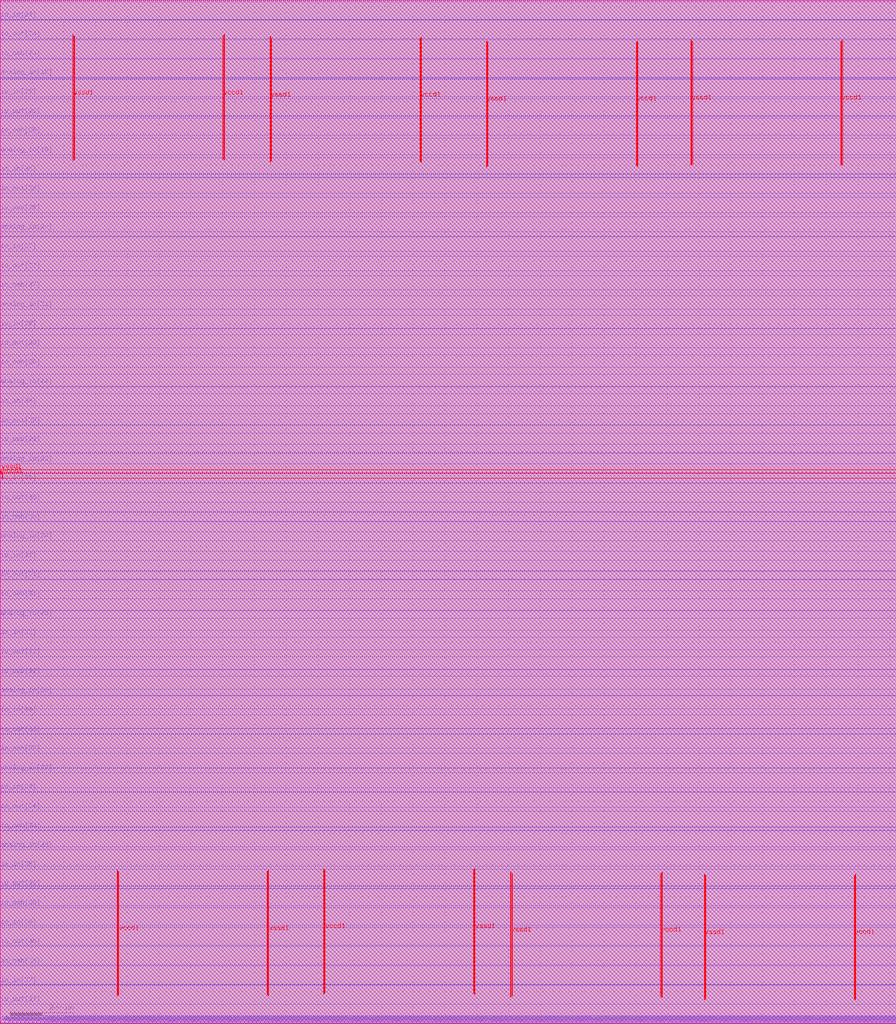
<source format=lef>
##
## LEF for PtnCells ;
## created by Innovus v20.10-p004_1 on Thu Jun 17 19:47:38 2021
##

VERSION 5.8 ;

BUSBITCHARS "[]" ;
DIVIDERCHAR "/" ;

MACRO user_proj_example
  CLASS BLOCK ;
  SIZE 2820.260000 BY 3219.800000 ;
  FOREIGN user_proj_example 0.000000 0.000000 ;
  ORIGIN 0 0 ;
  SYMMETRY X Y R90 ;
  PIN wb_clk_i
    DIRECTION INPUT ;
    USE SIGNAL ;
    PORT
      LAYER met1 ;
        RECT 1.540000 0.000000 1.680000 0.600000 ;
    END
  END wb_clk_i
  PIN wb_rst_i
    DIRECTION INPUT ;
    USE SIGNAL ;
    PORT
      LAYER met1 ;
        RECT 5.650000 0.000000 5.790000 0.600000 ;
    END
  END wb_rst_i
  PIN wbs_stb_i
    DIRECTION INPUT ;
    USE SIGNAL ;
    PORT
      LAYER met1 ;
        RECT 594.810000 0.000000 594.950000 0.600000 ;
    END
  END wbs_stb_i
  PIN wbs_cyc_i
    DIRECTION INPUT ;
    USE SIGNAL ;
    PORT
      LAYER met1 ;
        RECT 200.130000 0.000000 200.270000 0.600000 ;
    END
  END wbs_cyc_i
  PIN wbs_we_i
    DIRECTION INPUT ;
    USE SIGNAL ;
    PORT
      LAYER met1 ;
        RECT 600.530000 0.000000 600.670000 0.600000 ;
    END
  END wbs_we_i
  PIN wbs_sel_i[3]
    DIRECTION INPUT ;
    USE SIGNAL ;
    PORT
      LAYER met1 ;
        RECT 589.090000 0.000000 589.230000 0.600000 ;
    END
  END wbs_sel_i[3]
  PIN wbs_sel_i[2]
    DIRECTION INPUT ;
    USE SIGNAL ;
    PORT
      LAYER met1 ;
        RECT 583.370000 0.000000 583.510000 0.600000 ;
    END
  END wbs_sel_i[2]
  PIN wbs_sel_i[1]
    DIRECTION INPUT ;
    USE SIGNAL ;
    PORT
      LAYER met1 ;
        RECT 577.650000 0.000000 577.790000 0.600000 ;
    END
  END wbs_sel_i[1]
  PIN wbs_sel_i[0]
    DIRECTION INPUT ;
    USE SIGNAL ;
    PORT
      LAYER met1 ;
        RECT 571.930000 0.000000 572.070000 0.600000 ;
    END
  END wbs_sel_i[0]
  PIN wbs_dat_i[31]
    DIRECTION INPUT ;
    USE SIGNAL ;
    PORT
      LAYER met1 ;
        RECT 383.170000 0.000000 383.310000 0.600000 ;
    END
  END wbs_dat_i[31]
  PIN wbs_dat_i[30]
    DIRECTION INPUT ;
    USE SIGNAL ;
    PORT
      LAYER met1 ;
        RECT 377.450000 0.000000 377.590000 0.600000 ;
    END
  END wbs_dat_i[30]
  PIN wbs_dat_i[29]
    DIRECTION INPUT ;
    USE SIGNAL ;
    PORT
      LAYER met1 ;
        RECT 371.730000 0.000000 371.870000 0.600000 ;
    END
  END wbs_dat_i[29]
  PIN wbs_dat_i[28]
    DIRECTION INPUT ;
    USE SIGNAL ;
    PORT
      LAYER met1 ;
        RECT 366.010000 0.000000 366.150000 0.600000 ;
    END
  END wbs_dat_i[28]
  PIN wbs_dat_i[27]
    DIRECTION INPUT ;
    USE SIGNAL ;
    PORT
      LAYER met1 ;
        RECT 360.290000 0.000000 360.430000 0.600000 ;
    END
  END wbs_dat_i[27]
  PIN wbs_dat_i[26]
    DIRECTION INPUT ;
    USE SIGNAL ;
    PORT
      LAYER met1 ;
        RECT 354.570000 0.000000 354.710000 0.600000 ;
    END
  END wbs_dat_i[26]
  PIN wbs_dat_i[25]
    DIRECTION INPUT ;
    USE SIGNAL ;
    PORT
      LAYER met1 ;
        RECT 348.850000 0.000000 348.990000 0.600000 ;
    END
  END wbs_dat_i[25]
  PIN wbs_dat_i[24]
    DIRECTION INPUT ;
    USE SIGNAL ;
    PORT
      LAYER met1 ;
        RECT 343.130000 0.000000 343.270000 0.600000 ;
    END
  END wbs_dat_i[24]
  PIN wbs_dat_i[23]
    DIRECTION INPUT ;
    USE SIGNAL ;
    PORT
      LAYER met1 ;
        RECT 337.410000 0.000000 337.550000 0.600000 ;
    END
  END wbs_dat_i[23]
  PIN wbs_dat_i[22]
    DIRECTION INPUT ;
    USE SIGNAL ;
    PORT
      LAYER met1 ;
        RECT 331.690000 0.000000 331.830000 0.600000 ;
    END
  END wbs_dat_i[22]
  PIN wbs_dat_i[21]
    DIRECTION INPUT ;
    USE SIGNAL ;
    PORT
      LAYER met1 ;
        RECT 325.970000 0.000000 326.110000 0.600000 ;
    END
  END wbs_dat_i[21]
  PIN wbs_dat_i[20]
    DIRECTION INPUT ;
    USE SIGNAL ;
    PORT
      LAYER met1 ;
        RECT 320.250000 0.000000 320.390000 0.600000 ;
    END
  END wbs_dat_i[20]
  PIN wbs_dat_i[19]
    DIRECTION INPUT ;
    USE SIGNAL ;
    PORT
      LAYER met1 ;
        RECT 314.530000 0.000000 314.670000 0.600000 ;
    END
  END wbs_dat_i[19]
  PIN wbs_dat_i[18]
    DIRECTION INPUT ;
    USE SIGNAL ;
    PORT
      LAYER met1 ;
        RECT 308.810000 0.000000 308.950000 0.600000 ;
    END
  END wbs_dat_i[18]
  PIN wbs_dat_i[17]
    DIRECTION INPUT ;
    USE SIGNAL ;
    PORT
      LAYER met1 ;
        RECT 303.090000 0.000000 303.230000 0.600000 ;
    END
  END wbs_dat_i[17]
  PIN wbs_dat_i[16]
    DIRECTION INPUT ;
    USE SIGNAL ;
    PORT
      LAYER met1 ;
        RECT 297.370000 0.000000 297.510000 0.600000 ;
    END
  END wbs_dat_i[16]
  PIN wbs_dat_i[15]
    DIRECTION INPUT ;
    USE SIGNAL ;
    PORT
      LAYER met1 ;
        RECT 291.650000 0.000000 291.790000 0.600000 ;
    END
  END wbs_dat_i[15]
  PIN wbs_dat_i[14]
    DIRECTION INPUT ;
    USE SIGNAL ;
    PORT
      LAYER met1 ;
        RECT 285.930000 0.000000 286.070000 0.600000 ;
    END
  END wbs_dat_i[14]
  PIN wbs_dat_i[13]
    DIRECTION INPUT ;
    USE SIGNAL ;
    PORT
      LAYER met1 ;
        RECT 280.210000 0.000000 280.350000 0.600000 ;
    END
  END wbs_dat_i[13]
  PIN wbs_dat_i[12]
    DIRECTION INPUT ;
    USE SIGNAL ;
    PORT
      LAYER met1 ;
        RECT 274.490000 0.000000 274.630000 0.600000 ;
    END
  END wbs_dat_i[12]
  PIN wbs_dat_i[11]
    DIRECTION INPUT ;
    USE SIGNAL ;
    PORT
      LAYER met1 ;
        RECT 268.770000 0.000000 268.910000 0.600000 ;
    END
  END wbs_dat_i[11]
  PIN wbs_dat_i[10]
    DIRECTION INPUT ;
    USE SIGNAL ;
    PORT
      LAYER met1 ;
        RECT 263.050000 0.000000 263.190000 0.600000 ;
    END
  END wbs_dat_i[10]
  PIN wbs_dat_i[9]
    DIRECTION INPUT ;
    USE SIGNAL ;
    PORT
      LAYER met1 ;
        RECT 257.330000 0.000000 257.470000 0.600000 ;
    END
  END wbs_dat_i[9]
  PIN wbs_dat_i[8]
    DIRECTION INPUT ;
    USE SIGNAL ;
    PORT
      LAYER met1 ;
        RECT 251.610000 0.000000 251.750000 0.600000 ;
    END
  END wbs_dat_i[8]
  PIN wbs_dat_i[7]
    DIRECTION INPUT ;
    USE SIGNAL ;
    PORT
      LAYER met1 ;
        RECT 245.890000 0.000000 246.030000 0.600000 ;
    END
  END wbs_dat_i[7]
  PIN wbs_dat_i[6]
    DIRECTION INPUT ;
    USE SIGNAL ;
    PORT
      LAYER met1 ;
        RECT 240.170000 0.000000 240.310000 0.600000 ;
    END
  END wbs_dat_i[6]
  PIN wbs_dat_i[5]
    DIRECTION INPUT ;
    USE SIGNAL ;
    PORT
      LAYER met1 ;
        RECT 234.450000 0.000000 234.590000 0.600000 ;
    END
  END wbs_dat_i[5]
  PIN wbs_dat_i[4]
    DIRECTION INPUT ;
    USE SIGNAL ;
    PORT
      LAYER met1 ;
        RECT 228.730000 0.000000 228.870000 0.600000 ;
    END
  END wbs_dat_i[4]
  PIN wbs_dat_i[3]
    DIRECTION INPUT ;
    USE SIGNAL ;
    PORT
      LAYER met1 ;
        RECT 223.010000 0.000000 223.150000 0.600000 ;
    END
  END wbs_dat_i[3]
  PIN wbs_dat_i[2]
    DIRECTION INPUT ;
    USE SIGNAL ;
    PORT
      LAYER met1 ;
        RECT 217.290000 0.000000 217.430000 0.600000 ;
    END
  END wbs_dat_i[2]
  PIN wbs_dat_i[1]
    DIRECTION INPUT ;
    USE SIGNAL ;
    PORT
      LAYER met1 ;
        RECT 211.570000 0.000000 211.710000 0.600000 ;
    END
  END wbs_dat_i[1]
  PIN wbs_dat_i[0]
    DIRECTION INPUT ;
    USE SIGNAL ;
    PORT
      LAYER met1 ;
        RECT 205.850000 0.000000 205.990000 0.600000 ;
    END
  END wbs_dat_i[0]
  PIN wbs_adr_i[31]
    DIRECTION INPUT ;
    USE SIGNAL ;
    PORT
      LAYER met1 ;
        RECT 194.410000 0.000000 194.550000 0.600000 ;
    END
  END wbs_adr_i[31]
  PIN wbs_adr_i[30]
    DIRECTION INPUT ;
    USE SIGNAL ;
    PORT
      LAYER met1 ;
        RECT 188.690000 0.000000 188.830000 0.600000 ;
    END
  END wbs_adr_i[30]
  PIN wbs_adr_i[29]
    DIRECTION INPUT ;
    USE SIGNAL ;
    PORT
      LAYER met1 ;
        RECT 182.970000 0.000000 183.110000 0.600000 ;
    END
  END wbs_adr_i[29]
  PIN wbs_adr_i[28]
    DIRECTION INPUT ;
    USE SIGNAL ;
    PORT
      LAYER met1 ;
        RECT 177.250000 0.000000 177.390000 0.600000 ;
    END
  END wbs_adr_i[28]
  PIN wbs_adr_i[27]
    DIRECTION INPUT ;
    USE SIGNAL ;
    PORT
      LAYER met1 ;
        RECT 171.530000 0.000000 171.670000 0.600000 ;
    END
  END wbs_adr_i[27]
  PIN wbs_adr_i[26]
    DIRECTION INPUT ;
    USE SIGNAL ;
    PORT
      LAYER met1 ;
        RECT 165.810000 0.000000 165.950000 0.600000 ;
    END
  END wbs_adr_i[26]
  PIN wbs_adr_i[25]
    DIRECTION INPUT ;
    USE SIGNAL ;
    PORT
      LAYER met1 ;
        RECT 160.090000 0.000000 160.230000 0.600000 ;
    END
  END wbs_adr_i[25]
  PIN wbs_adr_i[24]
    DIRECTION INPUT ;
    USE SIGNAL ;
    PORT
      LAYER met1 ;
        RECT 154.370000 0.000000 154.510000 0.600000 ;
    END
  END wbs_adr_i[24]
  PIN wbs_adr_i[23]
    DIRECTION INPUT ;
    USE SIGNAL ;
    PORT
      LAYER met1 ;
        RECT 148.650000 0.000000 148.790000 0.600000 ;
    END
  END wbs_adr_i[23]
  PIN wbs_adr_i[22]
    DIRECTION INPUT ;
    USE SIGNAL ;
    PORT
      LAYER met1 ;
        RECT 142.930000 0.000000 143.070000 0.600000 ;
    END
  END wbs_adr_i[22]
  PIN wbs_adr_i[21]
    DIRECTION INPUT ;
    USE SIGNAL ;
    PORT
      LAYER met1 ;
        RECT 137.210000 0.000000 137.350000 0.600000 ;
    END
  END wbs_adr_i[21]
  PIN wbs_adr_i[20]
    DIRECTION INPUT ;
    USE SIGNAL ;
    PORT
      LAYER met1 ;
        RECT 131.490000 0.000000 131.630000 0.600000 ;
    END
  END wbs_adr_i[20]
  PIN wbs_adr_i[19]
    DIRECTION INPUT ;
    USE SIGNAL ;
    PORT
      LAYER met1 ;
        RECT 125.770000 0.000000 125.910000 0.600000 ;
    END
  END wbs_adr_i[19]
  PIN wbs_adr_i[18]
    DIRECTION INPUT ;
    USE SIGNAL ;
    PORT
      LAYER met1 ;
        RECT 120.050000 0.000000 120.190000 0.600000 ;
    END
  END wbs_adr_i[18]
  PIN wbs_adr_i[17]
    DIRECTION INPUT ;
    USE SIGNAL ;
    PORT
      LAYER met1 ;
        RECT 114.330000 0.000000 114.470000 0.600000 ;
    END
  END wbs_adr_i[17]
  PIN wbs_adr_i[16]
    DIRECTION INPUT ;
    USE SIGNAL ;
    PORT
      LAYER met1 ;
        RECT 108.610000 0.000000 108.750000 0.600000 ;
    END
  END wbs_adr_i[16]
  PIN wbs_adr_i[15]
    DIRECTION INPUT ;
    USE SIGNAL ;
    PORT
      LAYER met1 ;
        RECT 102.890000 0.000000 103.030000 0.600000 ;
    END
  END wbs_adr_i[15]
  PIN wbs_adr_i[14]
    DIRECTION INPUT ;
    USE SIGNAL ;
    PORT
      LAYER met1 ;
        RECT 97.170000 0.000000 97.310000 0.600000 ;
    END
  END wbs_adr_i[14]
  PIN wbs_adr_i[13]
    DIRECTION INPUT ;
    USE SIGNAL ;
    PORT
      LAYER met1 ;
        RECT 91.450000 0.000000 91.590000 0.600000 ;
    END
  END wbs_adr_i[13]
  PIN wbs_adr_i[12]
    DIRECTION INPUT ;
    USE SIGNAL ;
    PORT
      LAYER met1 ;
        RECT 85.730000 0.000000 85.870000 0.600000 ;
    END
  END wbs_adr_i[12]
  PIN wbs_adr_i[11]
    DIRECTION INPUT ;
    USE SIGNAL ;
    PORT
      LAYER met1 ;
        RECT 80.010000 0.000000 80.150000 0.600000 ;
    END
  END wbs_adr_i[11]
  PIN wbs_adr_i[10]
    DIRECTION INPUT ;
    USE SIGNAL ;
    PORT
      LAYER met1 ;
        RECT 74.290000 0.000000 74.430000 0.600000 ;
    END
  END wbs_adr_i[10]
  PIN wbs_adr_i[9]
    DIRECTION INPUT ;
    USE SIGNAL ;
    PORT
      LAYER met1 ;
        RECT 68.570000 0.000000 68.710000 0.600000 ;
    END
  END wbs_adr_i[9]
  PIN wbs_adr_i[8]
    DIRECTION INPUT ;
    USE SIGNAL ;
    PORT
      LAYER met1 ;
        RECT 62.850000 0.000000 62.990000 0.600000 ;
    END
  END wbs_adr_i[8]
  PIN wbs_adr_i[7]
    DIRECTION INPUT ;
    USE SIGNAL ;
    PORT
      LAYER met1 ;
        RECT 57.130000 0.000000 57.270000 0.600000 ;
    END
  END wbs_adr_i[7]
  PIN wbs_adr_i[6]
    DIRECTION INPUT ;
    USE SIGNAL ;
    PORT
      LAYER met1 ;
        RECT 51.410000 0.000000 51.550000 0.600000 ;
    END
  END wbs_adr_i[6]
  PIN wbs_adr_i[5]
    DIRECTION INPUT ;
    USE SIGNAL ;
    PORT
      LAYER met1 ;
        RECT 45.690000 0.000000 45.830000 0.600000 ;
    END
  END wbs_adr_i[5]
  PIN wbs_adr_i[4]
    DIRECTION INPUT ;
    USE SIGNAL ;
    PORT
      LAYER met1 ;
        RECT 39.970000 0.000000 40.110000 0.600000 ;
    END
  END wbs_adr_i[4]
  PIN wbs_adr_i[3]
    DIRECTION INPUT ;
    USE SIGNAL ;
    PORT
      LAYER met1 ;
        RECT 34.250000 0.000000 34.390000 0.600000 ;
    END
  END wbs_adr_i[3]
  PIN wbs_adr_i[2]
    DIRECTION INPUT ;
    USE SIGNAL ;
    PORT
      LAYER met1 ;
        RECT 28.530000 0.000000 28.670000 0.600000 ;
    END
  END wbs_adr_i[2]
  PIN wbs_adr_i[1]
    DIRECTION INPUT ;
    USE SIGNAL ;
    PORT
      LAYER met1 ;
        RECT 22.810000 0.000000 22.950000 0.600000 ;
    END
  END wbs_adr_i[1]
  PIN wbs_adr_i[0]
    DIRECTION INPUT ;
    USE SIGNAL ;
    PORT
      LAYER met1 ;
        RECT 17.090000 0.000000 17.230000 0.600000 ;
    END
  END wbs_adr_i[0]
  PIN wbs_ack_o
    DIRECTION OUTPUT ;
    USE SIGNAL ;
    PORT
      LAYER met1 ;
        RECT 11.370000 0.000000 11.510000 0.600000 ;
    END
  END wbs_ack_o
  PIN wbs_dat_o[31]
    DIRECTION OUTPUT ;
    USE SIGNAL ;
    PORT
      LAYER met1 ;
        RECT 566.210000 0.000000 566.350000 0.600000 ;
    END
  END wbs_dat_o[31]
  PIN wbs_dat_o[30]
    DIRECTION OUTPUT ;
    USE SIGNAL ;
    PORT
      LAYER met1 ;
        RECT 560.490000 0.000000 560.630000 0.600000 ;
    END
  END wbs_dat_o[30]
  PIN wbs_dat_o[29]
    DIRECTION OUTPUT ;
    USE SIGNAL ;
    PORT
      LAYER met1 ;
        RECT 554.770000 0.000000 554.910000 0.600000 ;
    END
  END wbs_dat_o[29]
  PIN wbs_dat_o[28]
    DIRECTION OUTPUT ;
    USE SIGNAL ;
    PORT
      LAYER met1 ;
        RECT 549.050000 0.000000 549.190000 0.600000 ;
    END
  END wbs_dat_o[28]
  PIN wbs_dat_o[27]
    DIRECTION OUTPUT ;
    USE SIGNAL ;
    PORT
      LAYER met1 ;
        RECT 543.330000 0.000000 543.470000 0.600000 ;
    END
  END wbs_dat_o[27]
  PIN wbs_dat_o[26]
    DIRECTION OUTPUT ;
    USE SIGNAL ;
    PORT
      LAYER met1 ;
        RECT 537.610000 0.000000 537.750000 0.600000 ;
    END
  END wbs_dat_o[26]
  PIN wbs_dat_o[25]
    DIRECTION OUTPUT ;
    USE SIGNAL ;
    PORT
      LAYER met1 ;
        RECT 531.890000 0.000000 532.030000 0.600000 ;
    END
  END wbs_dat_o[25]
  PIN wbs_dat_o[24]
    DIRECTION OUTPUT ;
    USE SIGNAL ;
    PORT
      LAYER met1 ;
        RECT 526.170000 0.000000 526.310000 0.600000 ;
    END
  END wbs_dat_o[24]
  PIN wbs_dat_o[23]
    DIRECTION OUTPUT ;
    USE SIGNAL ;
    PORT
      LAYER met1 ;
        RECT 520.450000 0.000000 520.590000 0.600000 ;
    END
  END wbs_dat_o[23]
  PIN wbs_dat_o[22]
    DIRECTION OUTPUT ;
    USE SIGNAL ;
    PORT
      LAYER met1 ;
        RECT 514.730000 0.000000 514.870000 0.600000 ;
    END
  END wbs_dat_o[22]
  PIN wbs_dat_o[21]
    DIRECTION OUTPUT ;
    USE SIGNAL ;
    PORT
      LAYER met1 ;
        RECT 509.010000 0.000000 509.150000 0.600000 ;
    END
  END wbs_dat_o[21]
  PIN wbs_dat_o[20]
    DIRECTION OUTPUT ;
    USE SIGNAL ;
    PORT
      LAYER met1 ;
        RECT 503.290000 0.000000 503.430000 0.600000 ;
    END
  END wbs_dat_o[20]
  PIN wbs_dat_o[19]
    DIRECTION OUTPUT ;
    USE SIGNAL ;
    PORT
      LAYER met1 ;
        RECT 497.570000 0.000000 497.710000 0.600000 ;
    END
  END wbs_dat_o[19]
  PIN wbs_dat_o[18]
    DIRECTION OUTPUT ;
    USE SIGNAL ;
    PORT
      LAYER met1 ;
        RECT 491.850000 0.000000 491.990000 0.600000 ;
    END
  END wbs_dat_o[18]
  PIN wbs_dat_o[17]
    DIRECTION OUTPUT ;
    USE SIGNAL ;
    PORT
      LAYER met1 ;
        RECT 486.130000 0.000000 486.270000 0.600000 ;
    END
  END wbs_dat_o[17]
  PIN wbs_dat_o[16]
    DIRECTION OUTPUT ;
    USE SIGNAL ;
    PORT
      LAYER met1 ;
        RECT 480.410000 0.000000 480.550000 0.600000 ;
    END
  END wbs_dat_o[16]
  PIN wbs_dat_o[15]
    DIRECTION OUTPUT ;
    USE SIGNAL ;
    PORT
      LAYER met1 ;
        RECT 474.690000 0.000000 474.830000 0.600000 ;
    END
  END wbs_dat_o[15]
  PIN wbs_dat_o[14]
    DIRECTION OUTPUT ;
    USE SIGNAL ;
    PORT
      LAYER met1 ;
        RECT 468.970000 0.000000 469.110000 0.600000 ;
    END
  END wbs_dat_o[14]
  PIN wbs_dat_o[13]
    DIRECTION OUTPUT ;
    USE SIGNAL ;
    PORT
      LAYER met1 ;
        RECT 463.250000 0.000000 463.390000 0.600000 ;
    END
  END wbs_dat_o[13]
  PIN wbs_dat_o[12]
    DIRECTION OUTPUT ;
    USE SIGNAL ;
    PORT
      LAYER met1 ;
        RECT 457.530000 0.000000 457.670000 0.600000 ;
    END
  END wbs_dat_o[12]
  PIN wbs_dat_o[11]
    DIRECTION OUTPUT ;
    USE SIGNAL ;
    PORT
      LAYER met1 ;
        RECT 451.810000 0.000000 451.950000 0.600000 ;
    END
  END wbs_dat_o[11]
  PIN wbs_dat_o[10]
    DIRECTION OUTPUT ;
    USE SIGNAL ;
    PORT
      LAYER met1 ;
        RECT 446.090000 0.000000 446.230000 0.600000 ;
    END
  END wbs_dat_o[10]
  PIN wbs_dat_o[9]
    DIRECTION OUTPUT ;
    USE SIGNAL ;
    PORT
      LAYER met1 ;
        RECT 440.370000 0.000000 440.510000 0.600000 ;
    END
  END wbs_dat_o[9]
  PIN wbs_dat_o[8]
    DIRECTION OUTPUT ;
    USE SIGNAL ;
    PORT
      LAYER met1 ;
        RECT 434.650000 0.000000 434.790000 0.600000 ;
    END
  END wbs_dat_o[8]
  PIN wbs_dat_o[7]
    DIRECTION OUTPUT ;
    USE SIGNAL ;
    PORT
      LAYER met1 ;
        RECT 428.930000 0.000000 429.070000 0.600000 ;
    END
  END wbs_dat_o[7]
  PIN wbs_dat_o[6]
    DIRECTION OUTPUT ;
    USE SIGNAL ;
    PORT
      LAYER met1 ;
        RECT 423.210000 0.000000 423.350000 0.600000 ;
    END
  END wbs_dat_o[6]
  PIN wbs_dat_o[5]
    DIRECTION OUTPUT ;
    USE SIGNAL ;
    PORT
      LAYER met1 ;
        RECT 417.490000 0.000000 417.630000 0.600000 ;
    END
  END wbs_dat_o[5]
  PIN wbs_dat_o[4]
    DIRECTION OUTPUT ;
    USE SIGNAL ;
    PORT
      LAYER met1 ;
        RECT 411.770000 0.000000 411.910000 0.600000 ;
    END
  END wbs_dat_o[4]
  PIN wbs_dat_o[3]
    DIRECTION OUTPUT ;
    USE SIGNAL ;
    PORT
      LAYER met1 ;
        RECT 406.050000 0.000000 406.190000 0.600000 ;
    END
  END wbs_dat_o[3]
  PIN wbs_dat_o[2]
    DIRECTION OUTPUT ;
    USE SIGNAL ;
    PORT
      LAYER met1 ;
        RECT 400.330000 0.000000 400.470000 0.600000 ;
    END
  END wbs_dat_o[2]
  PIN wbs_dat_o[1]
    DIRECTION OUTPUT ;
    USE SIGNAL ;
    PORT
      LAYER met1 ;
        RECT 394.610000 0.000000 394.750000 0.600000 ;
    END
  END wbs_dat_o[1]
  PIN wbs_dat_o[0]
    DIRECTION OUTPUT ;
    USE SIGNAL ;
    PORT
      LAYER met1 ;
        RECT 388.890000 0.000000 389.030000 0.600000 ;
    END
  END wbs_dat_o[0]
  PIN la_data_in[127]
    DIRECTION INPUT ;
    USE SIGNAL ;
    PORT
      LAYER met1 ;
        RECT 1332.690000 0.000000 1332.830000 0.600000 ;
    END
  END la_data_in[127]
  PIN la_data_in[126]
    DIRECTION INPUT ;
    USE SIGNAL ;
    PORT
      LAYER met1 ;
        RECT 1326.970000 0.000000 1327.110000 0.600000 ;
    END
  END la_data_in[126]
  PIN la_data_in[125]
    DIRECTION INPUT ;
    USE SIGNAL ;
    PORT
      LAYER met1 ;
        RECT 1321.250000 0.000000 1321.390000 0.600000 ;
    END
  END la_data_in[125]
  PIN la_data_in[124]
    DIRECTION INPUT ;
    USE SIGNAL ;
    PORT
      LAYER met1 ;
        RECT 1315.530000 0.000000 1315.670000 0.600000 ;
    END
  END la_data_in[124]
  PIN la_data_in[123]
    DIRECTION INPUT ;
    USE SIGNAL ;
    PORT
      LAYER met1 ;
        RECT 1309.810000 0.000000 1309.950000 0.600000 ;
    END
  END la_data_in[123]
  PIN la_data_in[122]
    DIRECTION INPUT ;
    USE SIGNAL ;
    PORT
      LAYER met1 ;
        RECT 1304.090000 0.000000 1304.230000 0.600000 ;
    END
  END la_data_in[122]
  PIN la_data_in[121]
    DIRECTION INPUT ;
    USE SIGNAL ;
    PORT
      LAYER met1 ;
        RECT 1298.370000 0.000000 1298.510000 0.600000 ;
    END
  END la_data_in[121]
  PIN la_data_in[120]
    DIRECTION INPUT ;
    USE SIGNAL ;
    PORT
      LAYER met1 ;
        RECT 1292.650000 0.000000 1292.790000 0.600000 ;
    END
  END la_data_in[120]
  PIN la_data_in[119]
    DIRECTION INPUT ;
    USE SIGNAL ;
    PORT
      LAYER met1 ;
        RECT 1286.930000 0.000000 1287.070000 0.600000 ;
    END
  END la_data_in[119]
  PIN la_data_in[118]
    DIRECTION INPUT ;
    USE SIGNAL ;
    PORT
      LAYER met1 ;
        RECT 1281.210000 0.000000 1281.350000 0.600000 ;
    END
  END la_data_in[118]
  PIN la_data_in[117]
    DIRECTION INPUT ;
    USE SIGNAL ;
    PORT
      LAYER met1 ;
        RECT 1275.490000 0.000000 1275.630000 0.600000 ;
    END
  END la_data_in[117]
  PIN la_data_in[116]
    DIRECTION INPUT ;
    USE SIGNAL ;
    PORT
      LAYER met1 ;
        RECT 1269.770000 0.000000 1269.910000 0.600000 ;
    END
  END la_data_in[116]
  PIN la_data_in[115]
    DIRECTION INPUT ;
    USE SIGNAL ;
    PORT
      LAYER met1 ;
        RECT 1264.050000 0.000000 1264.190000 0.600000 ;
    END
  END la_data_in[115]
  PIN la_data_in[114]
    DIRECTION INPUT ;
    USE SIGNAL ;
    PORT
      LAYER met1 ;
        RECT 1258.330000 0.000000 1258.470000 0.600000 ;
    END
  END la_data_in[114]
  PIN la_data_in[113]
    DIRECTION INPUT ;
    USE SIGNAL ;
    PORT
      LAYER met1 ;
        RECT 1252.610000 0.000000 1252.750000 0.600000 ;
    END
  END la_data_in[113]
  PIN la_data_in[112]
    DIRECTION INPUT ;
    USE SIGNAL ;
    PORT
      LAYER met1 ;
        RECT 1246.890000 0.000000 1247.030000 0.600000 ;
    END
  END la_data_in[112]
  PIN la_data_in[111]
    DIRECTION INPUT ;
    USE SIGNAL ;
    PORT
      LAYER met1 ;
        RECT 1241.170000 0.000000 1241.310000 0.600000 ;
    END
  END la_data_in[111]
  PIN la_data_in[110]
    DIRECTION INPUT ;
    USE SIGNAL ;
    PORT
      LAYER met1 ;
        RECT 1235.450000 0.000000 1235.590000 0.600000 ;
    END
  END la_data_in[110]
  PIN la_data_in[109]
    DIRECTION INPUT ;
    USE SIGNAL ;
    PORT
      LAYER met1 ;
        RECT 1229.730000 0.000000 1229.870000 0.600000 ;
    END
  END la_data_in[109]
  PIN la_data_in[108]
    DIRECTION INPUT ;
    USE SIGNAL ;
    PORT
      LAYER met1 ;
        RECT 1224.010000 0.000000 1224.150000 0.600000 ;
    END
  END la_data_in[108]
  PIN la_data_in[107]
    DIRECTION INPUT ;
    USE SIGNAL ;
    PORT
      LAYER met1 ;
        RECT 1218.290000 0.000000 1218.430000 0.600000 ;
    END
  END la_data_in[107]
  PIN la_data_in[106]
    DIRECTION INPUT ;
    USE SIGNAL ;
    PORT
      LAYER met1 ;
        RECT 1212.570000 0.000000 1212.710000 0.600000 ;
    END
  END la_data_in[106]
  PIN la_data_in[105]
    DIRECTION INPUT ;
    USE SIGNAL ;
    PORT
      LAYER met1 ;
        RECT 1206.850000 0.000000 1206.990000 0.600000 ;
    END
  END la_data_in[105]
  PIN la_data_in[104]
    DIRECTION INPUT ;
    USE SIGNAL ;
    PORT
      LAYER met1 ;
        RECT 1201.130000 0.000000 1201.270000 0.600000 ;
    END
  END la_data_in[104]
  PIN la_data_in[103]
    DIRECTION INPUT ;
    USE SIGNAL ;
    PORT
      LAYER met1 ;
        RECT 1195.410000 0.000000 1195.550000 0.600000 ;
    END
  END la_data_in[103]
  PIN la_data_in[102]
    DIRECTION INPUT ;
    USE SIGNAL ;
    PORT
      LAYER met1 ;
        RECT 1189.690000 0.000000 1189.830000 0.600000 ;
    END
  END la_data_in[102]
  PIN la_data_in[101]
    DIRECTION INPUT ;
    USE SIGNAL ;
    PORT
      LAYER met1 ;
        RECT 1183.970000 0.000000 1184.110000 0.600000 ;
    END
  END la_data_in[101]
  PIN la_data_in[100]
    DIRECTION INPUT ;
    USE SIGNAL ;
    PORT
      LAYER met1 ;
        RECT 1178.250000 0.000000 1178.390000 0.600000 ;
    END
  END la_data_in[100]
  PIN la_data_in[99]
    DIRECTION INPUT ;
    USE SIGNAL ;
    PORT
      LAYER met1 ;
        RECT 1172.530000 0.000000 1172.670000 0.600000 ;
    END
  END la_data_in[99]
  PIN la_data_in[98]
    DIRECTION INPUT ;
    USE SIGNAL ;
    PORT
      LAYER met1 ;
        RECT 1166.810000 0.000000 1166.950000 0.600000 ;
    END
  END la_data_in[98]
  PIN la_data_in[97]
    DIRECTION INPUT ;
    USE SIGNAL ;
    PORT
      LAYER met1 ;
        RECT 1161.090000 0.000000 1161.230000 0.600000 ;
    END
  END la_data_in[97]
  PIN la_data_in[96]
    DIRECTION INPUT ;
    USE SIGNAL ;
    PORT
      LAYER met1 ;
        RECT 1155.370000 0.000000 1155.510000 0.600000 ;
    END
  END la_data_in[96]
  PIN la_data_in[95]
    DIRECTION INPUT ;
    USE SIGNAL ;
    PORT
      LAYER met1 ;
        RECT 1149.650000 0.000000 1149.790000 0.600000 ;
    END
  END la_data_in[95]
  PIN la_data_in[94]
    DIRECTION INPUT ;
    USE SIGNAL ;
    PORT
      LAYER met1 ;
        RECT 1143.930000 0.000000 1144.070000 0.600000 ;
    END
  END la_data_in[94]
  PIN la_data_in[93]
    DIRECTION INPUT ;
    USE SIGNAL ;
    PORT
      LAYER met1 ;
        RECT 1138.210000 0.000000 1138.350000 0.600000 ;
    END
  END la_data_in[93]
  PIN la_data_in[92]
    DIRECTION INPUT ;
    USE SIGNAL ;
    PORT
      LAYER met1 ;
        RECT 1132.490000 0.000000 1132.630000 0.600000 ;
    END
  END la_data_in[92]
  PIN la_data_in[91]
    DIRECTION INPUT ;
    USE SIGNAL ;
    PORT
      LAYER met1 ;
        RECT 1126.770000 0.000000 1126.910000 0.600000 ;
    END
  END la_data_in[91]
  PIN la_data_in[90]
    DIRECTION INPUT ;
    USE SIGNAL ;
    PORT
      LAYER met1 ;
        RECT 1121.050000 0.000000 1121.190000 0.600000 ;
    END
  END la_data_in[90]
  PIN la_data_in[89]
    DIRECTION INPUT ;
    USE SIGNAL ;
    PORT
      LAYER met1 ;
        RECT 1115.330000 0.000000 1115.470000 0.600000 ;
    END
  END la_data_in[89]
  PIN la_data_in[88]
    DIRECTION INPUT ;
    USE SIGNAL ;
    PORT
      LAYER met1 ;
        RECT 1109.610000 0.000000 1109.750000 0.600000 ;
    END
  END la_data_in[88]
  PIN la_data_in[87]
    DIRECTION INPUT ;
    USE SIGNAL ;
    PORT
      LAYER met1 ;
        RECT 1103.890000 0.000000 1104.030000 0.600000 ;
    END
  END la_data_in[87]
  PIN la_data_in[86]
    DIRECTION INPUT ;
    USE SIGNAL ;
    PORT
      LAYER met1 ;
        RECT 1098.170000 0.000000 1098.310000 0.600000 ;
    END
  END la_data_in[86]
  PIN la_data_in[85]
    DIRECTION INPUT ;
    USE SIGNAL ;
    PORT
      LAYER met1 ;
        RECT 1092.450000 0.000000 1092.590000 0.600000 ;
    END
  END la_data_in[85]
  PIN la_data_in[84]
    DIRECTION INPUT ;
    USE SIGNAL ;
    PORT
      LAYER met1 ;
        RECT 1086.730000 0.000000 1086.870000 0.600000 ;
    END
  END la_data_in[84]
  PIN la_data_in[83]
    DIRECTION INPUT ;
    USE SIGNAL ;
    PORT
      LAYER met1 ;
        RECT 1081.010000 0.000000 1081.150000 0.600000 ;
    END
  END la_data_in[83]
  PIN la_data_in[82]
    DIRECTION INPUT ;
    USE SIGNAL ;
    PORT
      LAYER met1 ;
        RECT 1075.290000 0.000000 1075.430000 0.600000 ;
    END
  END la_data_in[82]
  PIN la_data_in[81]
    DIRECTION INPUT ;
    USE SIGNAL ;
    PORT
      LAYER met1 ;
        RECT 1069.570000 0.000000 1069.710000 0.600000 ;
    END
  END la_data_in[81]
  PIN la_data_in[80]
    DIRECTION INPUT ;
    USE SIGNAL ;
    PORT
      LAYER met1 ;
        RECT 1063.850000 0.000000 1063.990000 0.600000 ;
    END
  END la_data_in[80]
  PIN la_data_in[79]
    DIRECTION INPUT ;
    USE SIGNAL ;
    PORT
      LAYER met1 ;
        RECT 1058.130000 0.000000 1058.270000 0.600000 ;
    END
  END la_data_in[79]
  PIN la_data_in[78]
    DIRECTION INPUT ;
    USE SIGNAL ;
    PORT
      LAYER met1 ;
        RECT 1052.410000 0.000000 1052.550000 0.600000 ;
    END
  END la_data_in[78]
  PIN la_data_in[77]
    DIRECTION INPUT ;
    USE SIGNAL ;
    PORT
      LAYER met1 ;
        RECT 1046.690000 0.000000 1046.830000 0.600000 ;
    END
  END la_data_in[77]
  PIN la_data_in[76]
    DIRECTION INPUT ;
    USE SIGNAL ;
    PORT
      LAYER met1 ;
        RECT 1040.970000 0.000000 1041.110000 0.600000 ;
    END
  END la_data_in[76]
  PIN la_data_in[75]
    DIRECTION INPUT ;
    USE SIGNAL ;
    PORT
      LAYER met1 ;
        RECT 1035.250000 0.000000 1035.390000 0.600000 ;
    END
  END la_data_in[75]
  PIN la_data_in[74]
    DIRECTION INPUT ;
    USE SIGNAL ;
    PORT
      LAYER met1 ;
        RECT 1029.530000 0.000000 1029.670000 0.600000 ;
    END
  END la_data_in[74]
  PIN la_data_in[73]
    DIRECTION INPUT ;
    USE SIGNAL ;
    PORT
      LAYER met1 ;
        RECT 1023.810000 0.000000 1023.950000 0.600000 ;
    END
  END la_data_in[73]
  PIN la_data_in[72]
    DIRECTION INPUT ;
    USE SIGNAL ;
    PORT
      LAYER met1 ;
        RECT 1018.090000 0.000000 1018.230000 0.600000 ;
    END
  END la_data_in[72]
  PIN la_data_in[71]
    DIRECTION INPUT ;
    USE SIGNAL ;
    PORT
      LAYER met1 ;
        RECT 1012.370000 0.000000 1012.510000 0.600000 ;
    END
  END la_data_in[71]
  PIN la_data_in[70]
    DIRECTION INPUT ;
    USE SIGNAL ;
    PORT
      LAYER met1 ;
        RECT 1006.650000 0.000000 1006.790000 0.600000 ;
    END
  END la_data_in[70]
  PIN la_data_in[69]
    DIRECTION INPUT ;
    USE SIGNAL ;
    PORT
      LAYER met1 ;
        RECT 1000.930000 0.000000 1001.070000 0.600000 ;
    END
  END la_data_in[69]
  PIN la_data_in[68]
    DIRECTION INPUT ;
    USE SIGNAL ;
    PORT
      LAYER met1 ;
        RECT 995.210000 0.000000 995.350000 0.600000 ;
    END
  END la_data_in[68]
  PIN la_data_in[67]
    DIRECTION INPUT ;
    USE SIGNAL ;
    PORT
      LAYER met1 ;
        RECT 989.490000 0.000000 989.630000 0.600000 ;
    END
  END la_data_in[67]
  PIN la_data_in[66]
    DIRECTION INPUT ;
    USE SIGNAL ;
    PORT
      LAYER met1 ;
        RECT 983.770000 0.000000 983.910000 0.600000 ;
    END
  END la_data_in[66]
  PIN la_data_in[65]
    DIRECTION INPUT ;
    USE SIGNAL ;
    PORT
      LAYER met1 ;
        RECT 978.050000 0.000000 978.190000 0.600000 ;
    END
  END la_data_in[65]
  PIN la_data_in[64]
    DIRECTION INPUT ;
    USE SIGNAL ;
    PORT
      LAYER met1 ;
        RECT 972.330000 0.000000 972.470000 0.600000 ;
    END
  END la_data_in[64]
  PIN la_data_in[63]
    DIRECTION INPUT ;
    USE SIGNAL ;
    PORT
      LAYER met1 ;
        RECT 966.610000 0.000000 966.750000 0.600000 ;
    END
  END la_data_in[63]
  PIN la_data_in[62]
    DIRECTION INPUT ;
    USE SIGNAL ;
    PORT
      LAYER met1 ;
        RECT 960.890000 0.000000 961.030000 0.600000 ;
    END
  END la_data_in[62]
  PIN la_data_in[61]
    DIRECTION INPUT ;
    USE SIGNAL ;
    PORT
      LAYER met1 ;
        RECT 955.170000 0.000000 955.310000 0.600000 ;
    END
  END la_data_in[61]
  PIN la_data_in[60]
    DIRECTION INPUT ;
    USE SIGNAL ;
    PORT
      LAYER met1 ;
        RECT 949.450000 0.000000 949.590000 0.600000 ;
    END
  END la_data_in[60]
  PIN la_data_in[59]
    DIRECTION INPUT ;
    USE SIGNAL ;
    PORT
      LAYER met1 ;
        RECT 943.730000 0.000000 943.870000 0.600000 ;
    END
  END la_data_in[59]
  PIN la_data_in[58]
    DIRECTION INPUT ;
    USE SIGNAL ;
    PORT
      LAYER met1 ;
        RECT 938.010000 0.000000 938.150000 0.600000 ;
    END
  END la_data_in[58]
  PIN la_data_in[57]
    DIRECTION INPUT ;
    USE SIGNAL ;
    PORT
      LAYER met1 ;
        RECT 932.290000 0.000000 932.430000 0.600000 ;
    END
  END la_data_in[57]
  PIN la_data_in[56]
    DIRECTION INPUT ;
    USE SIGNAL ;
    PORT
      LAYER met1 ;
        RECT 926.570000 0.000000 926.710000 0.600000 ;
    END
  END la_data_in[56]
  PIN la_data_in[55]
    DIRECTION INPUT ;
    USE SIGNAL ;
    PORT
      LAYER met1 ;
        RECT 920.850000 0.000000 920.990000 0.600000 ;
    END
  END la_data_in[55]
  PIN la_data_in[54]
    DIRECTION INPUT ;
    USE SIGNAL ;
    PORT
      LAYER met1 ;
        RECT 915.130000 0.000000 915.270000 0.600000 ;
    END
  END la_data_in[54]
  PIN la_data_in[53]
    DIRECTION INPUT ;
    USE SIGNAL ;
    PORT
      LAYER met1 ;
        RECT 909.410000 0.000000 909.550000 0.600000 ;
    END
  END la_data_in[53]
  PIN la_data_in[52]
    DIRECTION INPUT ;
    USE SIGNAL ;
    PORT
      LAYER met1 ;
        RECT 903.690000 0.000000 903.830000 0.600000 ;
    END
  END la_data_in[52]
  PIN la_data_in[51]
    DIRECTION INPUT ;
    USE SIGNAL ;
    PORT
      LAYER met1 ;
        RECT 897.970000 0.000000 898.110000 0.600000 ;
    END
  END la_data_in[51]
  PIN la_data_in[50]
    DIRECTION INPUT ;
    USE SIGNAL ;
    PORT
      LAYER met1 ;
        RECT 892.250000 0.000000 892.390000 0.600000 ;
    END
  END la_data_in[50]
  PIN la_data_in[49]
    DIRECTION INPUT ;
    USE SIGNAL ;
    PORT
      LAYER met1 ;
        RECT 886.530000 0.000000 886.670000 0.600000 ;
    END
  END la_data_in[49]
  PIN la_data_in[48]
    DIRECTION INPUT ;
    USE SIGNAL ;
    PORT
      LAYER met1 ;
        RECT 880.810000 0.000000 880.950000 0.600000 ;
    END
  END la_data_in[48]
  PIN la_data_in[47]
    DIRECTION INPUT ;
    USE SIGNAL ;
    PORT
      LAYER met1 ;
        RECT 875.090000 0.000000 875.230000 0.600000 ;
    END
  END la_data_in[47]
  PIN la_data_in[46]
    DIRECTION INPUT ;
    USE SIGNAL ;
    PORT
      LAYER met1 ;
        RECT 869.370000 0.000000 869.510000 0.600000 ;
    END
  END la_data_in[46]
  PIN la_data_in[45]
    DIRECTION INPUT ;
    USE SIGNAL ;
    PORT
      LAYER met1 ;
        RECT 863.650000 0.000000 863.790000 0.600000 ;
    END
  END la_data_in[45]
  PIN la_data_in[44]
    DIRECTION INPUT ;
    USE SIGNAL ;
    PORT
      LAYER met1 ;
        RECT 857.930000 0.000000 858.070000 0.600000 ;
    END
  END la_data_in[44]
  PIN la_data_in[43]
    DIRECTION INPUT ;
    USE SIGNAL ;
    PORT
      LAYER met1 ;
        RECT 852.210000 0.000000 852.350000 0.600000 ;
    END
  END la_data_in[43]
  PIN la_data_in[42]
    DIRECTION INPUT ;
    USE SIGNAL ;
    PORT
      LAYER met1 ;
        RECT 846.490000 0.000000 846.630000 0.600000 ;
    END
  END la_data_in[42]
  PIN la_data_in[41]
    DIRECTION INPUT ;
    USE SIGNAL ;
    PORT
      LAYER met1 ;
        RECT 840.770000 0.000000 840.910000 0.600000 ;
    END
  END la_data_in[41]
  PIN la_data_in[40]
    DIRECTION INPUT ;
    USE SIGNAL ;
    PORT
      LAYER met1 ;
        RECT 835.050000 0.000000 835.190000 0.600000 ;
    END
  END la_data_in[40]
  PIN la_data_in[39]
    DIRECTION INPUT ;
    USE SIGNAL ;
    PORT
      LAYER met1 ;
        RECT 829.330000 0.000000 829.470000 0.600000 ;
    END
  END la_data_in[39]
  PIN la_data_in[38]
    DIRECTION INPUT ;
    USE SIGNAL ;
    PORT
      LAYER met1 ;
        RECT 823.610000 0.000000 823.750000 0.600000 ;
    END
  END la_data_in[38]
  PIN la_data_in[37]
    DIRECTION INPUT ;
    USE SIGNAL ;
    PORT
      LAYER met1 ;
        RECT 817.890000 0.000000 818.030000 0.600000 ;
    END
  END la_data_in[37]
  PIN la_data_in[36]
    DIRECTION INPUT ;
    USE SIGNAL ;
    PORT
      LAYER met1 ;
        RECT 812.170000 0.000000 812.310000 0.600000 ;
    END
  END la_data_in[36]
  PIN la_data_in[35]
    DIRECTION INPUT ;
    USE SIGNAL ;
    PORT
      LAYER met1 ;
        RECT 806.450000 0.000000 806.590000 0.600000 ;
    END
  END la_data_in[35]
  PIN la_data_in[34]
    DIRECTION INPUT ;
    USE SIGNAL ;
    PORT
      LAYER met1 ;
        RECT 800.730000 0.000000 800.870000 0.600000 ;
    END
  END la_data_in[34]
  PIN la_data_in[33]
    DIRECTION INPUT ;
    USE SIGNAL ;
    PORT
      LAYER met1 ;
        RECT 795.010000 0.000000 795.150000 0.600000 ;
    END
  END la_data_in[33]
  PIN la_data_in[32]
    DIRECTION INPUT ;
    USE SIGNAL ;
    PORT
      LAYER met1 ;
        RECT 789.290000 0.000000 789.430000 0.600000 ;
    END
  END la_data_in[32]
  PIN la_data_in[31]
    DIRECTION INPUT ;
    USE SIGNAL ;
    PORT
      LAYER met1 ;
        RECT 783.570000 0.000000 783.710000 0.600000 ;
    END
  END la_data_in[31]
  PIN la_data_in[30]
    DIRECTION INPUT ;
    USE SIGNAL ;
    PORT
      LAYER met1 ;
        RECT 777.850000 0.000000 777.990000 0.600000 ;
    END
  END la_data_in[30]
  PIN la_data_in[29]
    DIRECTION INPUT ;
    USE SIGNAL ;
    PORT
      LAYER met1 ;
        RECT 772.130000 0.000000 772.270000 0.600000 ;
    END
  END la_data_in[29]
  PIN la_data_in[28]
    DIRECTION INPUT ;
    USE SIGNAL ;
    PORT
      LAYER met1 ;
        RECT 766.410000 0.000000 766.550000 0.600000 ;
    END
  END la_data_in[28]
  PIN la_data_in[27]
    DIRECTION INPUT ;
    USE SIGNAL ;
    PORT
      LAYER met1 ;
        RECT 760.690000 0.000000 760.830000 0.600000 ;
    END
  END la_data_in[27]
  PIN la_data_in[26]
    DIRECTION INPUT ;
    USE SIGNAL ;
    PORT
      LAYER met1 ;
        RECT 754.970000 0.000000 755.110000 0.600000 ;
    END
  END la_data_in[26]
  PIN la_data_in[25]
    DIRECTION INPUT ;
    USE SIGNAL ;
    PORT
      LAYER met1 ;
        RECT 749.250000 0.000000 749.390000 0.600000 ;
    END
  END la_data_in[25]
  PIN la_data_in[24]
    DIRECTION INPUT ;
    USE SIGNAL ;
    PORT
      LAYER met1 ;
        RECT 743.530000 0.000000 743.670000 0.600000 ;
    END
  END la_data_in[24]
  PIN la_data_in[23]
    DIRECTION INPUT ;
    USE SIGNAL ;
    PORT
      LAYER met1 ;
        RECT 737.810000 0.000000 737.950000 0.600000 ;
    END
  END la_data_in[23]
  PIN la_data_in[22]
    DIRECTION INPUT ;
    USE SIGNAL ;
    PORT
      LAYER met1 ;
        RECT 732.090000 0.000000 732.230000 0.600000 ;
    END
  END la_data_in[22]
  PIN la_data_in[21]
    DIRECTION INPUT ;
    USE SIGNAL ;
    PORT
      LAYER met1 ;
        RECT 726.370000 0.000000 726.510000 0.600000 ;
    END
  END la_data_in[21]
  PIN la_data_in[20]
    DIRECTION INPUT ;
    USE SIGNAL ;
    PORT
      LAYER met1 ;
        RECT 720.650000 0.000000 720.790000 0.600000 ;
    END
  END la_data_in[20]
  PIN la_data_in[19]
    DIRECTION INPUT ;
    USE SIGNAL ;
    PORT
      LAYER met1 ;
        RECT 714.930000 0.000000 715.070000 0.600000 ;
    END
  END la_data_in[19]
  PIN la_data_in[18]
    DIRECTION INPUT ;
    USE SIGNAL ;
    PORT
      LAYER met1 ;
        RECT 709.210000 0.000000 709.350000 0.600000 ;
    END
  END la_data_in[18]
  PIN la_data_in[17]
    DIRECTION INPUT ;
    USE SIGNAL ;
    PORT
      LAYER met1 ;
        RECT 703.490000 0.000000 703.630000 0.600000 ;
    END
  END la_data_in[17]
  PIN la_data_in[16]
    DIRECTION INPUT ;
    USE SIGNAL ;
    PORT
      LAYER met1 ;
        RECT 697.770000 0.000000 697.910000 0.600000 ;
    END
  END la_data_in[16]
  PIN la_data_in[15]
    DIRECTION INPUT ;
    USE SIGNAL ;
    PORT
      LAYER met1 ;
        RECT 692.050000 0.000000 692.190000 0.600000 ;
    END
  END la_data_in[15]
  PIN la_data_in[14]
    DIRECTION INPUT ;
    USE SIGNAL ;
    PORT
      LAYER met1 ;
        RECT 686.330000 0.000000 686.470000 0.600000 ;
    END
  END la_data_in[14]
  PIN la_data_in[13]
    DIRECTION INPUT ;
    USE SIGNAL ;
    PORT
      LAYER met1 ;
        RECT 680.610000 0.000000 680.750000 0.600000 ;
    END
  END la_data_in[13]
  PIN la_data_in[12]
    DIRECTION INPUT ;
    USE SIGNAL ;
    PORT
      LAYER met1 ;
        RECT 674.890000 0.000000 675.030000 0.600000 ;
    END
  END la_data_in[12]
  PIN la_data_in[11]
    DIRECTION INPUT ;
    USE SIGNAL ;
    PORT
      LAYER met1 ;
        RECT 669.170000 0.000000 669.310000 0.600000 ;
    END
  END la_data_in[11]
  PIN la_data_in[10]
    DIRECTION INPUT ;
    USE SIGNAL ;
    PORT
      LAYER met1 ;
        RECT 663.450000 0.000000 663.590000 0.600000 ;
    END
  END la_data_in[10]
  PIN la_data_in[9]
    DIRECTION INPUT ;
    USE SIGNAL ;
    PORT
      LAYER met1 ;
        RECT 657.730000 0.000000 657.870000 0.600000 ;
    END
  END la_data_in[9]
  PIN la_data_in[8]
    DIRECTION INPUT ;
    USE SIGNAL ;
    PORT
      LAYER met1 ;
        RECT 652.010000 0.000000 652.150000 0.600000 ;
    END
  END la_data_in[8]
  PIN la_data_in[7]
    DIRECTION INPUT ;
    USE SIGNAL ;
    PORT
      LAYER met1 ;
        RECT 646.290000 0.000000 646.430000 0.600000 ;
    END
  END la_data_in[7]
  PIN la_data_in[6]
    DIRECTION INPUT ;
    USE SIGNAL ;
    PORT
      LAYER met1 ;
        RECT 640.570000 0.000000 640.710000 0.600000 ;
    END
  END la_data_in[6]
  PIN la_data_in[5]
    DIRECTION INPUT ;
    USE SIGNAL ;
    PORT
      LAYER met1 ;
        RECT 634.850000 0.000000 634.990000 0.600000 ;
    END
  END la_data_in[5]
  PIN la_data_in[4]
    DIRECTION INPUT ;
    USE SIGNAL ;
    PORT
      LAYER met1 ;
        RECT 629.130000 0.000000 629.270000 0.600000 ;
    END
  END la_data_in[4]
  PIN la_data_in[3]
    DIRECTION INPUT ;
    USE SIGNAL ;
    PORT
      LAYER met1 ;
        RECT 623.410000 0.000000 623.550000 0.600000 ;
    END
  END la_data_in[3]
  PIN la_data_in[2]
    DIRECTION INPUT ;
    USE SIGNAL ;
    PORT
      LAYER met1 ;
        RECT 617.690000 0.000000 617.830000 0.600000 ;
    END
  END la_data_in[2]
  PIN la_data_in[1]
    DIRECTION INPUT ;
    USE SIGNAL ;
    PORT
      LAYER met1 ;
        RECT 611.970000 0.000000 612.110000 0.600000 ;
    END
  END la_data_in[1]
  PIN la_data_in[0]
    DIRECTION INPUT ;
    USE SIGNAL ;
    PORT
      LAYER met1 ;
        RECT 606.250000 0.000000 606.390000 0.600000 ;
    END
  END la_data_in[0]
  PIN la_data_out[127]
    DIRECTION OUTPUT ;
    USE SIGNAL ;
    PORT
      LAYER met1 ;
        RECT 2064.850000 0.000000 2064.990000 0.600000 ;
    END
  END la_data_out[127]
  PIN la_data_out[126]
    DIRECTION OUTPUT ;
    USE SIGNAL ;
    PORT
      LAYER met1 ;
        RECT 2059.130000 0.000000 2059.270000 0.600000 ;
    END
  END la_data_out[126]
  PIN la_data_out[125]
    DIRECTION OUTPUT ;
    USE SIGNAL ;
    PORT
      LAYER met1 ;
        RECT 2053.410000 0.000000 2053.550000 0.600000 ;
    END
  END la_data_out[125]
  PIN la_data_out[124]
    DIRECTION OUTPUT ;
    USE SIGNAL ;
    PORT
      LAYER met1 ;
        RECT 2047.690000 0.000000 2047.830000 0.600000 ;
    END
  END la_data_out[124]
  PIN la_data_out[123]
    DIRECTION OUTPUT ;
    USE SIGNAL ;
    PORT
      LAYER met1 ;
        RECT 2041.970000 0.000000 2042.110000 0.600000 ;
    END
  END la_data_out[123]
  PIN la_data_out[122]
    DIRECTION OUTPUT ;
    USE SIGNAL ;
    PORT
      LAYER met1 ;
        RECT 2036.250000 0.000000 2036.390000 0.600000 ;
    END
  END la_data_out[122]
  PIN la_data_out[121]
    DIRECTION OUTPUT ;
    USE SIGNAL ;
    PORT
      LAYER met1 ;
        RECT 2030.530000 0.000000 2030.670000 0.600000 ;
    END
  END la_data_out[121]
  PIN la_data_out[120]
    DIRECTION OUTPUT ;
    USE SIGNAL ;
    PORT
      LAYER met1 ;
        RECT 2024.810000 0.000000 2024.950000 0.600000 ;
    END
  END la_data_out[120]
  PIN la_data_out[119]
    DIRECTION OUTPUT ;
    USE SIGNAL ;
    PORT
      LAYER met1 ;
        RECT 2019.090000 0.000000 2019.230000 0.600000 ;
    END
  END la_data_out[119]
  PIN la_data_out[118]
    DIRECTION OUTPUT ;
    USE SIGNAL ;
    PORT
      LAYER met1 ;
        RECT 2013.370000 0.000000 2013.510000 0.600000 ;
    END
  END la_data_out[118]
  PIN la_data_out[117]
    DIRECTION OUTPUT ;
    USE SIGNAL ;
    PORT
      LAYER met1 ;
        RECT 2007.650000 0.000000 2007.790000 0.600000 ;
    END
  END la_data_out[117]
  PIN la_data_out[116]
    DIRECTION OUTPUT ;
    USE SIGNAL ;
    PORT
      LAYER met1 ;
        RECT 2001.930000 0.000000 2002.070000 0.600000 ;
    END
  END la_data_out[116]
  PIN la_data_out[115]
    DIRECTION OUTPUT ;
    USE SIGNAL ;
    PORT
      LAYER met1 ;
        RECT 1996.210000 0.000000 1996.350000 0.600000 ;
    END
  END la_data_out[115]
  PIN la_data_out[114]
    DIRECTION OUTPUT ;
    USE SIGNAL ;
    PORT
      LAYER met1 ;
        RECT 1990.490000 0.000000 1990.630000 0.600000 ;
    END
  END la_data_out[114]
  PIN la_data_out[113]
    DIRECTION OUTPUT ;
    USE SIGNAL ;
    PORT
      LAYER met1 ;
        RECT 1984.770000 0.000000 1984.910000 0.600000 ;
    END
  END la_data_out[113]
  PIN la_data_out[112]
    DIRECTION OUTPUT ;
    USE SIGNAL ;
    PORT
      LAYER met1 ;
        RECT 1979.050000 0.000000 1979.190000 0.600000 ;
    END
  END la_data_out[112]
  PIN la_data_out[111]
    DIRECTION OUTPUT ;
    USE SIGNAL ;
    PORT
      LAYER met1 ;
        RECT 1973.330000 0.000000 1973.470000 0.600000 ;
    END
  END la_data_out[111]
  PIN la_data_out[110]
    DIRECTION OUTPUT ;
    USE SIGNAL ;
    PORT
      LAYER met1 ;
        RECT 1967.610000 0.000000 1967.750000 0.600000 ;
    END
  END la_data_out[110]
  PIN la_data_out[109]
    DIRECTION OUTPUT ;
    USE SIGNAL ;
    PORT
      LAYER met1 ;
        RECT 1961.890000 0.000000 1962.030000 0.600000 ;
    END
  END la_data_out[109]
  PIN la_data_out[108]
    DIRECTION OUTPUT ;
    USE SIGNAL ;
    PORT
      LAYER met1 ;
        RECT 1956.170000 0.000000 1956.310000 0.600000 ;
    END
  END la_data_out[108]
  PIN la_data_out[107]
    DIRECTION OUTPUT ;
    USE SIGNAL ;
    PORT
      LAYER met1 ;
        RECT 1950.450000 0.000000 1950.590000 0.600000 ;
    END
  END la_data_out[107]
  PIN la_data_out[106]
    DIRECTION OUTPUT ;
    USE SIGNAL ;
    PORT
      LAYER met1 ;
        RECT 1944.730000 0.000000 1944.870000 0.600000 ;
    END
  END la_data_out[106]
  PIN la_data_out[105]
    DIRECTION OUTPUT ;
    USE SIGNAL ;
    PORT
      LAYER met1 ;
        RECT 1939.010000 0.000000 1939.150000 0.600000 ;
    END
  END la_data_out[105]
  PIN la_data_out[104]
    DIRECTION OUTPUT ;
    USE SIGNAL ;
    PORT
      LAYER met1 ;
        RECT 1933.290000 0.000000 1933.430000 0.600000 ;
    END
  END la_data_out[104]
  PIN la_data_out[103]
    DIRECTION OUTPUT ;
    USE SIGNAL ;
    PORT
      LAYER met1 ;
        RECT 1927.570000 0.000000 1927.710000 0.600000 ;
    END
  END la_data_out[103]
  PIN la_data_out[102]
    DIRECTION OUTPUT ;
    USE SIGNAL ;
    PORT
      LAYER met1 ;
        RECT 1921.850000 0.000000 1921.990000 0.600000 ;
    END
  END la_data_out[102]
  PIN la_data_out[101]
    DIRECTION OUTPUT ;
    USE SIGNAL ;
    PORT
      LAYER met1 ;
        RECT 1916.130000 0.000000 1916.270000 0.600000 ;
    END
  END la_data_out[101]
  PIN la_data_out[100]
    DIRECTION OUTPUT ;
    USE SIGNAL ;
    PORT
      LAYER met1 ;
        RECT 1910.410000 0.000000 1910.550000 0.600000 ;
    END
  END la_data_out[100]
  PIN la_data_out[99]
    DIRECTION OUTPUT ;
    USE SIGNAL ;
    PORT
      LAYER met1 ;
        RECT 1904.690000 0.000000 1904.830000 0.600000 ;
    END
  END la_data_out[99]
  PIN la_data_out[98]
    DIRECTION OUTPUT ;
    USE SIGNAL ;
    PORT
      LAYER met1 ;
        RECT 1898.970000 0.000000 1899.110000 0.600000 ;
    END
  END la_data_out[98]
  PIN la_data_out[97]
    DIRECTION OUTPUT ;
    USE SIGNAL ;
    PORT
      LAYER met1 ;
        RECT 1893.250000 0.000000 1893.390000 0.600000 ;
    END
  END la_data_out[97]
  PIN la_data_out[96]
    DIRECTION OUTPUT ;
    USE SIGNAL ;
    PORT
      LAYER met1 ;
        RECT 1887.530000 0.000000 1887.670000 0.600000 ;
    END
  END la_data_out[96]
  PIN la_data_out[95]
    DIRECTION OUTPUT ;
    USE SIGNAL ;
    PORT
      LAYER met1 ;
        RECT 1881.810000 0.000000 1881.950000 0.600000 ;
    END
  END la_data_out[95]
  PIN la_data_out[94]
    DIRECTION OUTPUT ;
    USE SIGNAL ;
    PORT
      LAYER met1 ;
        RECT 1876.090000 0.000000 1876.230000 0.600000 ;
    END
  END la_data_out[94]
  PIN la_data_out[93]
    DIRECTION OUTPUT ;
    USE SIGNAL ;
    PORT
      LAYER met1 ;
        RECT 1870.370000 0.000000 1870.510000 0.600000 ;
    END
  END la_data_out[93]
  PIN la_data_out[92]
    DIRECTION OUTPUT ;
    USE SIGNAL ;
    PORT
      LAYER met1 ;
        RECT 1864.650000 0.000000 1864.790000 0.600000 ;
    END
  END la_data_out[92]
  PIN la_data_out[91]
    DIRECTION OUTPUT ;
    USE SIGNAL ;
    PORT
      LAYER met1 ;
        RECT 1858.930000 0.000000 1859.070000 0.600000 ;
    END
  END la_data_out[91]
  PIN la_data_out[90]
    DIRECTION OUTPUT ;
    USE SIGNAL ;
    PORT
      LAYER met1 ;
        RECT 1853.210000 0.000000 1853.350000 0.600000 ;
    END
  END la_data_out[90]
  PIN la_data_out[89]
    DIRECTION OUTPUT ;
    USE SIGNAL ;
    PORT
      LAYER met1 ;
        RECT 1847.490000 0.000000 1847.630000 0.600000 ;
    END
  END la_data_out[89]
  PIN la_data_out[88]
    DIRECTION OUTPUT ;
    USE SIGNAL ;
    PORT
      LAYER met1 ;
        RECT 1841.770000 0.000000 1841.910000 0.600000 ;
    END
  END la_data_out[88]
  PIN la_data_out[87]
    DIRECTION OUTPUT ;
    USE SIGNAL ;
    PORT
      LAYER met1 ;
        RECT 1836.050000 0.000000 1836.190000 0.600000 ;
    END
  END la_data_out[87]
  PIN la_data_out[86]
    DIRECTION OUTPUT ;
    USE SIGNAL ;
    PORT
      LAYER met1 ;
        RECT 1830.330000 0.000000 1830.470000 0.600000 ;
    END
  END la_data_out[86]
  PIN la_data_out[85]
    DIRECTION OUTPUT ;
    USE SIGNAL ;
    PORT
      LAYER met1 ;
        RECT 1824.610000 0.000000 1824.750000 0.600000 ;
    END
  END la_data_out[85]
  PIN la_data_out[84]
    DIRECTION OUTPUT ;
    USE SIGNAL ;
    PORT
      LAYER met1 ;
        RECT 1818.890000 0.000000 1819.030000 0.600000 ;
    END
  END la_data_out[84]
  PIN la_data_out[83]
    DIRECTION OUTPUT ;
    USE SIGNAL ;
    PORT
      LAYER met1 ;
        RECT 1813.170000 0.000000 1813.310000 0.600000 ;
    END
  END la_data_out[83]
  PIN la_data_out[82]
    DIRECTION OUTPUT ;
    USE SIGNAL ;
    PORT
      LAYER met1 ;
        RECT 1807.450000 0.000000 1807.590000 0.600000 ;
    END
  END la_data_out[82]
  PIN la_data_out[81]
    DIRECTION OUTPUT ;
    USE SIGNAL ;
    PORT
      LAYER met1 ;
        RECT 1801.730000 0.000000 1801.870000 0.600000 ;
    END
  END la_data_out[81]
  PIN la_data_out[80]
    DIRECTION OUTPUT ;
    USE SIGNAL ;
    PORT
      LAYER met1 ;
        RECT 1796.010000 0.000000 1796.150000 0.600000 ;
    END
  END la_data_out[80]
  PIN la_data_out[79]
    DIRECTION OUTPUT ;
    USE SIGNAL ;
    PORT
      LAYER met1 ;
        RECT 1790.290000 0.000000 1790.430000 0.600000 ;
    END
  END la_data_out[79]
  PIN la_data_out[78]
    DIRECTION OUTPUT ;
    USE SIGNAL ;
    PORT
      LAYER met1 ;
        RECT 1784.570000 0.000000 1784.710000 0.600000 ;
    END
  END la_data_out[78]
  PIN la_data_out[77]
    DIRECTION OUTPUT ;
    USE SIGNAL ;
    PORT
      LAYER met1 ;
        RECT 1778.850000 0.000000 1778.990000 0.600000 ;
    END
  END la_data_out[77]
  PIN la_data_out[76]
    DIRECTION OUTPUT ;
    USE SIGNAL ;
    PORT
      LAYER met1 ;
        RECT 1773.130000 0.000000 1773.270000 0.600000 ;
    END
  END la_data_out[76]
  PIN la_data_out[75]
    DIRECTION OUTPUT ;
    USE SIGNAL ;
    PORT
      LAYER met1 ;
        RECT 1767.410000 0.000000 1767.550000 0.600000 ;
    END
  END la_data_out[75]
  PIN la_data_out[74]
    DIRECTION OUTPUT ;
    USE SIGNAL ;
    PORT
      LAYER met1 ;
        RECT 1761.690000 0.000000 1761.830000 0.600000 ;
    END
  END la_data_out[74]
  PIN la_data_out[73]
    DIRECTION OUTPUT ;
    USE SIGNAL ;
    PORT
      LAYER met1 ;
        RECT 1755.970000 0.000000 1756.110000 0.600000 ;
    END
  END la_data_out[73]
  PIN la_data_out[72]
    DIRECTION OUTPUT ;
    USE SIGNAL ;
    PORT
      LAYER met1 ;
        RECT 1750.250000 0.000000 1750.390000 0.600000 ;
    END
  END la_data_out[72]
  PIN la_data_out[71]
    DIRECTION OUTPUT ;
    USE SIGNAL ;
    PORT
      LAYER met1 ;
        RECT 1744.530000 0.000000 1744.670000 0.600000 ;
    END
  END la_data_out[71]
  PIN la_data_out[70]
    DIRECTION OUTPUT ;
    USE SIGNAL ;
    PORT
      LAYER met1 ;
        RECT 1738.810000 0.000000 1738.950000 0.600000 ;
    END
  END la_data_out[70]
  PIN la_data_out[69]
    DIRECTION OUTPUT ;
    USE SIGNAL ;
    PORT
      LAYER met1 ;
        RECT 1733.090000 0.000000 1733.230000 0.600000 ;
    END
  END la_data_out[69]
  PIN la_data_out[68]
    DIRECTION OUTPUT ;
    USE SIGNAL ;
    PORT
      LAYER met1 ;
        RECT 1727.370000 0.000000 1727.510000 0.600000 ;
    END
  END la_data_out[68]
  PIN la_data_out[67]
    DIRECTION OUTPUT ;
    USE SIGNAL ;
    PORT
      LAYER met1 ;
        RECT 1721.650000 0.000000 1721.790000 0.600000 ;
    END
  END la_data_out[67]
  PIN la_data_out[66]
    DIRECTION OUTPUT ;
    USE SIGNAL ;
    PORT
      LAYER met1 ;
        RECT 1715.930000 0.000000 1716.070000 0.600000 ;
    END
  END la_data_out[66]
  PIN la_data_out[65]
    DIRECTION OUTPUT ;
    USE SIGNAL ;
    PORT
      LAYER met1 ;
        RECT 1710.210000 0.000000 1710.350000 0.600000 ;
    END
  END la_data_out[65]
  PIN la_data_out[64]
    DIRECTION OUTPUT ;
    USE SIGNAL ;
    PORT
      LAYER met1 ;
        RECT 1704.490000 0.000000 1704.630000 0.600000 ;
    END
  END la_data_out[64]
  PIN la_data_out[63]
    DIRECTION OUTPUT ;
    USE SIGNAL ;
    PORT
      LAYER met1 ;
        RECT 1698.770000 0.000000 1698.910000 0.600000 ;
    END
  END la_data_out[63]
  PIN la_data_out[62]
    DIRECTION OUTPUT ;
    USE SIGNAL ;
    PORT
      LAYER met1 ;
        RECT 1693.050000 0.000000 1693.190000 0.600000 ;
    END
  END la_data_out[62]
  PIN la_data_out[61]
    DIRECTION OUTPUT ;
    USE SIGNAL ;
    PORT
      LAYER met1 ;
        RECT 1687.330000 0.000000 1687.470000 0.600000 ;
    END
  END la_data_out[61]
  PIN la_data_out[60]
    DIRECTION OUTPUT ;
    USE SIGNAL ;
    PORT
      LAYER met1 ;
        RECT 1681.610000 0.000000 1681.750000 0.600000 ;
    END
  END la_data_out[60]
  PIN la_data_out[59]
    DIRECTION OUTPUT ;
    USE SIGNAL ;
    PORT
      LAYER met1 ;
        RECT 1675.890000 0.000000 1676.030000 0.600000 ;
    END
  END la_data_out[59]
  PIN la_data_out[58]
    DIRECTION OUTPUT ;
    USE SIGNAL ;
    PORT
      LAYER met1 ;
        RECT 1670.170000 0.000000 1670.310000 0.600000 ;
    END
  END la_data_out[58]
  PIN la_data_out[57]
    DIRECTION OUTPUT ;
    USE SIGNAL ;
    PORT
      LAYER met1 ;
        RECT 1664.450000 0.000000 1664.590000 0.600000 ;
    END
  END la_data_out[57]
  PIN la_data_out[56]
    DIRECTION OUTPUT ;
    USE SIGNAL ;
    PORT
      LAYER met1 ;
        RECT 1658.730000 0.000000 1658.870000 0.600000 ;
    END
  END la_data_out[56]
  PIN la_data_out[55]
    DIRECTION OUTPUT ;
    USE SIGNAL ;
    PORT
      LAYER met1 ;
        RECT 1653.010000 0.000000 1653.150000 0.600000 ;
    END
  END la_data_out[55]
  PIN la_data_out[54]
    DIRECTION OUTPUT ;
    USE SIGNAL ;
    PORT
      LAYER met1 ;
        RECT 1647.290000 0.000000 1647.430000 0.600000 ;
    END
  END la_data_out[54]
  PIN la_data_out[53]
    DIRECTION OUTPUT ;
    USE SIGNAL ;
    PORT
      LAYER met1 ;
        RECT 1641.570000 0.000000 1641.710000 0.600000 ;
    END
  END la_data_out[53]
  PIN la_data_out[52]
    DIRECTION OUTPUT ;
    USE SIGNAL ;
    PORT
      LAYER met1 ;
        RECT 1635.850000 0.000000 1635.990000 0.600000 ;
    END
  END la_data_out[52]
  PIN la_data_out[51]
    DIRECTION OUTPUT ;
    USE SIGNAL ;
    PORT
      LAYER met1 ;
        RECT 1630.130000 0.000000 1630.270000 0.600000 ;
    END
  END la_data_out[51]
  PIN la_data_out[50]
    DIRECTION OUTPUT ;
    USE SIGNAL ;
    PORT
      LAYER met1 ;
        RECT 1624.410000 0.000000 1624.550000 0.600000 ;
    END
  END la_data_out[50]
  PIN la_data_out[49]
    DIRECTION OUTPUT ;
    USE SIGNAL ;
    PORT
      LAYER met1 ;
        RECT 1618.690000 0.000000 1618.830000 0.600000 ;
    END
  END la_data_out[49]
  PIN la_data_out[48]
    DIRECTION OUTPUT ;
    USE SIGNAL ;
    PORT
      LAYER met1 ;
        RECT 1612.970000 0.000000 1613.110000 0.600000 ;
    END
  END la_data_out[48]
  PIN la_data_out[47]
    DIRECTION OUTPUT ;
    USE SIGNAL ;
    PORT
      LAYER met1 ;
        RECT 1607.250000 0.000000 1607.390000 0.600000 ;
    END
  END la_data_out[47]
  PIN la_data_out[46]
    DIRECTION OUTPUT ;
    USE SIGNAL ;
    PORT
      LAYER met1 ;
        RECT 1601.530000 0.000000 1601.670000 0.600000 ;
    END
  END la_data_out[46]
  PIN la_data_out[45]
    DIRECTION OUTPUT ;
    USE SIGNAL ;
    PORT
      LAYER met1 ;
        RECT 1595.810000 0.000000 1595.950000 0.600000 ;
    END
  END la_data_out[45]
  PIN la_data_out[44]
    DIRECTION OUTPUT ;
    USE SIGNAL ;
    PORT
      LAYER met1 ;
        RECT 1590.090000 0.000000 1590.230000 0.600000 ;
    END
  END la_data_out[44]
  PIN la_data_out[43]
    DIRECTION OUTPUT ;
    USE SIGNAL ;
    PORT
      LAYER met1 ;
        RECT 1584.370000 0.000000 1584.510000 0.600000 ;
    END
  END la_data_out[43]
  PIN la_data_out[42]
    DIRECTION OUTPUT ;
    USE SIGNAL ;
    PORT
      LAYER met1 ;
        RECT 1578.650000 0.000000 1578.790000 0.600000 ;
    END
  END la_data_out[42]
  PIN la_data_out[41]
    DIRECTION OUTPUT ;
    USE SIGNAL ;
    PORT
      LAYER met1 ;
        RECT 1572.930000 0.000000 1573.070000 0.600000 ;
    END
  END la_data_out[41]
  PIN la_data_out[40]
    DIRECTION OUTPUT ;
    USE SIGNAL ;
    PORT
      LAYER met1 ;
        RECT 1567.210000 0.000000 1567.350000 0.600000 ;
    END
  END la_data_out[40]
  PIN la_data_out[39]
    DIRECTION OUTPUT ;
    USE SIGNAL ;
    PORT
      LAYER met1 ;
        RECT 1561.490000 0.000000 1561.630000 0.600000 ;
    END
  END la_data_out[39]
  PIN la_data_out[38]
    DIRECTION OUTPUT ;
    USE SIGNAL ;
    PORT
      LAYER met1 ;
        RECT 1555.770000 0.000000 1555.910000 0.600000 ;
    END
  END la_data_out[38]
  PIN la_data_out[37]
    DIRECTION OUTPUT ;
    USE SIGNAL ;
    PORT
      LAYER met1 ;
        RECT 1550.050000 0.000000 1550.190000 0.600000 ;
    END
  END la_data_out[37]
  PIN la_data_out[36]
    DIRECTION OUTPUT ;
    USE SIGNAL ;
    PORT
      LAYER met1 ;
        RECT 1544.330000 0.000000 1544.470000 0.600000 ;
    END
  END la_data_out[36]
  PIN la_data_out[35]
    DIRECTION OUTPUT ;
    USE SIGNAL ;
    PORT
      LAYER met1 ;
        RECT 1538.610000 0.000000 1538.750000 0.600000 ;
    END
  END la_data_out[35]
  PIN la_data_out[34]
    DIRECTION OUTPUT ;
    USE SIGNAL ;
    PORT
      LAYER met1 ;
        RECT 1532.890000 0.000000 1533.030000 0.600000 ;
    END
  END la_data_out[34]
  PIN la_data_out[33]
    DIRECTION OUTPUT ;
    USE SIGNAL ;
    PORT
      LAYER met1 ;
        RECT 1527.170000 0.000000 1527.310000 0.600000 ;
    END
  END la_data_out[33]
  PIN la_data_out[32]
    DIRECTION OUTPUT ;
    USE SIGNAL ;
    PORT
      LAYER met1 ;
        RECT 1521.450000 0.000000 1521.590000 0.600000 ;
    END
  END la_data_out[32]
  PIN la_data_out[31]
    DIRECTION OUTPUT ;
    USE SIGNAL ;
    PORT
      LAYER met1 ;
        RECT 1515.730000 0.000000 1515.870000 0.600000 ;
    END
  END la_data_out[31]
  PIN la_data_out[30]
    DIRECTION OUTPUT ;
    USE SIGNAL ;
    PORT
      LAYER met1 ;
        RECT 1510.010000 0.000000 1510.150000 0.600000 ;
    END
  END la_data_out[30]
  PIN la_data_out[29]
    DIRECTION OUTPUT ;
    USE SIGNAL ;
    PORT
      LAYER met1 ;
        RECT 1504.290000 0.000000 1504.430000 0.600000 ;
    END
  END la_data_out[29]
  PIN la_data_out[28]
    DIRECTION OUTPUT ;
    USE SIGNAL ;
    PORT
      LAYER met1 ;
        RECT 1498.570000 0.000000 1498.710000 0.600000 ;
    END
  END la_data_out[28]
  PIN la_data_out[27]
    DIRECTION OUTPUT ;
    USE SIGNAL ;
    PORT
      LAYER met1 ;
        RECT 1492.850000 0.000000 1492.990000 0.600000 ;
    END
  END la_data_out[27]
  PIN la_data_out[26]
    DIRECTION OUTPUT ;
    USE SIGNAL ;
    PORT
      LAYER met1 ;
        RECT 1487.130000 0.000000 1487.270000 0.600000 ;
    END
  END la_data_out[26]
  PIN la_data_out[25]
    DIRECTION OUTPUT ;
    USE SIGNAL ;
    PORT
      LAYER met1 ;
        RECT 1481.410000 0.000000 1481.550000 0.600000 ;
    END
  END la_data_out[25]
  PIN la_data_out[24]
    DIRECTION OUTPUT ;
    USE SIGNAL ;
    PORT
      LAYER met1 ;
        RECT 1475.690000 0.000000 1475.830000 0.600000 ;
    END
  END la_data_out[24]
  PIN la_data_out[23]
    DIRECTION OUTPUT ;
    USE SIGNAL ;
    PORT
      LAYER met1 ;
        RECT 1469.970000 0.000000 1470.110000 0.600000 ;
    END
  END la_data_out[23]
  PIN la_data_out[22]
    DIRECTION OUTPUT ;
    USE SIGNAL ;
    PORT
      LAYER met1 ;
        RECT 1464.250000 0.000000 1464.390000 0.600000 ;
    END
  END la_data_out[22]
  PIN la_data_out[21]
    DIRECTION OUTPUT ;
    USE SIGNAL ;
    PORT
      LAYER met1 ;
        RECT 1458.530000 0.000000 1458.670000 0.600000 ;
    END
  END la_data_out[21]
  PIN la_data_out[20]
    DIRECTION OUTPUT ;
    USE SIGNAL ;
    PORT
      LAYER met1 ;
        RECT 1452.810000 0.000000 1452.950000 0.600000 ;
    END
  END la_data_out[20]
  PIN la_data_out[19]
    DIRECTION OUTPUT ;
    USE SIGNAL ;
    PORT
      LAYER met1 ;
        RECT 1447.090000 0.000000 1447.230000 0.600000 ;
    END
  END la_data_out[19]
  PIN la_data_out[18]
    DIRECTION OUTPUT ;
    USE SIGNAL ;
    PORT
      LAYER met1 ;
        RECT 1441.370000 0.000000 1441.510000 0.600000 ;
    END
  END la_data_out[18]
  PIN la_data_out[17]
    DIRECTION OUTPUT ;
    USE SIGNAL ;
    PORT
      LAYER met1 ;
        RECT 1435.650000 0.000000 1435.790000 0.600000 ;
    END
  END la_data_out[17]
  PIN la_data_out[16]
    DIRECTION OUTPUT ;
    USE SIGNAL ;
    PORT
      LAYER met1 ;
        RECT 1429.930000 0.000000 1430.070000 0.600000 ;
    END
  END la_data_out[16]
  PIN la_data_out[15]
    DIRECTION OUTPUT ;
    USE SIGNAL ;
    PORT
      LAYER met1 ;
        RECT 1424.210000 0.000000 1424.350000 0.600000 ;
    END
  END la_data_out[15]
  PIN la_data_out[14]
    DIRECTION OUTPUT ;
    USE SIGNAL ;
    PORT
      LAYER met1 ;
        RECT 1418.490000 0.000000 1418.630000 0.600000 ;
    END
  END la_data_out[14]
  PIN la_data_out[13]
    DIRECTION OUTPUT ;
    USE SIGNAL ;
    PORT
      LAYER met1 ;
        RECT 1412.770000 0.000000 1412.910000 0.600000 ;
    END
  END la_data_out[13]
  PIN la_data_out[12]
    DIRECTION OUTPUT ;
    USE SIGNAL ;
    PORT
      LAYER met1 ;
        RECT 1407.050000 0.000000 1407.190000 0.600000 ;
    END
  END la_data_out[12]
  PIN la_data_out[11]
    DIRECTION OUTPUT ;
    USE SIGNAL ;
    PORT
      LAYER met1 ;
        RECT 1401.330000 0.000000 1401.470000 0.600000 ;
    END
  END la_data_out[11]
  PIN la_data_out[10]
    DIRECTION OUTPUT ;
    USE SIGNAL ;
    PORT
      LAYER met1 ;
        RECT 1395.610000 0.000000 1395.750000 0.600000 ;
    END
  END la_data_out[10]
  PIN la_data_out[9]
    DIRECTION OUTPUT ;
    USE SIGNAL ;
    PORT
      LAYER met1 ;
        RECT 1389.890000 0.000000 1390.030000 0.600000 ;
    END
  END la_data_out[9]
  PIN la_data_out[8]
    DIRECTION OUTPUT ;
    USE SIGNAL ;
    PORT
      LAYER met1 ;
        RECT 1384.170000 0.000000 1384.310000 0.600000 ;
    END
  END la_data_out[8]
  PIN la_data_out[7]
    DIRECTION OUTPUT ;
    USE SIGNAL ;
    PORT
      LAYER met1 ;
        RECT 1378.450000 0.000000 1378.590000 0.600000 ;
    END
  END la_data_out[7]
  PIN la_data_out[6]
    DIRECTION OUTPUT ;
    USE SIGNAL ;
    PORT
      LAYER met1 ;
        RECT 1372.730000 0.000000 1372.870000 0.600000 ;
    END
  END la_data_out[6]
  PIN la_data_out[5]
    DIRECTION OUTPUT ;
    USE SIGNAL ;
    PORT
      LAYER met1 ;
        RECT 1367.010000 0.000000 1367.150000 0.600000 ;
    END
  END la_data_out[5]
  PIN la_data_out[4]
    DIRECTION OUTPUT ;
    USE SIGNAL ;
    PORT
      LAYER met1 ;
        RECT 1361.290000 0.000000 1361.430000 0.600000 ;
    END
  END la_data_out[4]
  PIN la_data_out[3]
    DIRECTION OUTPUT ;
    USE SIGNAL ;
    PORT
      LAYER met1 ;
        RECT 1355.570000 0.000000 1355.710000 0.600000 ;
    END
  END la_data_out[3]
  PIN la_data_out[2]
    DIRECTION OUTPUT ;
    USE SIGNAL ;
    PORT
      LAYER met1 ;
        RECT 1349.850000 0.000000 1349.990000 0.600000 ;
    END
  END la_data_out[2]
  PIN la_data_out[1]
    DIRECTION OUTPUT ;
    USE SIGNAL ;
    PORT
      LAYER met1 ;
        RECT 1344.130000 0.000000 1344.270000 0.600000 ;
    END
  END la_data_out[1]
  PIN la_data_out[0]
    DIRECTION OUTPUT ;
    USE SIGNAL ;
    PORT
      LAYER met1 ;
        RECT 1338.410000 0.000000 1338.550000 0.600000 ;
    END
  END la_data_out[0]
  PIN la_oenb[127]
    DIRECTION INPUT ;
    USE SIGNAL ;
    PORT
      LAYER met1 ;
        RECT 2797.010000 0.000000 2797.150000 0.600000 ;
    END
  END la_oenb[127]
  PIN la_oenb[126]
    DIRECTION INPUT ;
    USE SIGNAL ;
    PORT
      LAYER met1 ;
        RECT 2791.290000 0.000000 2791.430000 0.600000 ;
    END
  END la_oenb[126]
  PIN la_oenb[125]
    DIRECTION INPUT ;
    USE SIGNAL ;
    PORT
      LAYER met1 ;
        RECT 2785.570000 0.000000 2785.710000 0.600000 ;
    END
  END la_oenb[125]
  PIN la_oenb[124]
    DIRECTION INPUT ;
    USE SIGNAL ;
    PORT
      LAYER met1 ;
        RECT 2779.850000 0.000000 2779.990000 0.600000 ;
    END
  END la_oenb[124]
  PIN la_oenb[123]
    DIRECTION INPUT ;
    USE SIGNAL ;
    PORT
      LAYER met1 ;
        RECT 2774.130000 0.000000 2774.270000 0.600000 ;
    END
  END la_oenb[123]
  PIN la_oenb[122]
    DIRECTION INPUT ;
    USE SIGNAL ;
    PORT
      LAYER met1 ;
        RECT 2768.410000 0.000000 2768.550000 0.600000 ;
    END
  END la_oenb[122]
  PIN la_oenb[121]
    DIRECTION INPUT ;
    USE SIGNAL ;
    PORT
      LAYER met1 ;
        RECT 2762.690000 0.000000 2762.830000 0.600000 ;
    END
  END la_oenb[121]
  PIN la_oenb[120]
    DIRECTION INPUT ;
    USE SIGNAL ;
    PORT
      LAYER met1 ;
        RECT 2756.970000 0.000000 2757.110000 0.600000 ;
    END
  END la_oenb[120]
  PIN la_oenb[119]
    DIRECTION INPUT ;
    USE SIGNAL ;
    PORT
      LAYER met1 ;
        RECT 2751.250000 0.000000 2751.390000 0.600000 ;
    END
  END la_oenb[119]
  PIN la_oenb[118]
    DIRECTION INPUT ;
    USE SIGNAL ;
    PORT
      LAYER met1 ;
        RECT 2745.530000 0.000000 2745.670000 0.600000 ;
    END
  END la_oenb[118]
  PIN la_oenb[117]
    DIRECTION INPUT ;
    USE SIGNAL ;
    PORT
      LAYER met1 ;
        RECT 2739.810000 0.000000 2739.950000 0.600000 ;
    END
  END la_oenb[117]
  PIN la_oenb[116]
    DIRECTION INPUT ;
    USE SIGNAL ;
    PORT
      LAYER met1 ;
        RECT 2734.090000 0.000000 2734.230000 0.600000 ;
    END
  END la_oenb[116]
  PIN la_oenb[115]
    DIRECTION INPUT ;
    USE SIGNAL ;
    PORT
      LAYER met1 ;
        RECT 2728.370000 0.000000 2728.510000 0.600000 ;
    END
  END la_oenb[115]
  PIN la_oenb[114]
    DIRECTION INPUT ;
    USE SIGNAL ;
    PORT
      LAYER met1 ;
        RECT 2722.650000 0.000000 2722.790000 0.600000 ;
    END
  END la_oenb[114]
  PIN la_oenb[113]
    DIRECTION INPUT ;
    USE SIGNAL ;
    PORT
      LAYER met1 ;
        RECT 2716.930000 0.000000 2717.070000 0.600000 ;
    END
  END la_oenb[113]
  PIN la_oenb[112]
    DIRECTION INPUT ;
    USE SIGNAL ;
    PORT
      LAYER met1 ;
        RECT 2711.210000 0.000000 2711.350000 0.600000 ;
    END
  END la_oenb[112]
  PIN la_oenb[111]
    DIRECTION INPUT ;
    USE SIGNAL ;
    PORT
      LAYER met1 ;
        RECT 2705.490000 0.000000 2705.630000 0.600000 ;
    END
  END la_oenb[111]
  PIN la_oenb[110]
    DIRECTION INPUT ;
    USE SIGNAL ;
    PORT
      LAYER met1 ;
        RECT 2699.770000 0.000000 2699.910000 0.600000 ;
    END
  END la_oenb[110]
  PIN la_oenb[109]
    DIRECTION INPUT ;
    USE SIGNAL ;
    PORT
      LAYER met1 ;
        RECT 2694.050000 0.000000 2694.190000 0.600000 ;
    END
  END la_oenb[109]
  PIN la_oenb[108]
    DIRECTION INPUT ;
    USE SIGNAL ;
    PORT
      LAYER met1 ;
        RECT 2688.330000 0.000000 2688.470000 0.600000 ;
    END
  END la_oenb[108]
  PIN la_oenb[107]
    DIRECTION INPUT ;
    USE SIGNAL ;
    PORT
      LAYER met1 ;
        RECT 2682.610000 0.000000 2682.750000 0.600000 ;
    END
  END la_oenb[107]
  PIN la_oenb[106]
    DIRECTION INPUT ;
    USE SIGNAL ;
    PORT
      LAYER met1 ;
        RECT 2676.890000 0.000000 2677.030000 0.600000 ;
    END
  END la_oenb[106]
  PIN la_oenb[105]
    DIRECTION INPUT ;
    USE SIGNAL ;
    PORT
      LAYER met1 ;
        RECT 2671.170000 0.000000 2671.310000 0.600000 ;
    END
  END la_oenb[105]
  PIN la_oenb[104]
    DIRECTION INPUT ;
    USE SIGNAL ;
    PORT
      LAYER met1 ;
        RECT 2665.450000 0.000000 2665.590000 0.600000 ;
    END
  END la_oenb[104]
  PIN la_oenb[103]
    DIRECTION INPUT ;
    USE SIGNAL ;
    PORT
      LAYER met1 ;
        RECT 2659.730000 0.000000 2659.870000 0.600000 ;
    END
  END la_oenb[103]
  PIN la_oenb[102]
    DIRECTION INPUT ;
    USE SIGNAL ;
    PORT
      LAYER met1 ;
        RECT 2654.010000 0.000000 2654.150000 0.600000 ;
    END
  END la_oenb[102]
  PIN la_oenb[101]
    DIRECTION INPUT ;
    USE SIGNAL ;
    PORT
      LAYER met1 ;
        RECT 2648.290000 0.000000 2648.430000 0.600000 ;
    END
  END la_oenb[101]
  PIN la_oenb[100]
    DIRECTION INPUT ;
    USE SIGNAL ;
    PORT
      LAYER met1 ;
        RECT 2642.570000 0.000000 2642.710000 0.600000 ;
    END
  END la_oenb[100]
  PIN la_oenb[99]
    DIRECTION INPUT ;
    USE SIGNAL ;
    PORT
      LAYER met1 ;
        RECT 2636.850000 0.000000 2636.990000 0.600000 ;
    END
  END la_oenb[99]
  PIN la_oenb[98]
    DIRECTION INPUT ;
    USE SIGNAL ;
    PORT
      LAYER met1 ;
        RECT 2631.130000 0.000000 2631.270000 0.600000 ;
    END
  END la_oenb[98]
  PIN la_oenb[97]
    DIRECTION INPUT ;
    USE SIGNAL ;
    PORT
      LAYER met1 ;
        RECT 2625.410000 0.000000 2625.550000 0.600000 ;
    END
  END la_oenb[97]
  PIN la_oenb[96]
    DIRECTION INPUT ;
    USE SIGNAL ;
    PORT
      LAYER met1 ;
        RECT 2619.690000 0.000000 2619.830000 0.600000 ;
    END
  END la_oenb[96]
  PIN la_oenb[95]
    DIRECTION INPUT ;
    USE SIGNAL ;
    PORT
      LAYER met1 ;
        RECT 2613.970000 0.000000 2614.110000 0.600000 ;
    END
  END la_oenb[95]
  PIN la_oenb[94]
    DIRECTION INPUT ;
    USE SIGNAL ;
    PORT
      LAYER met1 ;
        RECT 2608.250000 0.000000 2608.390000 0.600000 ;
    END
  END la_oenb[94]
  PIN la_oenb[93]
    DIRECTION INPUT ;
    USE SIGNAL ;
    PORT
      LAYER met1 ;
        RECT 2602.530000 0.000000 2602.670000 0.600000 ;
    END
  END la_oenb[93]
  PIN la_oenb[92]
    DIRECTION INPUT ;
    USE SIGNAL ;
    PORT
      LAYER met1 ;
        RECT 2596.810000 0.000000 2596.950000 0.600000 ;
    END
  END la_oenb[92]
  PIN la_oenb[91]
    DIRECTION INPUT ;
    USE SIGNAL ;
    PORT
      LAYER met1 ;
        RECT 2591.090000 0.000000 2591.230000 0.600000 ;
    END
  END la_oenb[91]
  PIN la_oenb[90]
    DIRECTION INPUT ;
    USE SIGNAL ;
    PORT
      LAYER met1 ;
        RECT 2585.370000 0.000000 2585.510000 0.600000 ;
    END
  END la_oenb[90]
  PIN la_oenb[89]
    DIRECTION INPUT ;
    USE SIGNAL ;
    PORT
      LAYER met1 ;
        RECT 2579.650000 0.000000 2579.790000 0.600000 ;
    END
  END la_oenb[89]
  PIN la_oenb[88]
    DIRECTION INPUT ;
    USE SIGNAL ;
    PORT
      LAYER met1 ;
        RECT 2573.930000 0.000000 2574.070000 0.600000 ;
    END
  END la_oenb[88]
  PIN la_oenb[87]
    DIRECTION INPUT ;
    USE SIGNAL ;
    PORT
      LAYER met1 ;
        RECT 2568.210000 0.000000 2568.350000 0.600000 ;
    END
  END la_oenb[87]
  PIN la_oenb[86]
    DIRECTION INPUT ;
    USE SIGNAL ;
    PORT
      LAYER met1 ;
        RECT 2562.490000 0.000000 2562.630000 0.600000 ;
    END
  END la_oenb[86]
  PIN la_oenb[85]
    DIRECTION INPUT ;
    USE SIGNAL ;
    PORT
      LAYER met1 ;
        RECT 2556.770000 0.000000 2556.910000 0.600000 ;
    END
  END la_oenb[85]
  PIN la_oenb[84]
    DIRECTION INPUT ;
    USE SIGNAL ;
    PORT
      LAYER met1 ;
        RECT 2551.050000 0.000000 2551.190000 0.600000 ;
    END
  END la_oenb[84]
  PIN la_oenb[83]
    DIRECTION INPUT ;
    USE SIGNAL ;
    PORT
      LAYER met1 ;
        RECT 2545.330000 0.000000 2545.470000 0.600000 ;
    END
  END la_oenb[83]
  PIN la_oenb[82]
    DIRECTION INPUT ;
    USE SIGNAL ;
    PORT
      LAYER met1 ;
        RECT 2539.610000 0.000000 2539.750000 0.600000 ;
    END
  END la_oenb[82]
  PIN la_oenb[81]
    DIRECTION INPUT ;
    USE SIGNAL ;
    PORT
      LAYER met1 ;
        RECT 2533.890000 0.000000 2534.030000 0.600000 ;
    END
  END la_oenb[81]
  PIN la_oenb[80]
    DIRECTION INPUT ;
    USE SIGNAL ;
    PORT
      LAYER met1 ;
        RECT 2528.170000 0.000000 2528.310000 0.600000 ;
    END
  END la_oenb[80]
  PIN la_oenb[79]
    DIRECTION INPUT ;
    USE SIGNAL ;
    PORT
      LAYER met1 ;
        RECT 2522.450000 0.000000 2522.590000 0.600000 ;
    END
  END la_oenb[79]
  PIN la_oenb[78]
    DIRECTION INPUT ;
    USE SIGNAL ;
    PORT
      LAYER met1 ;
        RECT 2516.730000 0.000000 2516.870000 0.600000 ;
    END
  END la_oenb[78]
  PIN la_oenb[77]
    DIRECTION INPUT ;
    USE SIGNAL ;
    PORT
      LAYER met1 ;
        RECT 2511.010000 0.000000 2511.150000 0.600000 ;
    END
  END la_oenb[77]
  PIN la_oenb[76]
    DIRECTION INPUT ;
    USE SIGNAL ;
    PORT
      LAYER met1 ;
        RECT 2505.290000 0.000000 2505.430000 0.600000 ;
    END
  END la_oenb[76]
  PIN la_oenb[75]
    DIRECTION INPUT ;
    USE SIGNAL ;
    PORT
      LAYER met1 ;
        RECT 2499.570000 0.000000 2499.710000 0.600000 ;
    END
  END la_oenb[75]
  PIN la_oenb[74]
    DIRECTION INPUT ;
    USE SIGNAL ;
    PORT
      LAYER met1 ;
        RECT 2493.850000 0.000000 2493.990000 0.600000 ;
    END
  END la_oenb[74]
  PIN la_oenb[73]
    DIRECTION INPUT ;
    USE SIGNAL ;
    PORT
      LAYER met1 ;
        RECT 2488.130000 0.000000 2488.270000 0.600000 ;
    END
  END la_oenb[73]
  PIN la_oenb[72]
    DIRECTION INPUT ;
    USE SIGNAL ;
    PORT
      LAYER met1 ;
        RECT 2482.410000 0.000000 2482.550000 0.600000 ;
    END
  END la_oenb[72]
  PIN la_oenb[71]
    DIRECTION INPUT ;
    USE SIGNAL ;
    PORT
      LAYER met1 ;
        RECT 2476.690000 0.000000 2476.830000 0.600000 ;
    END
  END la_oenb[71]
  PIN la_oenb[70]
    DIRECTION INPUT ;
    USE SIGNAL ;
    PORT
      LAYER met1 ;
        RECT 2470.970000 0.000000 2471.110000 0.600000 ;
    END
  END la_oenb[70]
  PIN la_oenb[69]
    DIRECTION INPUT ;
    USE SIGNAL ;
    PORT
      LAYER met1 ;
        RECT 2465.250000 0.000000 2465.390000 0.600000 ;
    END
  END la_oenb[69]
  PIN la_oenb[68]
    DIRECTION INPUT ;
    USE SIGNAL ;
    PORT
      LAYER met1 ;
        RECT 2459.530000 0.000000 2459.670000 0.600000 ;
    END
  END la_oenb[68]
  PIN la_oenb[67]
    DIRECTION INPUT ;
    USE SIGNAL ;
    PORT
      LAYER met1 ;
        RECT 2453.810000 0.000000 2453.950000 0.600000 ;
    END
  END la_oenb[67]
  PIN la_oenb[66]
    DIRECTION INPUT ;
    USE SIGNAL ;
    PORT
      LAYER met1 ;
        RECT 2448.090000 0.000000 2448.230000 0.600000 ;
    END
  END la_oenb[66]
  PIN la_oenb[65]
    DIRECTION INPUT ;
    USE SIGNAL ;
    PORT
      LAYER met1 ;
        RECT 2442.370000 0.000000 2442.510000 0.600000 ;
    END
  END la_oenb[65]
  PIN la_oenb[64]
    DIRECTION INPUT ;
    USE SIGNAL ;
    PORT
      LAYER met1 ;
        RECT 2436.650000 0.000000 2436.790000 0.600000 ;
    END
  END la_oenb[64]
  PIN la_oenb[63]
    DIRECTION INPUT ;
    USE SIGNAL ;
    PORT
      LAYER met1 ;
        RECT 2430.930000 0.000000 2431.070000 0.600000 ;
    END
  END la_oenb[63]
  PIN la_oenb[62]
    DIRECTION INPUT ;
    USE SIGNAL ;
    PORT
      LAYER met1 ;
        RECT 2425.210000 0.000000 2425.350000 0.600000 ;
    END
  END la_oenb[62]
  PIN la_oenb[61]
    DIRECTION INPUT ;
    USE SIGNAL ;
    PORT
      LAYER met1 ;
        RECT 2419.490000 0.000000 2419.630000 0.600000 ;
    END
  END la_oenb[61]
  PIN la_oenb[60]
    DIRECTION INPUT ;
    USE SIGNAL ;
    PORT
      LAYER met1 ;
        RECT 2413.770000 0.000000 2413.910000 0.600000 ;
    END
  END la_oenb[60]
  PIN la_oenb[59]
    DIRECTION INPUT ;
    USE SIGNAL ;
    PORT
      LAYER met1 ;
        RECT 2408.050000 0.000000 2408.190000 0.600000 ;
    END
  END la_oenb[59]
  PIN la_oenb[58]
    DIRECTION INPUT ;
    USE SIGNAL ;
    PORT
      LAYER met1 ;
        RECT 2402.330000 0.000000 2402.470000 0.600000 ;
    END
  END la_oenb[58]
  PIN la_oenb[57]
    DIRECTION INPUT ;
    USE SIGNAL ;
    PORT
      LAYER met1 ;
        RECT 2396.610000 0.000000 2396.750000 0.600000 ;
    END
  END la_oenb[57]
  PIN la_oenb[56]
    DIRECTION INPUT ;
    USE SIGNAL ;
    PORT
      LAYER met1 ;
        RECT 2390.890000 0.000000 2391.030000 0.600000 ;
    END
  END la_oenb[56]
  PIN la_oenb[55]
    DIRECTION INPUT ;
    USE SIGNAL ;
    PORT
      LAYER met1 ;
        RECT 2385.170000 0.000000 2385.310000 0.600000 ;
    END
  END la_oenb[55]
  PIN la_oenb[54]
    DIRECTION INPUT ;
    USE SIGNAL ;
    PORT
      LAYER met1 ;
        RECT 2379.450000 0.000000 2379.590000 0.600000 ;
    END
  END la_oenb[54]
  PIN la_oenb[53]
    DIRECTION INPUT ;
    USE SIGNAL ;
    PORT
      LAYER met1 ;
        RECT 2373.730000 0.000000 2373.870000 0.600000 ;
    END
  END la_oenb[53]
  PIN la_oenb[52]
    DIRECTION INPUT ;
    USE SIGNAL ;
    PORT
      LAYER met1 ;
        RECT 2368.010000 0.000000 2368.150000 0.600000 ;
    END
  END la_oenb[52]
  PIN la_oenb[51]
    DIRECTION INPUT ;
    USE SIGNAL ;
    PORT
      LAYER met1 ;
        RECT 2362.290000 0.000000 2362.430000 0.600000 ;
    END
  END la_oenb[51]
  PIN la_oenb[50]
    DIRECTION INPUT ;
    USE SIGNAL ;
    PORT
      LAYER met1 ;
        RECT 2356.570000 0.000000 2356.710000 0.600000 ;
    END
  END la_oenb[50]
  PIN la_oenb[49]
    DIRECTION INPUT ;
    USE SIGNAL ;
    PORT
      LAYER met1 ;
        RECT 2350.850000 0.000000 2350.990000 0.600000 ;
    END
  END la_oenb[49]
  PIN la_oenb[48]
    DIRECTION INPUT ;
    USE SIGNAL ;
    PORT
      LAYER met1 ;
        RECT 2345.130000 0.000000 2345.270000 0.600000 ;
    END
  END la_oenb[48]
  PIN la_oenb[47]
    DIRECTION INPUT ;
    USE SIGNAL ;
    PORT
      LAYER met1 ;
        RECT 2339.410000 0.000000 2339.550000 0.600000 ;
    END
  END la_oenb[47]
  PIN la_oenb[46]
    DIRECTION INPUT ;
    USE SIGNAL ;
    PORT
      LAYER met1 ;
        RECT 2333.690000 0.000000 2333.830000 0.600000 ;
    END
  END la_oenb[46]
  PIN la_oenb[45]
    DIRECTION INPUT ;
    USE SIGNAL ;
    PORT
      LAYER met1 ;
        RECT 2327.970000 0.000000 2328.110000 0.600000 ;
    END
  END la_oenb[45]
  PIN la_oenb[44]
    DIRECTION INPUT ;
    USE SIGNAL ;
    PORT
      LAYER met1 ;
        RECT 2322.250000 0.000000 2322.390000 0.600000 ;
    END
  END la_oenb[44]
  PIN la_oenb[43]
    DIRECTION INPUT ;
    USE SIGNAL ;
    PORT
      LAYER met1 ;
        RECT 2316.530000 0.000000 2316.670000 0.600000 ;
    END
  END la_oenb[43]
  PIN la_oenb[42]
    DIRECTION INPUT ;
    USE SIGNAL ;
    PORT
      LAYER met1 ;
        RECT 2310.810000 0.000000 2310.950000 0.600000 ;
    END
  END la_oenb[42]
  PIN la_oenb[41]
    DIRECTION INPUT ;
    USE SIGNAL ;
    PORT
      LAYER met1 ;
        RECT 2305.090000 0.000000 2305.230000 0.600000 ;
    END
  END la_oenb[41]
  PIN la_oenb[40]
    DIRECTION INPUT ;
    USE SIGNAL ;
    PORT
      LAYER met1 ;
        RECT 2299.370000 0.000000 2299.510000 0.600000 ;
    END
  END la_oenb[40]
  PIN la_oenb[39]
    DIRECTION INPUT ;
    USE SIGNAL ;
    PORT
      LAYER met1 ;
        RECT 2293.650000 0.000000 2293.790000 0.600000 ;
    END
  END la_oenb[39]
  PIN la_oenb[38]
    DIRECTION INPUT ;
    USE SIGNAL ;
    PORT
      LAYER met1 ;
        RECT 2287.930000 0.000000 2288.070000 0.600000 ;
    END
  END la_oenb[38]
  PIN la_oenb[37]
    DIRECTION INPUT ;
    USE SIGNAL ;
    PORT
      LAYER met1 ;
        RECT 2282.210000 0.000000 2282.350000 0.600000 ;
    END
  END la_oenb[37]
  PIN la_oenb[36]
    DIRECTION INPUT ;
    USE SIGNAL ;
    PORT
      LAYER met1 ;
        RECT 2276.490000 0.000000 2276.630000 0.600000 ;
    END
  END la_oenb[36]
  PIN la_oenb[35]
    DIRECTION INPUT ;
    USE SIGNAL ;
    PORT
      LAYER met1 ;
        RECT 2270.770000 0.000000 2270.910000 0.600000 ;
    END
  END la_oenb[35]
  PIN la_oenb[34]
    DIRECTION INPUT ;
    USE SIGNAL ;
    PORT
      LAYER met1 ;
        RECT 2265.050000 0.000000 2265.190000 0.600000 ;
    END
  END la_oenb[34]
  PIN la_oenb[33]
    DIRECTION INPUT ;
    USE SIGNAL ;
    PORT
      LAYER met1 ;
        RECT 2259.330000 0.000000 2259.470000 0.600000 ;
    END
  END la_oenb[33]
  PIN la_oenb[32]
    DIRECTION INPUT ;
    USE SIGNAL ;
    PORT
      LAYER met1 ;
        RECT 2253.610000 0.000000 2253.750000 0.600000 ;
    END
  END la_oenb[32]
  PIN la_oenb[31]
    DIRECTION INPUT ;
    USE SIGNAL ;
    PORT
      LAYER met1 ;
        RECT 2247.890000 0.000000 2248.030000 0.600000 ;
    END
  END la_oenb[31]
  PIN la_oenb[30]
    DIRECTION INPUT ;
    USE SIGNAL ;
    PORT
      LAYER met1 ;
        RECT 2242.170000 0.000000 2242.310000 0.600000 ;
    END
  END la_oenb[30]
  PIN la_oenb[29]
    DIRECTION INPUT ;
    USE SIGNAL ;
    PORT
      LAYER met1 ;
        RECT 2236.450000 0.000000 2236.590000 0.600000 ;
    END
  END la_oenb[29]
  PIN la_oenb[28]
    DIRECTION INPUT ;
    USE SIGNAL ;
    PORT
      LAYER met1 ;
        RECT 2230.730000 0.000000 2230.870000 0.600000 ;
    END
  END la_oenb[28]
  PIN la_oenb[27]
    DIRECTION INPUT ;
    USE SIGNAL ;
    PORT
      LAYER met1 ;
        RECT 2225.010000 0.000000 2225.150000 0.600000 ;
    END
  END la_oenb[27]
  PIN la_oenb[26]
    DIRECTION INPUT ;
    USE SIGNAL ;
    PORT
      LAYER met1 ;
        RECT 2219.290000 0.000000 2219.430000 0.600000 ;
    END
  END la_oenb[26]
  PIN la_oenb[25]
    DIRECTION INPUT ;
    USE SIGNAL ;
    PORT
      LAYER met1 ;
        RECT 2213.570000 0.000000 2213.710000 0.600000 ;
    END
  END la_oenb[25]
  PIN la_oenb[24]
    DIRECTION INPUT ;
    USE SIGNAL ;
    PORT
      LAYER met1 ;
        RECT 2207.850000 0.000000 2207.990000 0.600000 ;
    END
  END la_oenb[24]
  PIN la_oenb[23]
    DIRECTION INPUT ;
    USE SIGNAL ;
    PORT
      LAYER met1 ;
        RECT 2202.130000 0.000000 2202.270000 0.600000 ;
    END
  END la_oenb[23]
  PIN la_oenb[22]
    DIRECTION INPUT ;
    USE SIGNAL ;
    PORT
      LAYER met1 ;
        RECT 2196.410000 0.000000 2196.550000 0.600000 ;
    END
  END la_oenb[22]
  PIN la_oenb[21]
    DIRECTION INPUT ;
    USE SIGNAL ;
    PORT
      LAYER met1 ;
        RECT 2190.690000 0.000000 2190.830000 0.600000 ;
    END
  END la_oenb[21]
  PIN la_oenb[20]
    DIRECTION INPUT ;
    USE SIGNAL ;
    PORT
      LAYER met1 ;
        RECT 2184.970000 0.000000 2185.110000 0.600000 ;
    END
  END la_oenb[20]
  PIN la_oenb[19]
    DIRECTION INPUT ;
    USE SIGNAL ;
    PORT
      LAYER met1 ;
        RECT 2179.250000 0.000000 2179.390000 0.600000 ;
    END
  END la_oenb[19]
  PIN la_oenb[18]
    DIRECTION INPUT ;
    USE SIGNAL ;
    PORT
      LAYER met1 ;
        RECT 2173.530000 0.000000 2173.670000 0.600000 ;
    END
  END la_oenb[18]
  PIN la_oenb[17]
    DIRECTION INPUT ;
    USE SIGNAL ;
    PORT
      LAYER met1 ;
        RECT 2167.810000 0.000000 2167.950000 0.600000 ;
    END
  END la_oenb[17]
  PIN la_oenb[16]
    DIRECTION INPUT ;
    USE SIGNAL ;
    PORT
      LAYER met1 ;
        RECT 2162.090000 0.000000 2162.230000 0.600000 ;
    END
  END la_oenb[16]
  PIN la_oenb[15]
    DIRECTION INPUT ;
    USE SIGNAL ;
    PORT
      LAYER met1 ;
        RECT 2156.370000 0.000000 2156.510000 0.600000 ;
    END
  END la_oenb[15]
  PIN la_oenb[14]
    DIRECTION INPUT ;
    USE SIGNAL ;
    PORT
      LAYER met1 ;
        RECT 2150.650000 0.000000 2150.790000 0.600000 ;
    END
  END la_oenb[14]
  PIN la_oenb[13]
    DIRECTION INPUT ;
    USE SIGNAL ;
    PORT
      LAYER met1 ;
        RECT 2144.930000 0.000000 2145.070000 0.600000 ;
    END
  END la_oenb[13]
  PIN la_oenb[12]
    DIRECTION INPUT ;
    USE SIGNAL ;
    PORT
      LAYER met1 ;
        RECT 2139.210000 0.000000 2139.350000 0.600000 ;
    END
  END la_oenb[12]
  PIN la_oenb[11]
    DIRECTION INPUT ;
    USE SIGNAL ;
    PORT
      LAYER met1 ;
        RECT 2133.490000 0.000000 2133.630000 0.600000 ;
    END
  END la_oenb[11]
  PIN la_oenb[10]
    DIRECTION INPUT ;
    USE SIGNAL ;
    PORT
      LAYER met1 ;
        RECT 2127.770000 0.000000 2127.910000 0.600000 ;
    END
  END la_oenb[10]
  PIN la_oenb[9]
    DIRECTION INPUT ;
    USE SIGNAL ;
    PORT
      LAYER met1 ;
        RECT 2122.050000 0.000000 2122.190000 0.600000 ;
    END
  END la_oenb[9]
  PIN la_oenb[8]
    DIRECTION INPUT ;
    USE SIGNAL ;
    PORT
      LAYER met1 ;
        RECT 2116.330000 0.000000 2116.470000 0.600000 ;
    END
  END la_oenb[8]
  PIN la_oenb[7]
    DIRECTION INPUT ;
    USE SIGNAL ;
    PORT
      LAYER met1 ;
        RECT 2110.610000 0.000000 2110.750000 0.600000 ;
    END
  END la_oenb[7]
  PIN la_oenb[6]
    DIRECTION INPUT ;
    USE SIGNAL ;
    PORT
      LAYER met1 ;
        RECT 2104.890000 0.000000 2105.030000 0.600000 ;
    END
  END la_oenb[6]
  PIN la_oenb[5]
    DIRECTION INPUT ;
    USE SIGNAL ;
    PORT
      LAYER met1 ;
        RECT 2099.170000 0.000000 2099.310000 0.600000 ;
    END
  END la_oenb[5]
  PIN la_oenb[4]
    DIRECTION INPUT ;
    USE SIGNAL ;
    PORT
      LAYER met1 ;
        RECT 2093.450000 0.000000 2093.590000 0.600000 ;
    END
  END la_oenb[4]
  PIN la_oenb[3]
    DIRECTION INPUT ;
    USE SIGNAL ;
    PORT
      LAYER met1 ;
        RECT 2087.730000 0.000000 2087.870000 0.600000 ;
    END
  END la_oenb[3]
  PIN la_oenb[2]
    DIRECTION INPUT ;
    USE SIGNAL ;
    PORT
      LAYER met1 ;
        RECT 2082.010000 0.000000 2082.150000 0.600000 ;
    END
  END la_oenb[2]
  PIN la_oenb[1]
    DIRECTION INPUT ;
    USE SIGNAL ;
    PORT
      LAYER met1 ;
        RECT 2076.290000 0.000000 2076.430000 0.600000 ;
    END
  END la_oenb[1]
  PIN la_oenb[0]
    DIRECTION INPUT ;
    USE SIGNAL ;
    PORT
      LAYER met1 ;
        RECT 2070.570000 0.000000 2070.710000 0.600000 ;
    END
  END la_oenb[0]
  PIN io_in[37]
    DIRECTION INPUT ;
    USE SIGNAL ;
    PORT
      LAYER met2 ;
        RECT 0.000000 121.480000 0.600000 121.620000 ;
    END
  END io_in[37]
  PIN io_in[36]
    DIRECTION INPUT ;
    USE SIGNAL ;
    PORT
      LAYER met2 ;
        RECT 0.000000 303.720000 0.600000 303.860000 ;
    END
  END io_in[36]
  PIN io_in[35]
    DIRECTION INPUT ;
    USE SIGNAL ;
    PORT
      LAYER met2 ;
        RECT 0.000000 485.960000 0.600000 486.100000 ;
    END
  END io_in[35]
  PIN io_in[34]
    DIRECTION INPUT ;
    USE SIGNAL ;
    PORT
      LAYER met2 ;
        RECT 0.000000 729.060000 0.600000 729.200000 ;
    END
  END io_in[34]
  PIN io_in[33]
    DIRECTION INPUT ;
    USE SIGNAL ;
    PORT
      LAYER met2 ;
        RECT 0.000000 972.160000 0.600000 972.300000 ;
    END
  END io_in[33]
  PIN io_in[32]
    DIRECTION INPUT ;
    USE SIGNAL ;
    PORT
      LAYER met2 ;
        RECT 0.000000 1215.260000 0.600000 1215.400000 ;
    END
  END io_in[32]
  PIN io_in[31]
    DIRECTION INPUT ;
    USE SIGNAL ;
    PORT
      LAYER met2 ;
        RECT 0.000000 1458.020000 0.600000 1458.160000 ;
    END
  END io_in[31]
  PIN io_in[30]
    DIRECTION INPUT ;
    USE SIGNAL ;
    PORT
      LAYER met2 ;
        RECT 0.000000 1701.120000 0.600000 1701.260000 ;
    END
  END io_in[30]
  PIN io_in[29]
    DIRECTION INPUT ;
    USE SIGNAL ;
    PORT
      LAYER met2 ;
        RECT 0.000000 1944.220000 0.600000 1944.360000 ;
    END
  END io_in[29]
  PIN io_in[28]
    DIRECTION INPUT ;
    USE SIGNAL ;
    PORT
      LAYER met2 ;
        RECT 0.000000 2186.980000 0.600000 2187.120000 ;
    END
  END io_in[28]
  PIN io_in[27]
    DIRECTION INPUT ;
    USE SIGNAL ;
    PORT
      LAYER met2 ;
        RECT 0.000000 2430.080000 0.600000 2430.220000 ;
    END
  END io_in[27]
  PIN io_in[26]
    DIRECTION INPUT ;
    USE SIGNAL ;
    PORT
      LAYER met2 ;
        RECT 0.000000 2673.180000 0.600000 2673.320000 ;
    END
  END io_in[26]
  PIN io_in[25]
    DIRECTION INPUT ;
    USE SIGNAL ;
    PORT
      LAYER met2 ;
        RECT 0.000000 2915.940000 0.600000 2916.080000 ;
    END
  END io_in[25]
  PIN io_in[24]
    DIRECTION INPUT ;
    USE SIGNAL ;
    PORT
      LAYER met2 ;
        RECT 0.000000 3159.040000 0.600000 3159.180000 ;
    END
  END io_in[24]
  PIN io_in[23]
    DIRECTION INPUT ;
    USE SIGNAL ;
    PORT
      LAYER met1 ;
        RECT 161.085000 3219.200000 161.225000 3219.800000 ;
    END
  END io_in[23]
  PIN io_in[22]
    DIRECTION INPUT ;
    USE SIGNAL ;
    PORT
      LAYER met1 ;
        RECT 483.400000 3219.200000 483.540000 3219.800000 ;
    END
  END io_in[22]
  PIN io_in[21]
    DIRECTION INPUT ;
    USE SIGNAL ;
    PORT
      LAYER met1 ;
        RECT 805.710000 3219.200000 805.850000 3219.800000 ;
    END
  END io_in[21]
  PIN io_in[20]
    DIRECTION INPUT ;
    USE SIGNAL ;
    PORT
      LAYER met1 ;
        RECT 1128.020000 3219.200000 1128.160000 3219.800000 ;
    END
  END io_in[20]
  PIN io_in[19]
    DIRECTION INPUT ;
    USE SIGNAL ;
    PORT
      LAYER met1 ;
        RECT 1450.335000 3219.200000 1450.475000 3219.800000 ;
    END
  END io_in[19]
  PIN io_in[18]
    DIRECTION INPUT ;
    USE SIGNAL ;
    PORT
      LAYER met1 ;
        RECT 1772.645000 3219.200000 1772.785000 3219.800000 ;
    END
  END io_in[18]
  PIN io_in[17]
    DIRECTION INPUT ;
    USE SIGNAL ;
    PORT
      LAYER met1 ;
        RECT 2094.960000 3219.200000 2095.100000 3219.800000 ;
    END
  END io_in[17]
  PIN io_in[16]
    DIRECTION INPUT ;
    USE SIGNAL ;
    PORT
      LAYER met1 ;
        RECT 2417.270000 3219.200000 2417.410000 3219.800000 ;
    END
  END io_in[16]
  PIN io_in[15]
    DIRECTION INPUT ;
    USE SIGNAL ;
    PORT
      LAYER met1 ;
        RECT 2739.580000 3219.200000 2739.720000 3219.800000 ;
    END
  END io_in[15]
  PIN io_in[14]
    DIRECTION INPUT ;
    USE SIGNAL ;
    PORT
      LAYER met2 ;
        RECT 2819.660000 3095.800000 2820.260000 3095.940000 ;
    END
  END io_in[14]
  PIN io_in[13]
    DIRECTION INPUT ;
    USE SIGNAL ;
    PORT
      LAYER met2 ;
        RECT 2819.660000 2847.940000 2820.260000 2848.080000 ;
    END
  END io_in[13]
  PIN io_in[12]
    DIRECTION INPUT ;
    USE SIGNAL ;
    PORT
      LAYER met2 ;
        RECT 2819.660000 2600.420000 2820.260000 2600.560000 ;
    END
  END io_in[12]
  PIN io_in[11]
    DIRECTION INPUT ;
    USE SIGNAL ;
    PORT
      LAYER met2 ;
        RECT 2819.660000 2352.560000 2820.260000 2352.700000 ;
    END
  END io_in[11]
  PIN io_in[10]
    DIRECTION INPUT ;
    USE SIGNAL ;
    PORT
      LAYER met2 ;
        RECT 2819.660000 2105.040000 2820.260000 2105.180000 ;
    END
  END io_in[10]
  PIN io_in[9]
    DIRECTION INPUT ;
    USE SIGNAL ;
    PORT
      LAYER met2 ;
        RECT 2819.660000 1857.180000 2820.260000 1857.320000 ;
    END
  END io_in[9]
  PIN io_in[8]
    DIRECTION INPUT ;
    USE SIGNAL ;
    PORT
      LAYER met2 ;
        RECT 2819.660000 1609.660000 2820.260000 1609.800000 ;
    END
  END io_in[8]
  PIN io_in[7]
    DIRECTION INPUT ;
    USE SIGNAL ;
    PORT
      LAYER met2 ;
        RECT 2819.660000 1362.140000 2820.260000 1362.280000 ;
    END
  END io_in[7]
  PIN io_in[6]
    DIRECTION INPUT ;
    USE SIGNAL ;
    PORT
      LAYER met2 ;
        RECT 2819.660000 1114.280000 2820.260000 1114.420000 ;
    END
  END io_in[6]
  PIN io_in[5]
    DIRECTION INPUT ;
    USE SIGNAL ;
    PORT
      LAYER met2 ;
        RECT 2819.660000 928.640000 2820.260000 928.780000 ;
    END
  END io_in[5]
  PIN io_in[4]
    DIRECTION INPUT ;
    USE SIGNAL ;
    PORT
      LAYER met2 ;
        RECT 2819.660000 742.660000 2820.260000 742.800000 ;
    END
  END io_in[4]
  PIN io_in[3]
    DIRECTION INPUT ;
    USE SIGNAL ;
    PORT
      LAYER met2 ;
        RECT 2819.660000 557.020000 2820.260000 557.160000 ;
    END
  END io_in[3]
  PIN io_in[2]
    DIRECTION INPUT ;
    USE SIGNAL ;
    PORT
      LAYER met2 ;
        RECT 2819.660000 371.380000 2820.260000 371.520000 ;
    END
  END io_in[2]
  PIN io_in[1]
    DIRECTION INPUT ;
    USE SIGNAL ;
    PORT
      LAYER met2 ;
        RECT 2819.660000 185.400000 2820.260000 185.540000 ;
    END
  END io_in[1]
  PIN io_in[0]
    DIRECTION INPUT ;
    USE SIGNAL ;
    PORT
      LAYER met2 ;
        RECT 2819.660000 1.800000 2820.260000 1.940000 ;
    END
  END io_in[0]
  PIN io_out[37]
    DIRECTION OUTPUT ;
    USE SIGNAL ;
    PORT
      LAYER met2 ;
        RECT 0.000000 60.960000 0.600000 61.100000 ;
    END
  END io_out[37]
  PIN io_out[36]
    DIRECTION OUTPUT ;
    USE SIGNAL ;
    PORT
      LAYER met2 ;
        RECT 0.000000 243.200000 0.600000 243.340000 ;
    END
  END io_out[36]
  PIN io_out[35]
    DIRECTION OUTPUT ;
    USE SIGNAL ;
    PORT
      LAYER met2 ;
        RECT 0.000000 425.440000 0.600000 425.580000 ;
    END
  END io_out[35]
  PIN io_out[34]
    DIRECTION OUTPUT ;
    USE SIGNAL ;
    PORT
      LAYER met2 ;
        RECT 0.000000 668.200000 0.600000 668.340000 ;
    END
  END io_out[34]
  PIN io_out[33]
    DIRECTION OUTPUT ;
    USE SIGNAL ;
    PORT
      LAYER met2 ;
        RECT 0.000000 911.300000 0.600000 911.440000 ;
    END
  END io_out[33]
  PIN io_out[32]
    DIRECTION OUTPUT ;
    USE SIGNAL ;
    PORT
      LAYER met2 ;
        RECT 0.000000 1154.400000 0.600000 1154.540000 ;
    END
  END io_out[32]
  PIN io_out[31]
    DIRECTION OUTPUT ;
    USE SIGNAL ;
    PORT
      LAYER met2 ;
        RECT 0.000000 1397.500000 0.600000 1397.640000 ;
    END
  END io_out[31]
  PIN io_out[30]
    DIRECTION OUTPUT ;
    USE SIGNAL ;
    PORT
      LAYER met2 ;
        RECT 0.000000 1640.260000 0.600000 1640.400000 ;
    END
  END io_out[30]
  PIN io_out[29]
    DIRECTION OUTPUT ;
    USE SIGNAL ;
    PORT
      LAYER met2 ;
        RECT 0.000000 1883.360000 0.600000 1883.500000 ;
    END
  END io_out[29]
  PIN io_out[28]
    DIRECTION OUTPUT ;
    USE SIGNAL ;
    PORT
      LAYER met2 ;
        RECT 0.000000 2126.460000 0.600000 2126.600000 ;
    END
  END io_out[28]
  PIN io_out[27]
    DIRECTION OUTPUT ;
    USE SIGNAL ;
    PORT
      LAYER met2 ;
        RECT 0.000000 2369.220000 0.600000 2369.360000 ;
    END
  END io_out[27]
  PIN io_out[26]
    DIRECTION OUTPUT ;
    USE SIGNAL ;
    PORT
      LAYER met2 ;
        RECT 0.000000 2612.320000 0.600000 2612.460000 ;
    END
  END io_out[26]
  PIN io_out[25]
    DIRECTION OUTPUT ;
    USE SIGNAL ;
    PORT
      LAYER met2 ;
        RECT 0.000000 2855.420000 0.600000 2855.560000 ;
    END
  END io_out[25]
  PIN io_out[24]
    DIRECTION OUTPUT ;
    USE SIGNAL ;
    PORT
      LAYER met2 ;
        RECT 0.000000 3098.180000 0.600000 3098.320000 ;
    END
  END io_out[24]
  PIN io_out[23]
    DIRECTION OUTPUT ;
    USE SIGNAL ;
    PORT
      LAYER met1 ;
        RECT 80.510000 3219.200000 80.650000 3219.800000 ;
    END
  END io_out[23]
  PIN io_out[22]
    DIRECTION OUTPUT ;
    USE SIGNAL ;
    PORT
      LAYER met1 ;
        RECT 402.820000 3219.200000 402.960000 3219.800000 ;
    END
  END io_out[22]
  PIN io_out[21]
    DIRECTION OUTPUT ;
    USE SIGNAL ;
    PORT
      LAYER met1 ;
        RECT 725.130000 3219.200000 725.270000 3219.800000 ;
    END
  END io_out[21]
  PIN io_out[20]
    DIRECTION OUTPUT ;
    USE SIGNAL ;
    PORT
      LAYER met1 ;
        RECT 1047.445000 3219.200000 1047.585000 3219.800000 ;
    END
  END io_out[20]
  PIN io_out[19]
    DIRECTION OUTPUT ;
    USE SIGNAL ;
    PORT
      LAYER met1 ;
        RECT 1369.755000 3219.200000 1369.895000 3219.800000 ;
    END
  END io_out[19]
  PIN io_out[18]
    DIRECTION OUTPUT ;
    USE SIGNAL ;
    PORT
      LAYER met1 ;
        RECT 1692.070000 3219.200000 1692.210000 3219.800000 ;
    END
  END io_out[18]
  PIN io_out[17]
    DIRECTION OUTPUT ;
    USE SIGNAL ;
    PORT
      LAYER met1 ;
        RECT 2014.380000 3219.200000 2014.520000 3219.800000 ;
    END
  END io_out[17]
  PIN io_out[16]
    DIRECTION OUTPUT ;
    USE SIGNAL ;
    PORT
      LAYER met1 ;
        RECT 2336.690000 3219.200000 2336.830000 3219.800000 ;
    END
  END io_out[16]
  PIN io_out[15]
    DIRECTION OUTPUT ;
    USE SIGNAL ;
    PORT
      LAYER met1 ;
        RECT 2659.005000 3219.200000 2659.145000 3219.800000 ;
    END
  END io_out[15]
  PIN io_out[14]
    DIRECTION OUTPUT ;
    USE SIGNAL ;
    PORT
      LAYER met2 ;
        RECT 2819.660000 3157.680000 2820.260000 3157.820000 ;
    END
  END io_out[14]
  PIN io_out[13]
    DIRECTION OUTPUT ;
    USE SIGNAL ;
    PORT
      LAYER met2 ;
        RECT 2819.660000 2909.820000 2820.260000 2909.960000 ;
    END
  END io_out[13]
  PIN io_out[12]
    DIRECTION OUTPUT ;
    USE SIGNAL ;
    PORT
      LAYER met2 ;
        RECT 2819.660000 2662.300000 2820.260000 2662.440000 ;
    END
  END io_out[12]
  PIN io_out[11]
    DIRECTION OUTPUT ;
    USE SIGNAL ;
    PORT
      LAYER met2 ;
        RECT 2819.660000 2414.440000 2820.260000 2414.580000 ;
    END
  END io_out[11]
  PIN io_out[10]
    DIRECTION OUTPUT ;
    USE SIGNAL ;
    PORT
      LAYER met2 ;
        RECT 2819.660000 2166.920000 2820.260000 2167.060000 ;
    END
  END io_out[10]
  PIN io_out[9]
    DIRECTION OUTPUT ;
    USE SIGNAL ;
    PORT
      LAYER met2 ;
        RECT 2819.660000 1919.400000 2820.260000 1919.540000 ;
    END
  END io_out[9]
  PIN io_out[8]
    DIRECTION OUTPUT ;
    USE SIGNAL ;
    PORT
      LAYER met2 ;
        RECT 2819.660000 1671.540000 2820.260000 1671.680000 ;
    END
  END io_out[8]
  PIN io_out[7]
    DIRECTION OUTPUT ;
    USE SIGNAL ;
    PORT
      LAYER met2 ;
        RECT 2819.660000 1424.020000 2820.260000 1424.160000 ;
    END
  END io_out[7]
  PIN io_out[6]
    DIRECTION OUTPUT ;
    USE SIGNAL ;
    PORT
      LAYER met2 ;
        RECT 2819.660000 1176.160000 2820.260000 1176.300000 ;
    END
  END io_out[6]
  PIN io_out[5]
    DIRECTION OUTPUT ;
    USE SIGNAL ;
    PORT
      LAYER met2 ;
        RECT 2819.660000 990.520000 2820.260000 990.660000 ;
    END
  END io_out[5]
  PIN io_out[4]
    DIRECTION OUTPUT ;
    USE SIGNAL ;
    PORT
      LAYER met2 ;
        RECT 2819.660000 804.540000 2820.260000 804.680000 ;
    END
  END io_out[4]
  PIN io_out[3]
    DIRECTION OUTPUT ;
    USE SIGNAL ;
    PORT
      LAYER met2 ;
        RECT 2819.660000 618.900000 2820.260000 619.040000 ;
    END
  END io_out[3]
  PIN io_out[2]
    DIRECTION OUTPUT ;
    USE SIGNAL ;
    PORT
      LAYER met2 ;
        RECT 2819.660000 433.260000 2820.260000 433.400000 ;
    END
  END io_out[2]
  PIN io_out[1]
    DIRECTION OUTPUT ;
    USE SIGNAL ;
    PORT
      LAYER met2 ;
        RECT 2819.660000 247.280000 2820.260000 247.420000 ;
    END
  END io_out[1]
  PIN io_out[0]
    DIRECTION OUTPUT ;
    USE SIGNAL ;
    PORT
      LAYER met2 ;
        RECT 2819.660000 61.640000 2820.260000 61.780000 ;
    END
  END io_out[0]
  PIN io_oeb[37]
    DIRECTION OUTPUT ;
    USE SIGNAL ;
    PORT
      LAYER met2 ;
        RECT 0.000000 2.140000 0.600000 2.280000 ;
    END
  END io_oeb[37]
  PIN io_oeb[36]
    DIRECTION OUTPUT ;
    USE SIGNAL ;
    PORT
      LAYER met2 ;
        RECT 0.000000 182.340000 0.600000 182.480000 ;
    END
  END io_oeb[36]
  PIN io_oeb[35]
    DIRECTION OUTPUT ;
    USE SIGNAL ;
    PORT
      LAYER met2 ;
        RECT 0.000000 364.580000 0.600000 364.720000 ;
    END
  END io_oeb[35]
  PIN io_oeb[34]
    DIRECTION OUTPUT ;
    USE SIGNAL ;
    PORT
      LAYER met2 ;
        RECT 0.000000 607.680000 0.600000 607.820000 ;
    END
  END io_oeb[34]
  PIN io_oeb[33]
    DIRECTION OUTPUT ;
    USE SIGNAL ;
    PORT
      LAYER met2 ;
        RECT 0.000000 850.440000 0.600000 850.580000 ;
    END
  END io_oeb[33]
  PIN io_oeb[32]
    DIRECTION OUTPUT ;
    USE SIGNAL ;
    PORT
      LAYER met2 ;
        RECT 0.000000 1093.540000 0.600000 1093.680000 ;
    END
  END io_oeb[32]
  PIN io_oeb[31]
    DIRECTION OUTPUT ;
    USE SIGNAL ;
    PORT
      LAYER met2 ;
        RECT 0.000000 1336.640000 0.600000 1336.780000 ;
    END
  END io_oeb[31]
  PIN io_oeb[30]
    DIRECTION OUTPUT ;
    USE SIGNAL ;
    PORT
      LAYER met2 ;
        RECT 0.000000 1579.740000 0.600000 1579.880000 ;
    END
  END io_oeb[30]
  PIN io_oeb[29]
    DIRECTION OUTPUT ;
    USE SIGNAL ;
    PORT
      LAYER met2 ;
        RECT 0.000000 1822.500000 0.600000 1822.640000 ;
    END
  END io_oeb[29]
  PIN io_oeb[28]
    DIRECTION OUTPUT ;
    USE SIGNAL ;
    PORT
      LAYER met2 ;
        RECT 0.000000 2065.600000 0.600000 2065.740000 ;
    END
  END io_oeb[28]
  PIN io_oeb[27]
    DIRECTION OUTPUT ;
    USE SIGNAL ;
    PORT
      LAYER met2 ;
        RECT 0.000000 2308.700000 0.600000 2308.840000 ;
    END
  END io_oeb[27]
  PIN io_oeb[26]
    DIRECTION OUTPUT ;
    USE SIGNAL ;
    PORT
      LAYER met2 ;
        RECT 0.000000 2551.460000 0.600000 2551.600000 ;
    END
  END io_oeb[26]
  PIN io_oeb[25]
    DIRECTION OUTPUT ;
    USE SIGNAL ;
    PORT
      LAYER met2 ;
        RECT 0.000000 2794.560000 0.600000 2794.700000 ;
    END
  END io_oeb[25]
  PIN io_oeb[24]
    DIRECTION OUTPUT ;
    USE SIGNAL ;
    PORT
      LAYER met2 ;
        RECT 0.000000 3037.660000 0.600000 3037.800000 ;
    END
  END io_oeb[24]
  PIN io_oeb[23]
    DIRECTION OUTPUT ;
    USE SIGNAL ;
    PORT
      LAYER met1 ;
        RECT 1.080000 3219.200000 1.220000 3219.800000 ;
    END
  END io_oeb[23]
  PIN io_oeb[22]
    DIRECTION OUTPUT ;
    USE SIGNAL ;
    PORT
      LAYER met1 ;
        RECT 322.240000 3219.200000 322.380000 3219.800000 ;
    END
  END io_oeb[22]
  PIN io_oeb[21]
    DIRECTION OUTPUT ;
    USE SIGNAL ;
    PORT
      LAYER met1 ;
        RECT 644.555000 3219.200000 644.695000 3219.800000 ;
    END
  END io_oeb[21]
  PIN io_oeb[20]
    DIRECTION OUTPUT ;
    USE SIGNAL ;
    PORT
      LAYER met1 ;
        RECT 966.865000 3219.200000 967.005000 3219.800000 ;
    END
  END io_oeb[20]
  PIN io_oeb[19]
    DIRECTION OUTPUT ;
    USE SIGNAL ;
    PORT
      LAYER met1 ;
        RECT 1289.180000 3219.200000 1289.320000 3219.800000 ;
    END
  END io_oeb[19]
  PIN io_oeb[18]
    DIRECTION OUTPUT ;
    USE SIGNAL ;
    PORT
      LAYER met1 ;
        RECT 1611.490000 3219.200000 1611.630000 3219.800000 ;
    END
  END io_oeb[18]
  PIN io_oeb[17]
    DIRECTION OUTPUT ;
    USE SIGNAL ;
    PORT
      LAYER met1 ;
        RECT 1933.800000 3219.200000 1933.940000 3219.800000 ;
    END
  END io_oeb[17]
  PIN io_oeb[16]
    DIRECTION OUTPUT ;
    USE SIGNAL ;
    PORT
      LAYER met1 ;
        RECT 2256.115000 3219.200000 2256.255000 3219.800000 ;
    END
  END io_oeb[16]
  PIN io_oeb[15]
    DIRECTION OUTPUT ;
    USE SIGNAL ;
    PORT
      LAYER met1 ;
        RECT 2578.425000 3219.200000 2578.565000 3219.800000 ;
    END
  END io_oeb[15]
  PIN io_oeb[14]
    DIRECTION OUTPUT ;
    USE SIGNAL ;
    PORT
      LAYER met2 ;
        RECT 2819.660000 3214.800000 2820.260000 3214.940000 ;
    END
  END io_oeb[14]
  PIN io_oeb[13]
    DIRECTION OUTPUT ;
    USE SIGNAL ;
    PORT
      LAYER met2 ;
        RECT 2819.660000 2972.040000 2820.260000 2972.180000 ;
    END
  END io_oeb[13]
  PIN io_oeb[12]
    DIRECTION OUTPUT ;
    USE SIGNAL ;
    PORT
      LAYER met2 ;
        RECT 2819.660000 2724.180000 2820.260000 2724.320000 ;
    END
  END io_oeb[12]
  PIN io_oeb[11]
    DIRECTION OUTPUT ;
    USE SIGNAL ;
    PORT
      LAYER met2 ;
        RECT 2819.660000 2476.660000 2820.260000 2476.800000 ;
    END
  END io_oeb[11]
  PIN io_oeb[10]
    DIRECTION OUTPUT ;
    USE SIGNAL ;
    PORT
      LAYER met2 ;
        RECT 2819.660000 2228.800000 2820.260000 2228.940000 ;
    END
  END io_oeb[10]
  PIN io_oeb[9]
    DIRECTION OUTPUT ;
    USE SIGNAL ;
    PORT
      LAYER met2 ;
        RECT 2819.660000 1981.280000 2820.260000 1981.420000 ;
    END
  END io_oeb[9]
  PIN io_oeb[8]
    DIRECTION OUTPUT ;
    USE SIGNAL ;
    PORT
      LAYER met2 ;
        RECT 2819.660000 1733.420000 2820.260000 1733.560000 ;
    END
  END io_oeb[8]
  PIN io_oeb[7]
    DIRECTION OUTPUT ;
    USE SIGNAL ;
    PORT
      LAYER met2 ;
        RECT 2819.660000 1485.900000 2820.260000 1486.040000 ;
    END
  END io_oeb[7]
  PIN io_oeb[6]
    DIRECTION OUTPUT ;
    USE SIGNAL ;
    PORT
      LAYER met2 ;
        RECT 2819.660000 1238.040000 2820.260000 1238.180000 ;
    END
  END io_oeb[6]
  PIN io_oeb[5]
    DIRECTION OUTPUT ;
    USE SIGNAL ;
    PORT
      LAYER met2 ;
        RECT 2819.660000 1052.400000 2820.260000 1052.540000 ;
    END
  END io_oeb[5]
  PIN io_oeb[4]
    DIRECTION OUTPUT ;
    USE SIGNAL ;
    PORT
      LAYER met2 ;
        RECT 2819.660000 866.760000 2820.260000 866.900000 ;
    END
  END io_oeb[4]
  PIN io_oeb[3]
    DIRECTION OUTPUT ;
    USE SIGNAL ;
    PORT
      LAYER met2 ;
        RECT 2819.660000 680.780000 2820.260000 680.920000 ;
    END
  END io_oeb[3]
  PIN io_oeb[2]
    DIRECTION OUTPUT ;
    USE SIGNAL ;
    PORT
      LAYER met2 ;
        RECT 2819.660000 495.140000 2820.260000 495.280000 ;
    END
  END io_oeb[2]
  PIN io_oeb[1]
    DIRECTION OUTPUT ;
    USE SIGNAL ;
    PORT
      LAYER met2 ;
        RECT 2819.660000 309.500000 2820.260000 309.640000 ;
    END
  END io_oeb[1]
  PIN io_oeb[0]
    DIRECTION OUTPUT ;
    USE SIGNAL ;
    PORT
      LAYER met2 ;
        RECT 2819.660000 123.520000 2820.260000 123.660000 ;
    END
  END io_oeb[0]
  PIN analog_io[28]
    DIRECTION INOUT ;
    USE SIGNAL ;
    PORT
      LAYER met2 ;
        RECT 0.000000 546.820000 0.600000 546.960000 ;
    END
  END analog_io[28]
  PIN analog_io[27]
    DIRECTION INOUT ;
    USE SIGNAL ;
    PORT
      LAYER met2 ;
        RECT 0.000000 789.920000 0.600000 790.060000 ;
    END
  END analog_io[27]
  PIN analog_io[26]
    DIRECTION INOUT ;
    USE SIGNAL ;
    PORT
      LAYER met2 ;
        RECT 0.000000 1032.680000 0.600000 1032.820000 ;
    END
  END analog_io[26]
  PIN analog_io[25]
    DIRECTION INOUT ;
    USE SIGNAL ;
    PORT
      LAYER met2 ;
        RECT 0.000000 1275.780000 0.600000 1275.920000 ;
    END
  END analog_io[25]
  PIN analog_io[24]
    DIRECTION INOUT ;
    USE SIGNAL ;
    PORT
      LAYER met2 ;
        RECT 0.000000 1518.880000 0.600000 1519.020000 ;
    END
  END analog_io[24]
  PIN analog_io[23]
    DIRECTION INOUT ;
    USE SIGNAL ;
    PORT
      LAYER met2 ;
        RECT 0.000000 1761.980000 0.600000 1762.120000 ;
    END
  END analog_io[23]
  PIN analog_io[22]
    DIRECTION INOUT ;
    USE SIGNAL ;
    PORT
      LAYER met2 ;
        RECT 0.000000 2004.740000 0.600000 2004.880000 ;
    END
  END analog_io[22]
  PIN analog_io[21]
    DIRECTION INOUT ;
    USE SIGNAL ;
    PORT
      LAYER met2 ;
        RECT 0.000000 2247.840000 0.600000 2247.980000 ;
    END
  END analog_io[21]
  PIN analog_io[20]
    DIRECTION INOUT ;
    USE SIGNAL ;
    PORT
      LAYER met2 ;
        RECT 0.000000 2490.940000 0.600000 2491.080000 ;
    END
  END analog_io[20]
  PIN analog_io[19]
    DIRECTION INOUT ;
    USE SIGNAL ;
    PORT
      LAYER met2 ;
        RECT 0.000000 2733.700000 0.600000 2733.840000 ;
    END
  END analog_io[19]
  PIN analog_io[18]
    DIRECTION INOUT ;
    USE SIGNAL ;
    PORT
      LAYER met2 ;
        RECT 0.000000 2976.800000 0.600000 2976.940000 ;
    END
  END analog_io[18]
  PIN analog_io[17]
    DIRECTION INOUT ;
    USE SIGNAL ;
    PORT
      LAYER met2 ;
        RECT 0.000000 3215.140000 0.600000 3215.280000 ;
    END
  END analog_io[17]
  PIN analog_io[16]
    DIRECTION INOUT ;
    USE SIGNAL ;
    PORT
      LAYER met1 ;
        RECT 241.665000 3219.200000 241.805000 3219.800000 ;
    END
  END analog_io[16]
  PIN analog_io[15]
    DIRECTION INOUT ;
    USE SIGNAL ;
    PORT
      LAYER met1 ;
        RECT 563.975000 3219.200000 564.115000 3219.800000 ;
    END
  END analog_io[15]
  PIN analog_io[14]
    DIRECTION INOUT ;
    USE SIGNAL ;
    PORT
      LAYER met1 ;
        RECT 886.290000 3219.200000 886.430000 3219.800000 ;
    END
  END analog_io[14]
  PIN analog_io[13]
    DIRECTION INOUT ;
    USE SIGNAL ;
    PORT
      LAYER met1 ;
        RECT 1208.600000 3219.200000 1208.740000 3219.800000 ;
    END
  END analog_io[13]
  PIN analog_io[12]
    DIRECTION INOUT ;
    USE SIGNAL ;
    PORT
      LAYER met1 ;
        RECT 1530.910000 3219.200000 1531.050000 3219.800000 ;
    END
  END analog_io[12]
  PIN analog_io[11]
    DIRECTION INOUT ;
    USE SIGNAL ;
    PORT
      LAYER met1 ;
        RECT 1853.225000 3219.200000 1853.365000 3219.800000 ;
    END
  END analog_io[11]
  PIN analog_io[10]
    DIRECTION INOUT ;
    USE SIGNAL ;
    PORT
      LAYER met1 ;
        RECT 2175.535000 3219.200000 2175.675000 3219.800000 ;
    END
  END analog_io[10]
  PIN analog_io[9]
    DIRECTION INOUT ;
    USE SIGNAL ;
    PORT
      LAYER met1 ;
        RECT 2497.850000 3219.200000 2497.990000 3219.800000 ;
    END
  END analog_io[9]
  PIN analog_io[8]
    DIRECTION INOUT ;
    USE SIGNAL ;
    PORT
      LAYER met1 ;
        RECT 2815.360000 3219.200000 2815.500000 3219.800000 ;
    END
  END analog_io[8]
  PIN analog_io[7]
    DIRECTION INOUT ;
    USE SIGNAL ;
    PORT
      LAYER met2 ;
        RECT 2819.660000 3033.920000 2820.260000 3034.060000 ;
    END
  END analog_io[7]
  PIN analog_io[6]
    DIRECTION INOUT ;
    USE SIGNAL ;
    PORT
      LAYER met2 ;
        RECT 2819.660000 2786.060000 2820.260000 2786.200000 ;
    END
  END analog_io[6]
  PIN analog_io[5]
    DIRECTION INOUT ;
    USE SIGNAL ;
    PORT
      LAYER met2 ;
        RECT 2819.660000 2538.540000 2820.260000 2538.680000 ;
    END
  END analog_io[5]
  PIN analog_io[4]
    DIRECTION INOUT ;
    USE SIGNAL ;
    PORT
      LAYER met2 ;
        RECT 2819.660000 2290.680000 2820.260000 2290.820000 ;
    END
  END analog_io[4]
  PIN analog_io[3]
    DIRECTION INOUT ;
    USE SIGNAL ;
    PORT
      LAYER met2 ;
        RECT 2819.660000 2043.160000 2820.260000 2043.300000 ;
    END
  END analog_io[3]
  PIN analog_io[2]
    DIRECTION INOUT ;
    USE SIGNAL ;
    PORT
      LAYER met2 ;
        RECT 2819.660000 1795.300000 2820.260000 1795.440000 ;
    END
  END analog_io[2]
  PIN analog_io[1]
    DIRECTION INOUT ;
    USE SIGNAL ;
    PORT
      LAYER met2 ;
        RECT 2819.660000 1547.780000 2820.260000 1547.920000 ;
    END
  END analog_io[1]
  PIN analog_io[0]
    DIRECTION INOUT ;
    USE SIGNAL ;
    PORT
      LAYER met2 ;
        RECT 2819.660000 1299.920000 2820.260000 1300.060000 ;
    END
  END analog_io[0]
  PIN user_clock2
    DIRECTION INPUT ;
    USE SIGNAL ;
    PORT
      LAYER met1 ;
        RECT 2802.730000 0.000000 2802.870000 0.600000 ;
    END
  END user_clock2
  PIN user_irq[2]
    DIRECTION OUTPUT ;
    USE SIGNAL ;
    PORT
      LAYER met1 ;
        RECT 2819.890000 0.000000 2820.030000 0.600000 ;
    END
  END user_irq[2]
  PIN user_irq[1]
    DIRECTION OUTPUT ;
    USE SIGNAL ;
    PORT
      LAYER met1 ;
        RECT 2814.170000 0.000000 2814.310000 0.600000 ;
    END
  END user_irq[1]
  PIN user_irq[0]
    DIRECTION OUTPUT ;
    USE SIGNAL ;
    PORT
      LAYER met1 ;
        RECT 2808.450000 0.000000 2808.590000 0.600000 ;
    END
  END user_irq[0]
  PIN vssd1
    DIRECTION INOUT ;
    USE GROUND ;
    PORT
      LAYER met4 ;
        RECT 2.160000 1730.487000 4.160000 1742.530000 ;
    END

# P/G pin shape extracted from block 'sky130_sram_1kbyte_1rw1r_32x256_8'
    PORT
      LAYER met4 ;
        RECT 2005.560000 2696.355000 2007.300000 3091.135000 ;
      LAYER met4 ;
        RECT 1530.240000 2696.355000 1531.980000 3091.135000 ;
    END
# end of P/G pin shape extracted from block 'sky130_sram_1kbyte_1rw1r_32x256_8'


# P/G pin shape extracted from block 'sky130_sram_1kbyte_1rw1r_32x256_8'
    PORT
      LAYER met4 ;
        RECT 1324.945000 2709.480000 1326.685000 3104.260000 ;
      LAYER met4 ;
        RECT 849.625000 2709.480000 851.365000 3104.260000 ;
    END
# end of P/G pin shape extracted from block 'sky130_sram_1kbyte_1rw1r_32x256_8'


# P/G pin shape extracted from block 'sky130_sram_1kbyte_1rw1r_32x256_8'
    PORT
      LAYER met4 ;
        RECT 2649.535000 2700.010000 2651.275000 3094.790000 ;
      LAYER met4 ;
        RECT 2174.215000 2700.010000 2175.955000 3094.790000 ;
    END
# end of P/G pin shape extracted from block 'sky130_sram_1kbyte_1rw1r_32x256_8'


# P/G pin shape extracted from block 'sky130_sram_1kbyte_1rw1r_32x256_8'
    PORT
      LAYER met4 ;
        RECT 704.015000 2715.950000 705.755000 3110.730000 ;
      LAYER met4 ;
        RECT 228.695000 2715.950000 230.435000 3110.730000 ;
    END
# end of P/G pin shape extracted from block 'sky130_sram_1kbyte_1rw1r_32x256_8'


# P/G pin shape extracted from block 'sky130_sram_1kbyte_1rw1r_32x256_8'
    PORT
      LAYER met4 ;
        RECT 2690.935000 75.330000 2692.675000 470.110000 ;
      LAYER met4 ;
        RECT 2215.615000 75.330000 2217.355000 470.110000 ;
    END
# end of P/G pin shape extracted from block 'sky130_sram_1kbyte_1rw1r_32x256_8'


# P/G pin shape extracted from block 'sky130_sram_1kbyte_1rw1r_32x256_8'
    PORT
      LAYER met4 ;
        RECT 2081.880000 82.810000 2083.620000 477.590000 ;
      LAYER met4 ;
        RECT 1606.560000 82.810000 1608.300000 477.590000 ;
    END
# end of P/G pin shape extracted from block 'sky130_sram_1kbyte_1rw1r_32x256_8'


# P/G pin shape extracted from block 'sky130_sram_1kbyte_1rw1r_32x256_8'
    PORT
      LAYER met4 ;
        RECT 367.970000 87.900000 369.710000 482.680000 ;
      LAYER met4 ;
        RECT 843.290000 87.900000 845.030000 482.680000 ;
    END
# end of P/G pin shape extracted from block 'sky130_sram_1kbyte_1rw1r_32x256_8'


# P/G pin shape extracted from block 'sky130_sram_1kbyte_1rw1r_32x256_8'
    PORT
      LAYER met4 ;
        RECT 1017.520000 93.075000 1019.260000 487.855000 ;
      LAYER met4 ;
        RECT 1492.840000 93.075000 1494.580000 487.855000 ;
    END
# end of P/G pin shape extracted from block 'sky130_sram_1kbyte_1rw1r_32x256_8'

  END vssd1
  PIN vccd1
    DIRECTION INOUT ;
    USE POWER ;
    PORT
      LAYER met4 ;
        RECT 5.960000 1716.405000 7.960000 1731.830000 ;
    END

# P/G pin shape extracted from block 'sky130_sram_1kbyte_1rw1r_32x256_8'
    PORT
      LAYER met4 ;
        RECT 1533.640000 2699.755000 1535.380000 3087.735000 ;
      LAYER met4 ;
        RECT 2002.160000 2699.755000 2003.900000 3087.735000 ;
    END
# end of P/G pin shape extracted from block 'sky130_sram_1kbyte_1rw1r_32x256_8'


# P/G pin shape extracted from block 'sky130_sram_1kbyte_1rw1r_32x256_8'
    PORT
      LAYER met4 ;
        RECT 853.025000 2712.880000 854.765000 3100.860000 ;
      LAYER met4 ;
        RECT 1321.545000 2712.880000 1323.285000 3100.860000 ;
    END
# end of P/G pin shape extracted from block 'sky130_sram_1kbyte_1rw1r_32x256_8'


# P/G pin shape extracted from block 'sky130_sram_1kbyte_1rw1r_32x256_8'
    PORT
      LAYER met4 ;
        RECT 2177.615000 2703.410000 2179.355000 3091.390000 ;
      LAYER met4 ;
        RECT 2646.135000 2703.410000 2647.875000 3091.390000 ;
    END
# end of P/G pin shape extracted from block 'sky130_sram_1kbyte_1rw1r_32x256_8'


# P/G pin shape extracted from block 'sky130_sram_1kbyte_1rw1r_32x256_8'
    PORT
      LAYER met4 ;
        RECT 232.095000 2719.350000 233.835000 3107.330000 ;
      LAYER met4 ;
        RECT 700.615000 2719.350000 702.355000 3107.330000 ;
    END
# end of P/G pin shape extracted from block 'sky130_sram_1kbyte_1rw1r_32x256_8'


# P/G pin shape extracted from block 'sky130_sram_1kbyte_1rw1r_32x256_8'
    PORT
      LAYER met4 ;
        RECT 2219.015000 78.730000 2220.755000 466.710000 ;
      LAYER met4 ;
        RECT 2687.535000 78.730000 2689.275000 466.710000 ;
    END
# end of P/G pin shape extracted from block 'sky130_sram_1kbyte_1rw1r_32x256_8'


# P/G pin shape extracted from block 'sky130_sram_1kbyte_1rw1r_32x256_8'
    PORT
      LAYER met4 ;
        RECT 1609.960000 86.210000 1611.700000 474.190000 ;
      LAYER met4 ;
        RECT 2078.480000 86.210000 2080.220000 474.190000 ;
    END
# end of P/G pin shape extracted from block 'sky130_sram_1kbyte_1rw1r_32x256_8'


# P/G pin shape extracted from block 'sky130_sram_1kbyte_1rw1r_32x256_8'
    PORT
      LAYER met4 ;
        RECT 839.890000 91.300000 841.630000 479.280000 ;
      LAYER met4 ;
        RECT 371.370000 91.300000 373.110000 479.280000 ;
    END
# end of P/G pin shape extracted from block 'sky130_sram_1kbyte_1rw1r_32x256_8'


# P/G pin shape extracted from block 'sky130_sram_1kbyte_1rw1r_32x256_8'
    PORT
      LAYER met4 ;
        RECT 1489.440000 96.475000 1491.180000 484.455000 ;
      LAYER met4 ;
        RECT 1020.920000 96.475000 1022.660000 484.455000 ;
    END
# end of P/G pin shape extracted from block 'sky130_sram_1kbyte_1rw1r_32x256_8'

  END vccd1
  OBS
    LAYER li1 ;
      RECT 0.000000 0.000000 2820.260000 3219.800000 ;
    LAYER met1 ;
      RECT 2815.640000 3219.060000 2820.260000 3219.800000 ;
      RECT 2739.860000 3219.060000 2815.220000 3219.800000 ;
      RECT 2659.285000 3219.060000 2739.440000 3219.800000 ;
      RECT 2578.705000 3219.060000 2658.865000 3219.800000 ;
      RECT 2498.130000 3219.060000 2578.285000 3219.800000 ;
      RECT 2417.550000 3219.060000 2497.710000 3219.800000 ;
      RECT 2336.970000 3219.060000 2417.130000 3219.800000 ;
      RECT 2256.395000 3219.060000 2336.550000 3219.800000 ;
      RECT 2175.815000 3219.060000 2255.975000 3219.800000 ;
      RECT 2095.240000 3219.060000 2175.395000 3219.800000 ;
      RECT 2014.660000 3219.060000 2094.820000 3219.800000 ;
      RECT 1934.080000 3219.060000 2014.240000 3219.800000 ;
      RECT 1853.505000 3219.060000 1933.660000 3219.800000 ;
      RECT 1772.925000 3219.060000 1853.085000 3219.800000 ;
      RECT 1692.350000 3219.060000 1772.505000 3219.800000 ;
      RECT 1611.770000 3219.060000 1691.930000 3219.800000 ;
      RECT 1531.190000 3219.060000 1611.350000 3219.800000 ;
      RECT 1450.615000 3219.060000 1530.770000 3219.800000 ;
      RECT 1370.035000 3219.060000 1450.195000 3219.800000 ;
      RECT 1289.460000 3219.060000 1369.615000 3219.800000 ;
      RECT 1208.880000 3219.060000 1289.040000 3219.800000 ;
      RECT 1128.300000 3219.060000 1208.460000 3219.800000 ;
      RECT 1047.725000 3219.060000 1127.880000 3219.800000 ;
      RECT 967.145000 3219.060000 1047.305000 3219.800000 ;
      RECT 886.570000 3219.060000 966.725000 3219.800000 ;
      RECT 805.990000 3219.060000 886.150000 3219.800000 ;
      RECT 725.410000 3219.060000 805.570000 3219.800000 ;
      RECT 644.835000 3219.060000 724.990000 3219.800000 ;
      RECT 564.255000 3219.060000 644.415000 3219.800000 ;
      RECT 483.680000 3219.060000 563.835000 3219.800000 ;
      RECT 403.100000 3219.060000 483.260000 3219.800000 ;
      RECT 322.520000 3219.060000 402.680000 3219.800000 ;
      RECT 241.945000 3219.060000 322.100000 3219.800000 ;
      RECT 161.365000 3219.060000 241.525000 3219.800000 ;
      RECT 80.790000 3219.060000 160.945000 3219.800000 ;
      RECT 1.360000 3219.060000 80.370000 3219.800000 ;
      RECT 0.000000 3219.060000 0.940000 3219.800000 ;
      RECT 0.000000 0.740000 2820.260000 3219.060000 ;
      RECT 2820.170000 0.000000 2820.260000 0.740000 ;
      RECT 2814.450000 0.000000 2819.750000 0.740000 ;
      RECT 2808.730000 0.000000 2814.030000 0.740000 ;
      RECT 2803.010000 0.000000 2808.310000 0.740000 ;
      RECT 2797.290000 0.000000 2802.590000 0.740000 ;
      RECT 2791.570000 0.000000 2796.870000 0.740000 ;
      RECT 2785.850000 0.000000 2791.150000 0.740000 ;
      RECT 2780.130000 0.000000 2785.430000 0.740000 ;
      RECT 2774.410000 0.000000 2779.710000 0.740000 ;
      RECT 2768.690000 0.000000 2773.990000 0.740000 ;
      RECT 2762.970000 0.000000 2768.270000 0.740000 ;
      RECT 2757.250000 0.000000 2762.550000 0.740000 ;
      RECT 2751.530000 0.000000 2756.830000 0.740000 ;
      RECT 2745.810000 0.000000 2751.110000 0.740000 ;
      RECT 2740.090000 0.000000 2745.390000 0.740000 ;
      RECT 2734.370000 0.000000 2739.670000 0.740000 ;
      RECT 2728.650000 0.000000 2733.950000 0.740000 ;
      RECT 2722.930000 0.000000 2728.230000 0.740000 ;
      RECT 2717.210000 0.000000 2722.510000 0.740000 ;
      RECT 2711.490000 0.000000 2716.790000 0.740000 ;
      RECT 2705.770000 0.000000 2711.070000 0.740000 ;
      RECT 2700.050000 0.000000 2705.350000 0.740000 ;
      RECT 2694.330000 0.000000 2699.630000 0.740000 ;
      RECT 2688.610000 0.000000 2693.910000 0.740000 ;
      RECT 2682.890000 0.000000 2688.190000 0.740000 ;
      RECT 2677.170000 0.000000 2682.470000 0.740000 ;
      RECT 2671.450000 0.000000 2676.750000 0.740000 ;
      RECT 2665.730000 0.000000 2671.030000 0.740000 ;
      RECT 2660.010000 0.000000 2665.310000 0.740000 ;
      RECT 2654.290000 0.000000 2659.590000 0.740000 ;
      RECT 2648.570000 0.000000 2653.870000 0.740000 ;
      RECT 2642.850000 0.000000 2648.150000 0.740000 ;
      RECT 2637.130000 0.000000 2642.430000 0.740000 ;
      RECT 2631.410000 0.000000 2636.710000 0.740000 ;
      RECT 2625.690000 0.000000 2630.990000 0.740000 ;
      RECT 2619.970000 0.000000 2625.270000 0.740000 ;
      RECT 2614.250000 0.000000 2619.550000 0.740000 ;
      RECT 2608.530000 0.000000 2613.830000 0.740000 ;
      RECT 2602.810000 0.000000 2608.110000 0.740000 ;
      RECT 2597.090000 0.000000 2602.390000 0.740000 ;
      RECT 2591.370000 0.000000 2596.670000 0.740000 ;
      RECT 2585.650000 0.000000 2590.950000 0.740000 ;
      RECT 2579.930000 0.000000 2585.230000 0.740000 ;
      RECT 2574.210000 0.000000 2579.510000 0.740000 ;
      RECT 2568.490000 0.000000 2573.790000 0.740000 ;
      RECT 2562.770000 0.000000 2568.070000 0.740000 ;
      RECT 2557.050000 0.000000 2562.350000 0.740000 ;
      RECT 2551.330000 0.000000 2556.630000 0.740000 ;
      RECT 2545.610000 0.000000 2550.910000 0.740000 ;
      RECT 2539.890000 0.000000 2545.190000 0.740000 ;
      RECT 2534.170000 0.000000 2539.470000 0.740000 ;
      RECT 2528.450000 0.000000 2533.750000 0.740000 ;
      RECT 2522.730000 0.000000 2528.030000 0.740000 ;
      RECT 2517.010000 0.000000 2522.310000 0.740000 ;
      RECT 2511.290000 0.000000 2516.590000 0.740000 ;
      RECT 2505.570000 0.000000 2510.870000 0.740000 ;
      RECT 2499.850000 0.000000 2505.150000 0.740000 ;
      RECT 2494.130000 0.000000 2499.430000 0.740000 ;
      RECT 2488.410000 0.000000 2493.710000 0.740000 ;
      RECT 2482.690000 0.000000 2487.990000 0.740000 ;
      RECT 2476.970000 0.000000 2482.270000 0.740000 ;
      RECT 2471.250000 0.000000 2476.550000 0.740000 ;
      RECT 2465.530000 0.000000 2470.830000 0.740000 ;
      RECT 2459.810000 0.000000 2465.110000 0.740000 ;
      RECT 2454.090000 0.000000 2459.390000 0.740000 ;
      RECT 2448.370000 0.000000 2453.670000 0.740000 ;
      RECT 2442.650000 0.000000 2447.950000 0.740000 ;
      RECT 2436.930000 0.000000 2442.230000 0.740000 ;
      RECT 2431.210000 0.000000 2436.510000 0.740000 ;
      RECT 2425.490000 0.000000 2430.790000 0.740000 ;
      RECT 2419.770000 0.000000 2425.070000 0.740000 ;
      RECT 2414.050000 0.000000 2419.350000 0.740000 ;
      RECT 2408.330000 0.000000 2413.630000 0.740000 ;
      RECT 2402.610000 0.000000 2407.910000 0.740000 ;
      RECT 2396.890000 0.000000 2402.190000 0.740000 ;
      RECT 2391.170000 0.000000 2396.470000 0.740000 ;
      RECT 2385.450000 0.000000 2390.750000 0.740000 ;
      RECT 2379.730000 0.000000 2385.030000 0.740000 ;
      RECT 2374.010000 0.000000 2379.310000 0.740000 ;
      RECT 2368.290000 0.000000 2373.590000 0.740000 ;
      RECT 2362.570000 0.000000 2367.870000 0.740000 ;
      RECT 2356.850000 0.000000 2362.150000 0.740000 ;
      RECT 2351.130000 0.000000 2356.430000 0.740000 ;
      RECT 2345.410000 0.000000 2350.710000 0.740000 ;
      RECT 2339.690000 0.000000 2344.990000 0.740000 ;
      RECT 2333.970000 0.000000 2339.270000 0.740000 ;
      RECT 2328.250000 0.000000 2333.550000 0.740000 ;
      RECT 2322.530000 0.000000 2327.830000 0.740000 ;
      RECT 2316.810000 0.000000 2322.110000 0.740000 ;
      RECT 2311.090000 0.000000 2316.390000 0.740000 ;
      RECT 2305.370000 0.000000 2310.670000 0.740000 ;
      RECT 2299.650000 0.000000 2304.950000 0.740000 ;
      RECT 2293.930000 0.000000 2299.230000 0.740000 ;
      RECT 2288.210000 0.000000 2293.510000 0.740000 ;
      RECT 2282.490000 0.000000 2287.790000 0.740000 ;
      RECT 2276.770000 0.000000 2282.070000 0.740000 ;
      RECT 2271.050000 0.000000 2276.350000 0.740000 ;
      RECT 2265.330000 0.000000 2270.630000 0.740000 ;
      RECT 2259.610000 0.000000 2264.910000 0.740000 ;
      RECT 2253.890000 0.000000 2259.190000 0.740000 ;
      RECT 2248.170000 0.000000 2253.470000 0.740000 ;
      RECT 2242.450000 0.000000 2247.750000 0.740000 ;
      RECT 2236.730000 0.000000 2242.030000 0.740000 ;
      RECT 2231.010000 0.000000 2236.310000 0.740000 ;
      RECT 2225.290000 0.000000 2230.590000 0.740000 ;
      RECT 2219.570000 0.000000 2224.870000 0.740000 ;
      RECT 2213.850000 0.000000 2219.150000 0.740000 ;
      RECT 2208.130000 0.000000 2213.430000 0.740000 ;
      RECT 2202.410000 0.000000 2207.710000 0.740000 ;
      RECT 2196.690000 0.000000 2201.990000 0.740000 ;
      RECT 2190.970000 0.000000 2196.270000 0.740000 ;
      RECT 2185.250000 0.000000 2190.550000 0.740000 ;
      RECT 2179.530000 0.000000 2184.830000 0.740000 ;
      RECT 2173.810000 0.000000 2179.110000 0.740000 ;
      RECT 2168.090000 0.000000 2173.390000 0.740000 ;
      RECT 2162.370000 0.000000 2167.670000 0.740000 ;
      RECT 2156.650000 0.000000 2161.950000 0.740000 ;
      RECT 2150.930000 0.000000 2156.230000 0.740000 ;
      RECT 2145.210000 0.000000 2150.510000 0.740000 ;
      RECT 2139.490000 0.000000 2144.790000 0.740000 ;
      RECT 2133.770000 0.000000 2139.070000 0.740000 ;
      RECT 2128.050000 0.000000 2133.350000 0.740000 ;
      RECT 2122.330000 0.000000 2127.630000 0.740000 ;
      RECT 2116.610000 0.000000 2121.910000 0.740000 ;
      RECT 2110.890000 0.000000 2116.190000 0.740000 ;
      RECT 2105.170000 0.000000 2110.470000 0.740000 ;
      RECT 2099.450000 0.000000 2104.750000 0.740000 ;
      RECT 2093.730000 0.000000 2099.030000 0.740000 ;
      RECT 2088.010000 0.000000 2093.310000 0.740000 ;
      RECT 2082.290000 0.000000 2087.590000 0.740000 ;
      RECT 2076.570000 0.000000 2081.870000 0.740000 ;
      RECT 2070.850000 0.000000 2076.150000 0.740000 ;
      RECT 2065.130000 0.000000 2070.430000 0.740000 ;
      RECT 2059.410000 0.000000 2064.710000 0.740000 ;
      RECT 2053.690000 0.000000 2058.990000 0.740000 ;
      RECT 2047.970000 0.000000 2053.270000 0.740000 ;
      RECT 2042.250000 0.000000 2047.550000 0.740000 ;
      RECT 2036.530000 0.000000 2041.830000 0.740000 ;
      RECT 2030.810000 0.000000 2036.110000 0.740000 ;
      RECT 2025.090000 0.000000 2030.390000 0.740000 ;
      RECT 2019.370000 0.000000 2024.670000 0.740000 ;
      RECT 2013.650000 0.000000 2018.950000 0.740000 ;
      RECT 2007.930000 0.000000 2013.230000 0.740000 ;
      RECT 2002.210000 0.000000 2007.510000 0.740000 ;
      RECT 1996.490000 0.000000 2001.790000 0.740000 ;
      RECT 1990.770000 0.000000 1996.070000 0.740000 ;
      RECT 1985.050000 0.000000 1990.350000 0.740000 ;
      RECT 1979.330000 0.000000 1984.630000 0.740000 ;
      RECT 1973.610000 0.000000 1978.910000 0.740000 ;
      RECT 1967.890000 0.000000 1973.190000 0.740000 ;
      RECT 1962.170000 0.000000 1967.470000 0.740000 ;
      RECT 1956.450000 0.000000 1961.750000 0.740000 ;
      RECT 1950.730000 0.000000 1956.030000 0.740000 ;
      RECT 1945.010000 0.000000 1950.310000 0.740000 ;
      RECT 1939.290000 0.000000 1944.590000 0.740000 ;
      RECT 1933.570000 0.000000 1938.870000 0.740000 ;
      RECT 1927.850000 0.000000 1933.150000 0.740000 ;
      RECT 1922.130000 0.000000 1927.430000 0.740000 ;
      RECT 1916.410000 0.000000 1921.710000 0.740000 ;
      RECT 1910.690000 0.000000 1915.990000 0.740000 ;
      RECT 1904.970000 0.000000 1910.270000 0.740000 ;
      RECT 1899.250000 0.000000 1904.550000 0.740000 ;
      RECT 1893.530000 0.000000 1898.830000 0.740000 ;
      RECT 1887.810000 0.000000 1893.110000 0.740000 ;
      RECT 1882.090000 0.000000 1887.390000 0.740000 ;
      RECT 1876.370000 0.000000 1881.670000 0.740000 ;
      RECT 1870.650000 0.000000 1875.950000 0.740000 ;
      RECT 1864.930000 0.000000 1870.230000 0.740000 ;
      RECT 1859.210000 0.000000 1864.510000 0.740000 ;
      RECT 1853.490000 0.000000 1858.790000 0.740000 ;
      RECT 1847.770000 0.000000 1853.070000 0.740000 ;
      RECT 1842.050000 0.000000 1847.350000 0.740000 ;
      RECT 1836.330000 0.000000 1841.630000 0.740000 ;
      RECT 1830.610000 0.000000 1835.910000 0.740000 ;
      RECT 1824.890000 0.000000 1830.190000 0.740000 ;
      RECT 1819.170000 0.000000 1824.470000 0.740000 ;
      RECT 1813.450000 0.000000 1818.750000 0.740000 ;
      RECT 1807.730000 0.000000 1813.030000 0.740000 ;
      RECT 1802.010000 0.000000 1807.310000 0.740000 ;
      RECT 1796.290000 0.000000 1801.590000 0.740000 ;
      RECT 1790.570000 0.000000 1795.870000 0.740000 ;
      RECT 1784.850000 0.000000 1790.150000 0.740000 ;
      RECT 1779.130000 0.000000 1784.430000 0.740000 ;
      RECT 1773.410000 0.000000 1778.710000 0.740000 ;
      RECT 1767.690000 0.000000 1772.990000 0.740000 ;
      RECT 1761.970000 0.000000 1767.270000 0.740000 ;
      RECT 1756.250000 0.000000 1761.550000 0.740000 ;
      RECT 1750.530000 0.000000 1755.830000 0.740000 ;
      RECT 1744.810000 0.000000 1750.110000 0.740000 ;
      RECT 1739.090000 0.000000 1744.390000 0.740000 ;
      RECT 1733.370000 0.000000 1738.670000 0.740000 ;
      RECT 1727.650000 0.000000 1732.950000 0.740000 ;
      RECT 1721.930000 0.000000 1727.230000 0.740000 ;
      RECT 1716.210000 0.000000 1721.510000 0.740000 ;
      RECT 1710.490000 0.000000 1715.790000 0.740000 ;
      RECT 1704.770000 0.000000 1710.070000 0.740000 ;
      RECT 1699.050000 0.000000 1704.350000 0.740000 ;
      RECT 1693.330000 0.000000 1698.630000 0.740000 ;
      RECT 1687.610000 0.000000 1692.910000 0.740000 ;
      RECT 1681.890000 0.000000 1687.190000 0.740000 ;
      RECT 1676.170000 0.000000 1681.470000 0.740000 ;
      RECT 1670.450000 0.000000 1675.750000 0.740000 ;
      RECT 1664.730000 0.000000 1670.030000 0.740000 ;
      RECT 1659.010000 0.000000 1664.310000 0.740000 ;
      RECT 1653.290000 0.000000 1658.590000 0.740000 ;
      RECT 1647.570000 0.000000 1652.870000 0.740000 ;
      RECT 1641.850000 0.000000 1647.150000 0.740000 ;
      RECT 1636.130000 0.000000 1641.430000 0.740000 ;
      RECT 1630.410000 0.000000 1635.710000 0.740000 ;
      RECT 1624.690000 0.000000 1629.990000 0.740000 ;
      RECT 1618.970000 0.000000 1624.270000 0.740000 ;
      RECT 1613.250000 0.000000 1618.550000 0.740000 ;
      RECT 1607.530000 0.000000 1612.830000 0.740000 ;
      RECT 1601.810000 0.000000 1607.110000 0.740000 ;
      RECT 1596.090000 0.000000 1601.390000 0.740000 ;
      RECT 1590.370000 0.000000 1595.670000 0.740000 ;
      RECT 1584.650000 0.000000 1589.950000 0.740000 ;
      RECT 1578.930000 0.000000 1584.230000 0.740000 ;
      RECT 1573.210000 0.000000 1578.510000 0.740000 ;
      RECT 1567.490000 0.000000 1572.790000 0.740000 ;
      RECT 1561.770000 0.000000 1567.070000 0.740000 ;
      RECT 1556.050000 0.000000 1561.350000 0.740000 ;
      RECT 1550.330000 0.000000 1555.630000 0.740000 ;
      RECT 1544.610000 0.000000 1549.910000 0.740000 ;
      RECT 1538.890000 0.000000 1544.190000 0.740000 ;
      RECT 1533.170000 0.000000 1538.470000 0.740000 ;
      RECT 1527.450000 0.000000 1532.750000 0.740000 ;
      RECT 1521.730000 0.000000 1527.030000 0.740000 ;
      RECT 1516.010000 0.000000 1521.310000 0.740000 ;
      RECT 1510.290000 0.000000 1515.590000 0.740000 ;
      RECT 1504.570000 0.000000 1509.870000 0.740000 ;
      RECT 1498.850000 0.000000 1504.150000 0.740000 ;
      RECT 1493.130000 0.000000 1498.430000 0.740000 ;
      RECT 1487.410000 0.000000 1492.710000 0.740000 ;
      RECT 1481.690000 0.000000 1486.990000 0.740000 ;
      RECT 1475.970000 0.000000 1481.270000 0.740000 ;
      RECT 1470.250000 0.000000 1475.550000 0.740000 ;
      RECT 1464.530000 0.000000 1469.830000 0.740000 ;
      RECT 1458.810000 0.000000 1464.110000 0.740000 ;
      RECT 1453.090000 0.000000 1458.390000 0.740000 ;
      RECT 1447.370000 0.000000 1452.670000 0.740000 ;
      RECT 1441.650000 0.000000 1446.950000 0.740000 ;
      RECT 1435.930000 0.000000 1441.230000 0.740000 ;
      RECT 1430.210000 0.000000 1435.510000 0.740000 ;
      RECT 1424.490000 0.000000 1429.790000 0.740000 ;
      RECT 1418.770000 0.000000 1424.070000 0.740000 ;
      RECT 1413.050000 0.000000 1418.350000 0.740000 ;
      RECT 1407.330000 0.000000 1412.630000 0.740000 ;
      RECT 1401.610000 0.000000 1406.910000 0.740000 ;
      RECT 1395.890000 0.000000 1401.190000 0.740000 ;
      RECT 1390.170000 0.000000 1395.470000 0.740000 ;
      RECT 1384.450000 0.000000 1389.750000 0.740000 ;
      RECT 1378.730000 0.000000 1384.030000 0.740000 ;
      RECT 1373.010000 0.000000 1378.310000 0.740000 ;
      RECT 1367.290000 0.000000 1372.590000 0.740000 ;
      RECT 1361.570000 0.000000 1366.870000 0.740000 ;
      RECT 1355.850000 0.000000 1361.150000 0.740000 ;
      RECT 1350.130000 0.000000 1355.430000 0.740000 ;
      RECT 1344.410000 0.000000 1349.710000 0.740000 ;
      RECT 1338.690000 0.000000 1343.990000 0.740000 ;
      RECT 1332.970000 0.000000 1338.270000 0.740000 ;
      RECT 1327.250000 0.000000 1332.550000 0.740000 ;
      RECT 1321.530000 0.000000 1326.830000 0.740000 ;
      RECT 1315.810000 0.000000 1321.110000 0.740000 ;
      RECT 1310.090000 0.000000 1315.390000 0.740000 ;
      RECT 1304.370000 0.000000 1309.670000 0.740000 ;
      RECT 1298.650000 0.000000 1303.950000 0.740000 ;
      RECT 1292.930000 0.000000 1298.230000 0.740000 ;
      RECT 1287.210000 0.000000 1292.510000 0.740000 ;
      RECT 1281.490000 0.000000 1286.790000 0.740000 ;
      RECT 1275.770000 0.000000 1281.070000 0.740000 ;
      RECT 1270.050000 0.000000 1275.350000 0.740000 ;
      RECT 1264.330000 0.000000 1269.630000 0.740000 ;
      RECT 1258.610000 0.000000 1263.910000 0.740000 ;
      RECT 1252.890000 0.000000 1258.190000 0.740000 ;
      RECT 1247.170000 0.000000 1252.470000 0.740000 ;
      RECT 1241.450000 0.000000 1246.750000 0.740000 ;
      RECT 1235.730000 0.000000 1241.030000 0.740000 ;
      RECT 1230.010000 0.000000 1235.310000 0.740000 ;
      RECT 1224.290000 0.000000 1229.590000 0.740000 ;
      RECT 1218.570000 0.000000 1223.870000 0.740000 ;
      RECT 1212.850000 0.000000 1218.150000 0.740000 ;
      RECT 1207.130000 0.000000 1212.430000 0.740000 ;
      RECT 1201.410000 0.000000 1206.710000 0.740000 ;
      RECT 1195.690000 0.000000 1200.990000 0.740000 ;
      RECT 1189.970000 0.000000 1195.270000 0.740000 ;
      RECT 1184.250000 0.000000 1189.550000 0.740000 ;
      RECT 1178.530000 0.000000 1183.830000 0.740000 ;
      RECT 1172.810000 0.000000 1178.110000 0.740000 ;
      RECT 1167.090000 0.000000 1172.390000 0.740000 ;
      RECT 1161.370000 0.000000 1166.670000 0.740000 ;
      RECT 1155.650000 0.000000 1160.950000 0.740000 ;
      RECT 1149.930000 0.000000 1155.230000 0.740000 ;
      RECT 1144.210000 0.000000 1149.510000 0.740000 ;
      RECT 1138.490000 0.000000 1143.790000 0.740000 ;
      RECT 1132.770000 0.000000 1138.070000 0.740000 ;
      RECT 1127.050000 0.000000 1132.350000 0.740000 ;
      RECT 1121.330000 0.000000 1126.630000 0.740000 ;
      RECT 1115.610000 0.000000 1120.910000 0.740000 ;
      RECT 1109.890000 0.000000 1115.190000 0.740000 ;
      RECT 1104.170000 0.000000 1109.470000 0.740000 ;
      RECT 1098.450000 0.000000 1103.750000 0.740000 ;
      RECT 1092.730000 0.000000 1098.030000 0.740000 ;
      RECT 1087.010000 0.000000 1092.310000 0.740000 ;
      RECT 1081.290000 0.000000 1086.590000 0.740000 ;
      RECT 1075.570000 0.000000 1080.870000 0.740000 ;
      RECT 1069.850000 0.000000 1075.150000 0.740000 ;
      RECT 1064.130000 0.000000 1069.430000 0.740000 ;
      RECT 1058.410000 0.000000 1063.710000 0.740000 ;
      RECT 1052.690000 0.000000 1057.990000 0.740000 ;
      RECT 1046.970000 0.000000 1052.270000 0.740000 ;
      RECT 1041.250000 0.000000 1046.550000 0.740000 ;
      RECT 1035.530000 0.000000 1040.830000 0.740000 ;
      RECT 1029.810000 0.000000 1035.110000 0.740000 ;
      RECT 1024.090000 0.000000 1029.390000 0.740000 ;
      RECT 1018.370000 0.000000 1023.670000 0.740000 ;
      RECT 1012.650000 0.000000 1017.950000 0.740000 ;
      RECT 1006.930000 0.000000 1012.230000 0.740000 ;
      RECT 1001.210000 0.000000 1006.510000 0.740000 ;
      RECT 995.490000 0.000000 1000.790000 0.740000 ;
      RECT 989.770000 0.000000 995.070000 0.740000 ;
      RECT 984.050000 0.000000 989.350000 0.740000 ;
      RECT 978.330000 0.000000 983.630000 0.740000 ;
      RECT 972.610000 0.000000 977.910000 0.740000 ;
      RECT 966.890000 0.000000 972.190000 0.740000 ;
      RECT 961.170000 0.000000 966.470000 0.740000 ;
      RECT 955.450000 0.000000 960.750000 0.740000 ;
      RECT 949.730000 0.000000 955.030000 0.740000 ;
      RECT 944.010000 0.000000 949.310000 0.740000 ;
      RECT 938.290000 0.000000 943.590000 0.740000 ;
      RECT 932.570000 0.000000 937.870000 0.740000 ;
      RECT 926.850000 0.000000 932.150000 0.740000 ;
      RECT 921.130000 0.000000 926.430000 0.740000 ;
      RECT 915.410000 0.000000 920.710000 0.740000 ;
      RECT 909.690000 0.000000 914.990000 0.740000 ;
      RECT 903.970000 0.000000 909.270000 0.740000 ;
      RECT 898.250000 0.000000 903.550000 0.740000 ;
      RECT 892.530000 0.000000 897.830000 0.740000 ;
      RECT 886.810000 0.000000 892.110000 0.740000 ;
      RECT 881.090000 0.000000 886.390000 0.740000 ;
      RECT 875.370000 0.000000 880.670000 0.740000 ;
      RECT 869.650000 0.000000 874.950000 0.740000 ;
      RECT 863.930000 0.000000 869.230000 0.740000 ;
      RECT 858.210000 0.000000 863.510000 0.740000 ;
      RECT 852.490000 0.000000 857.790000 0.740000 ;
      RECT 846.770000 0.000000 852.070000 0.740000 ;
      RECT 841.050000 0.000000 846.350000 0.740000 ;
      RECT 835.330000 0.000000 840.630000 0.740000 ;
      RECT 829.610000 0.000000 834.910000 0.740000 ;
      RECT 823.890000 0.000000 829.190000 0.740000 ;
      RECT 818.170000 0.000000 823.470000 0.740000 ;
      RECT 812.450000 0.000000 817.750000 0.740000 ;
      RECT 806.730000 0.000000 812.030000 0.740000 ;
      RECT 801.010000 0.000000 806.310000 0.740000 ;
      RECT 795.290000 0.000000 800.590000 0.740000 ;
      RECT 789.570000 0.000000 794.870000 0.740000 ;
      RECT 783.850000 0.000000 789.150000 0.740000 ;
      RECT 778.130000 0.000000 783.430000 0.740000 ;
      RECT 772.410000 0.000000 777.710000 0.740000 ;
      RECT 766.690000 0.000000 771.990000 0.740000 ;
      RECT 760.970000 0.000000 766.270000 0.740000 ;
      RECT 755.250000 0.000000 760.550000 0.740000 ;
      RECT 749.530000 0.000000 754.830000 0.740000 ;
      RECT 743.810000 0.000000 749.110000 0.740000 ;
      RECT 738.090000 0.000000 743.390000 0.740000 ;
      RECT 732.370000 0.000000 737.670000 0.740000 ;
      RECT 726.650000 0.000000 731.950000 0.740000 ;
      RECT 720.930000 0.000000 726.230000 0.740000 ;
      RECT 715.210000 0.000000 720.510000 0.740000 ;
      RECT 709.490000 0.000000 714.790000 0.740000 ;
      RECT 703.770000 0.000000 709.070000 0.740000 ;
      RECT 698.050000 0.000000 703.350000 0.740000 ;
      RECT 692.330000 0.000000 697.630000 0.740000 ;
      RECT 686.610000 0.000000 691.910000 0.740000 ;
      RECT 680.890000 0.000000 686.190000 0.740000 ;
      RECT 675.170000 0.000000 680.470000 0.740000 ;
      RECT 669.450000 0.000000 674.750000 0.740000 ;
      RECT 663.730000 0.000000 669.030000 0.740000 ;
      RECT 658.010000 0.000000 663.310000 0.740000 ;
      RECT 652.290000 0.000000 657.590000 0.740000 ;
      RECT 646.570000 0.000000 651.870000 0.740000 ;
      RECT 640.850000 0.000000 646.150000 0.740000 ;
      RECT 635.130000 0.000000 640.430000 0.740000 ;
      RECT 629.410000 0.000000 634.710000 0.740000 ;
      RECT 623.690000 0.000000 628.990000 0.740000 ;
      RECT 617.970000 0.000000 623.270000 0.740000 ;
      RECT 612.250000 0.000000 617.550000 0.740000 ;
      RECT 606.530000 0.000000 611.830000 0.740000 ;
      RECT 600.810000 0.000000 606.110000 0.740000 ;
      RECT 595.090000 0.000000 600.390000 0.740000 ;
      RECT 589.370000 0.000000 594.670000 0.740000 ;
      RECT 583.650000 0.000000 588.950000 0.740000 ;
      RECT 577.930000 0.000000 583.230000 0.740000 ;
      RECT 572.210000 0.000000 577.510000 0.740000 ;
      RECT 566.490000 0.000000 571.790000 0.740000 ;
      RECT 560.770000 0.000000 566.070000 0.740000 ;
      RECT 555.050000 0.000000 560.350000 0.740000 ;
      RECT 549.330000 0.000000 554.630000 0.740000 ;
      RECT 543.610000 0.000000 548.910000 0.740000 ;
      RECT 537.890000 0.000000 543.190000 0.740000 ;
      RECT 532.170000 0.000000 537.470000 0.740000 ;
      RECT 526.450000 0.000000 531.750000 0.740000 ;
      RECT 520.730000 0.000000 526.030000 0.740000 ;
      RECT 515.010000 0.000000 520.310000 0.740000 ;
      RECT 509.290000 0.000000 514.590000 0.740000 ;
      RECT 503.570000 0.000000 508.870000 0.740000 ;
      RECT 497.850000 0.000000 503.150000 0.740000 ;
      RECT 492.130000 0.000000 497.430000 0.740000 ;
      RECT 486.410000 0.000000 491.710000 0.740000 ;
      RECT 480.690000 0.000000 485.990000 0.740000 ;
      RECT 474.970000 0.000000 480.270000 0.740000 ;
      RECT 469.250000 0.000000 474.550000 0.740000 ;
      RECT 463.530000 0.000000 468.830000 0.740000 ;
      RECT 457.810000 0.000000 463.110000 0.740000 ;
      RECT 452.090000 0.000000 457.390000 0.740000 ;
      RECT 446.370000 0.000000 451.670000 0.740000 ;
      RECT 440.650000 0.000000 445.950000 0.740000 ;
      RECT 434.930000 0.000000 440.230000 0.740000 ;
      RECT 429.210000 0.000000 434.510000 0.740000 ;
      RECT 423.490000 0.000000 428.790000 0.740000 ;
      RECT 417.770000 0.000000 423.070000 0.740000 ;
      RECT 412.050000 0.000000 417.350000 0.740000 ;
      RECT 406.330000 0.000000 411.630000 0.740000 ;
      RECT 400.610000 0.000000 405.910000 0.740000 ;
      RECT 394.890000 0.000000 400.190000 0.740000 ;
      RECT 389.170000 0.000000 394.470000 0.740000 ;
      RECT 383.450000 0.000000 388.750000 0.740000 ;
      RECT 377.730000 0.000000 383.030000 0.740000 ;
      RECT 372.010000 0.000000 377.310000 0.740000 ;
      RECT 366.290000 0.000000 371.590000 0.740000 ;
      RECT 360.570000 0.000000 365.870000 0.740000 ;
      RECT 354.850000 0.000000 360.150000 0.740000 ;
      RECT 349.130000 0.000000 354.430000 0.740000 ;
      RECT 343.410000 0.000000 348.710000 0.740000 ;
      RECT 337.690000 0.000000 342.990000 0.740000 ;
      RECT 331.970000 0.000000 337.270000 0.740000 ;
      RECT 326.250000 0.000000 331.550000 0.740000 ;
      RECT 320.530000 0.000000 325.830000 0.740000 ;
      RECT 314.810000 0.000000 320.110000 0.740000 ;
      RECT 309.090000 0.000000 314.390000 0.740000 ;
      RECT 303.370000 0.000000 308.670000 0.740000 ;
      RECT 297.650000 0.000000 302.950000 0.740000 ;
      RECT 291.930000 0.000000 297.230000 0.740000 ;
      RECT 286.210000 0.000000 291.510000 0.740000 ;
      RECT 280.490000 0.000000 285.790000 0.740000 ;
      RECT 274.770000 0.000000 280.070000 0.740000 ;
      RECT 269.050000 0.000000 274.350000 0.740000 ;
      RECT 263.330000 0.000000 268.630000 0.740000 ;
      RECT 257.610000 0.000000 262.910000 0.740000 ;
      RECT 251.890000 0.000000 257.190000 0.740000 ;
      RECT 246.170000 0.000000 251.470000 0.740000 ;
      RECT 240.450000 0.000000 245.750000 0.740000 ;
      RECT 234.730000 0.000000 240.030000 0.740000 ;
      RECT 229.010000 0.000000 234.310000 0.740000 ;
      RECT 223.290000 0.000000 228.590000 0.740000 ;
      RECT 217.570000 0.000000 222.870000 0.740000 ;
      RECT 211.850000 0.000000 217.150000 0.740000 ;
      RECT 206.130000 0.000000 211.430000 0.740000 ;
      RECT 200.410000 0.000000 205.710000 0.740000 ;
      RECT 194.690000 0.000000 199.990000 0.740000 ;
      RECT 188.970000 0.000000 194.270000 0.740000 ;
      RECT 183.250000 0.000000 188.550000 0.740000 ;
      RECT 177.530000 0.000000 182.830000 0.740000 ;
      RECT 171.810000 0.000000 177.110000 0.740000 ;
      RECT 166.090000 0.000000 171.390000 0.740000 ;
      RECT 160.370000 0.000000 165.670000 0.740000 ;
      RECT 154.650000 0.000000 159.950000 0.740000 ;
      RECT 148.930000 0.000000 154.230000 0.740000 ;
      RECT 143.210000 0.000000 148.510000 0.740000 ;
      RECT 137.490000 0.000000 142.790000 0.740000 ;
      RECT 131.770000 0.000000 137.070000 0.740000 ;
      RECT 126.050000 0.000000 131.350000 0.740000 ;
      RECT 120.330000 0.000000 125.630000 0.740000 ;
      RECT 114.610000 0.000000 119.910000 0.740000 ;
      RECT 108.890000 0.000000 114.190000 0.740000 ;
      RECT 103.170000 0.000000 108.470000 0.740000 ;
      RECT 97.450000 0.000000 102.750000 0.740000 ;
      RECT 91.730000 0.000000 97.030000 0.740000 ;
      RECT 86.010000 0.000000 91.310000 0.740000 ;
      RECT 80.290000 0.000000 85.590000 0.740000 ;
      RECT 74.570000 0.000000 79.870000 0.740000 ;
      RECT 68.850000 0.000000 74.150000 0.740000 ;
      RECT 63.130000 0.000000 68.430000 0.740000 ;
      RECT 57.410000 0.000000 62.710000 0.740000 ;
      RECT 51.690000 0.000000 56.990000 0.740000 ;
      RECT 45.970000 0.000000 51.270000 0.740000 ;
      RECT 40.250000 0.000000 45.550000 0.740000 ;
      RECT 34.530000 0.000000 39.830000 0.740000 ;
      RECT 28.810000 0.000000 34.110000 0.740000 ;
      RECT 23.090000 0.000000 28.390000 0.740000 ;
      RECT 17.370000 0.000000 22.670000 0.740000 ;
      RECT 11.650000 0.000000 16.950000 0.740000 ;
      RECT 5.930000 0.000000 11.230000 0.740000 ;
      RECT 1.820000 0.000000 5.510000 0.740000 ;
      RECT 0.000000 0.000000 1.400000 0.740000 ;
    LAYER met2 ;
      RECT 0.000000 3215.420000 2820.260000 3219.800000 ;
      RECT 0.740000 3215.080000 2820.260000 3215.420000 ;
      RECT 0.740000 3215.000000 2819.520000 3215.080000 ;
      RECT 0.000000 3214.660000 2819.520000 3215.000000 ;
      RECT 0.000000 3159.320000 2820.260000 3214.660000 ;
      RECT 0.740000 3158.900000 2820.260000 3159.320000 ;
      RECT 0.000000 3157.960000 2820.260000 3158.900000 ;
      RECT 0.000000 3157.540000 2819.520000 3157.960000 ;
      RECT 0.000000 3098.460000 2820.260000 3157.540000 ;
      RECT 0.740000 3098.040000 2820.260000 3098.460000 ;
      RECT 0.000000 3096.080000 2820.260000 3098.040000 ;
      RECT 0.000000 3095.660000 2819.520000 3096.080000 ;
      RECT 0.000000 3037.940000 2820.260000 3095.660000 ;
      RECT 0.740000 3037.520000 2820.260000 3037.940000 ;
      RECT 0.000000 3034.200000 2820.260000 3037.520000 ;
      RECT 0.000000 3033.780000 2819.520000 3034.200000 ;
      RECT 0.000000 2977.080000 2820.260000 3033.780000 ;
      RECT 0.740000 2976.660000 2820.260000 2977.080000 ;
      RECT 0.000000 2972.320000 2820.260000 2976.660000 ;
      RECT 0.000000 2971.900000 2819.520000 2972.320000 ;
      RECT 0.000000 2916.220000 2820.260000 2971.900000 ;
      RECT 0.740000 2915.800000 2820.260000 2916.220000 ;
      RECT 0.000000 2910.100000 2820.260000 2915.800000 ;
      RECT 0.000000 2909.680000 2819.520000 2910.100000 ;
      RECT 0.000000 2855.700000 2820.260000 2909.680000 ;
      RECT 0.740000 2855.280000 2820.260000 2855.700000 ;
      RECT 0.000000 2848.220000 2820.260000 2855.280000 ;
      RECT 0.000000 2847.800000 2819.520000 2848.220000 ;
      RECT 0.000000 2794.840000 2820.260000 2847.800000 ;
      RECT 0.740000 2794.420000 2820.260000 2794.840000 ;
      RECT 0.000000 2786.340000 2820.260000 2794.420000 ;
      RECT 0.000000 2785.920000 2819.520000 2786.340000 ;
      RECT 0.000000 2733.980000 2820.260000 2785.920000 ;
      RECT 0.740000 2733.560000 2820.260000 2733.980000 ;
      RECT 0.000000 2724.460000 2820.260000 2733.560000 ;
      RECT 0.000000 2724.040000 2819.520000 2724.460000 ;
      RECT 0.000000 2673.460000 2820.260000 2724.040000 ;
      RECT 0.740000 2673.040000 2820.260000 2673.460000 ;
      RECT 0.000000 2662.580000 2820.260000 2673.040000 ;
      RECT 0.000000 2662.160000 2819.520000 2662.580000 ;
      RECT 0.000000 2612.600000 2820.260000 2662.160000 ;
      RECT 0.740000 2612.180000 2820.260000 2612.600000 ;
      RECT 0.000000 2600.700000 2820.260000 2612.180000 ;
      RECT 0.000000 2600.280000 2819.520000 2600.700000 ;
      RECT 0.000000 2551.740000 2820.260000 2600.280000 ;
      RECT 0.740000 2551.320000 2820.260000 2551.740000 ;
      RECT 0.000000 2538.820000 2820.260000 2551.320000 ;
      RECT 0.000000 2538.400000 2819.520000 2538.820000 ;
      RECT 0.000000 2491.220000 2820.260000 2538.400000 ;
      RECT 0.740000 2490.800000 2820.260000 2491.220000 ;
      RECT 0.000000 2476.940000 2820.260000 2490.800000 ;
      RECT 0.000000 2476.520000 2819.520000 2476.940000 ;
      RECT 0.000000 2430.360000 2820.260000 2476.520000 ;
      RECT 0.740000 2429.940000 2820.260000 2430.360000 ;
      RECT 0.000000 2414.720000 2820.260000 2429.940000 ;
      RECT 0.000000 2414.300000 2819.520000 2414.720000 ;
      RECT 0.000000 2369.500000 2820.260000 2414.300000 ;
      RECT 0.740000 2369.080000 2820.260000 2369.500000 ;
      RECT 0.000000 2352.840000 2820.260000 2369.080000 ;
      RECT 0.000000 2352.420000 2819.520000 2352.840000 ;
      RECT 0.000000 2308.980000 2820.260000 2352.420000 ;
      RECT 0.740000 2308.560000 2820.260000 2308.980000 ;
      RECT 0.000000 2290.960000 2820.260000 2308.560000 ;
      RECT 0.000000 2290.540000 2819.520000 2290.960000 ;
      RECT 0.000000 2248.120000 2820.260000 2290.540000 ;
      RECT 0.740000 2247.700000 2820.260000 2248.120000 ;
      RECT 0.000000 2229.080000 2820.260000 2247.700000 ;
      RECT 0.000000 2228.660000 2819.520000 2229.080000 ;
      RECT 0.000000 2187.260000 2820.260000 2228.660000 ;
      RECT 0.740000 2186.840000 2820.260000 2187.260000 ;
      RECT 0.000000 2167.200000 2820.260000 2186.840000 ;
      RECT 0.000000 2166.780000 2819.520000 2167.200000 ;
      RECT 0.000000 2126.740000 2820.260000 2166.780000 ;
      RECT 0.740000 2126.320000 2820.260000 2126.740000 ;
      RECT 0.000000 2105.320000 2820.260000 2126.320000 ;
      RECT 0.000000 2104.900000 2819.520000 2105.320000 ;
      RECT 0.000000 2065.880000 2820.260000 2104.900000 ;
      RECT 0.740000 2065.460000 2820.260000 2065.880000 ;
      RECT 0.000000 2043.440000 2820.260000 2065.460000 ;
      RECT 0.000000 2043.020000 2819.520000 2043.440000 ;
      RECT 0.000000 2005.020000 2820.260000 2043.020000 ;
      RECT 0.740000 2004.600000 2820.260000 2005.020000 ;
      RECT 0.000000 1981.560000 2820.260000 2004.600000 ;
      RECT 0.000000 1981.140000 2819.520000 1981.560000 ;
      RECT 0.000000 1944.500000 2820.260000 1981.140000 ;
      RECT 0.740000 1944.080000 2820.260000 1944.500000 ;
      RECT 0.000000 1919.680000 2820.260000 1944.080000 ;
      RECT 0.000000 1919.260000 2819.520000 1919.680000 ;
      RECT 0.000000 1883.640000 2820.260000 1919.260000 ;
      RECT 0.740000 1883.220000 2820.260000 1883.640000 ;
      RECT 0.000000 1857.460000 2820.260000 1883.220000 ;
      RECT 0.000000 1857.040000 2819.520000 1857.460000 ;
      RECT 0.000000 1822.780000 2820.260000 1857.040000 ;
      RECT 0.740000 1822.360000 2820.260000 1822.780000 ;
      RECT 0.000000 1795.580000 2820.260000 1822.360000 ;
      RECT 0.000000 1795.160000 2819.520000 1795.580000 ;
      RECT 0.000000 1762.260000 2820.260000 1795.160000 ;
      RECT 0.740000 1761.840000 2820.260000 1762.260000 ;
      RECT 0.000000 1733.700000 2820.260000 1761.840000 ;
      RECT 0.000000 1733.280000 2819.520000 1733.700000 ;
      RECT 0.000000 1701.400000 2820.260000 1733.280000 ;
      RECT 0.740000 1700.980000 2820.260000 1701.400000 ;
      RECT 0.000000 1671.820000 2820.260000 1700.980000 ;
      RECT 0.000000 1671.400000 2819.520000 1671.820000 ;
      RECT 0.000000 1640.540000 2820.260000 1671.400000 ;
      RECT 0.740000 1640.120000 2820.260000 1640.540000 ;
      RECT 0.000000 1609.940000 2820.260000 1640.120000 ;
      RECT 0.000000 1609.520000 2819.520000 1609.940000 ;
      RECT 0.000000 1580.020000 2820.260000 1609.520000 ;
      RECT 0.740000 1579.600000 2820.260000 1580.020000 ;
      RECT 0.000000 1548.060000 2820.260000 1579.600000 ;
      RECT 0.000000 1547.640000 2819.520000 1548.060000 ;
      RECT 0.000000 1519.160000 2820.260000 1547.640000 ;
      RECT 0.740000 1518.740000 2820.260000 1519.160000 ;
      RECT 0.000000 1486.180000 2820.260000 1518.740000 ;
      RECT 0.000000 1485.760000 2819.520000 1486.180000 ;
      RECT 0.000000 1458.300000 2820.260000 1485.760000 ;
      RECT 0.740000 1457.880000 2820.260000 1458.300000 ;
      RECT 0.000000 1424.300000 2820.260000 1457.880000 ;
      RECT 0.000000 1423.880000 2819.520000 1424.300000 ;
      RECT 0.000000 1397.780000 2820.260000 1423.880000 ;
      RECT 0.740000 1397.360000 2820.260000 1397.780000 ;
      RECT 0.000000 1362.420000 2820.260000 1397.360000 ;
      RECT 0.000000 1362.000000 2819.520000 1362.420000 ;
      RECT 0.000000 1336.920000 2820.260000 1362.000000 ;
      RECT 0.740000 1336.500000 2820.260000 1336.920000 ;
      RECT 0.000000 1300.200000 2820.260000 1336.500000 ;
      RECT 0.000000 1299.780000 2819.520000 1300.200000 ;
      RECT 0.000000 1276.060000 2820.260000 1299.780000 ;
      RECT 0.740000 1275.640000 2820.260000 1276.060000 ;
      RECT 0.000000 1238.320000 2820.260000 1275.640000 ;
      RECT 0.000000 1237.900000 2819.520000 1238.320000 ;
      RECT 0.000000 1215.540000 2820.260000 1237.900000 ;
      RECT 0.740000 1215.120000 2820.260000 1215.540000 ;
      RECT 0.000000 1176.440000 2820.260000 1215.120000 ;
      RECT 0.000000 1176.020000 2819.520000 1176.440000 ;
      RECT 0.000000 1154.680000 2820.260000 1176.020000 ;
      RECT 0.740000 1154.260000 2820.260000 1154.680000 ;
      RECT 0.000000 1114.560000 2820.260000 1154.260000 ;
      RECT 0.000000 1114.140000 2819.520000 1114.560000 ;
      RECT 0.000000 1093.820000 2820.260000 1114.140000 ;
      RECT 0.740000 1093.400000 2820.260000 1093.820000 ;
      RECT 0.000000 1052.680000 2820.260000 1093.400000 ;
      RECT 0.000000 1052.260000 2819.520000 1052.680000 ;
      RECT 0.000000 1032.960000 2820.260000 1052.260000 ;
      RECT 0.740000 1032.540000 2820.260000 1032.960000 ;
      RECT 0.000000 990.800000 2820.260000 1032.540000 ;
      RECT 0.000000 990.380000 2819.520000 990.800000 ;
      RECT 0.000000 972.440000 2820.260000 990.380000 ;
      RECT 0.740000 972.020000 2820.260000 972.440000 ;
      RECT 0.000000 928.920000 2820.260000 972.020000 ;
      RECT 0.000000 928.500000 2819.520000 928.920000 ;
      RECT 0.000000 911.580000 2820.260000 928.500000 ;
      RECT 0.740000 911.160000 2820.260000 911.580000 ;
      RECT 0.000000 867.040000 2820.260000 911.160000 ;
      RECT 0.000000 866.620000 2819.520000 867.040000 ;
      RECT 0.000000 850.720000 2820.260000 866.620000 ;
      RECT 0.740000 850.300000 2820.260000 850.720000 ;
      RECT 0.000000 804.820000 2820.260000 850.300000 ;
      RECT 0.000000 804.400000 2819.520000 804.820000 ;
      RECT 0.000000 790.200000 2820.260000 804.400000 ;
      RECT 0.740000 789.780000 2820.260000 790.200000 ;
      RECT 0.000000 742.940000 2820.260000 789.780000 ;
      RECT 0.000000 742.520000 2819.520000 742.940000 ;
      RECT 0.000000 729.340000 2820.260000 742.520000 ;
      RECT 0.740000 728.920000 2820.260000 729.340000 ;
      RECT 0.000000 681.060000 2820.260000 728.920000 ;
      RECT 0.000000 680.640000 2819.520000 681.060000 ;
      RECT 0.000000 668.480000 2820.260000 680.640000 ;
      RECT 0.740000 668.060000 2820.260000 668.480000 ;
      RECT 0.000000 619.180000 2820.260000 668.060000 ;
      RECT 0.000000 618.760000 2819.520000 619.180000 ;
      RECT 0.000000 607.960000 2820.260000 618.760000 ;
      RECT 0.740000 607.540000 2820.260000 607.960000 ;
      RECT 0.000000 557.300000 2820.260000 607.540000 ;
      RECT 0.000000 556.880000 2819.520000 557.300000 ;
      RECT 0.000000 547.100000 2820.260000 556.880000 ;
      RECT 0.740000 546.680000 2820.260000 547.100000 ;
      RECT 0.000000 495.420000 2820.260000 546.680000 ;
      RECT 0.000000 495.000000 2819.520000 495.420000 ;
      RECT 0.000000 486.240000 2820.260000 495.000000 ;
      RECT 0.740000 485.820000 2820.260000 486.240000 ;
      RECT 0.000000 433.540000 2820.260000 485.820000 ;
      RECT 0.000000 433.120000 2819.520000 433.540000 ;
      RECT 0.000000 425.720000 2820.260000 433.120000 ;
      RECT 0.740000 425.300000 2820.260000 425.720000 ;
      RECT 0.000000 371.660000 2820.260000 425.300000 ;
      RECT 0.000000 371.240000 2819.520000 371.660000 ;
      RECT 0.000000 364.860000 2820.260000 371.240000 ;
      RECT 0.740000 364.440000 2820.260000 364.860000 ;
      RECT 0.000000 309.780000 2820.260000 364.440000 ;
      RECT 0.000000 309.360000 2819.520000 309.780000 ;
      RECT 0.000000 304.000000 2820.260000 309.360000 ;
      RECT 0.740000 303.580000 2820.260000 304.000000 ;
      RECT 0.000000 247.560000 2820.260000 303.580000 ;
      RECT 0.000000 247.140000 2819.520000 247.560000 ;
      RECT 0.000000 243.480000 2820.260000 247.140000 ;
      RECT 0.740000 243.060000 2820.260000 243.480000 ;
      RECT 0.000000 185.680000 2820.260000 243.060000 ;
      RECT 0.000000 185.260000 2819.520000 185.680000 ;
      RECT 0.000000 182.620000 2820.260000 185.260000 ;
      RECT 0.740000 182.200000 2820.260000 182.620000 ;
      RECT 0.000000 123.800000 2820.260000 182.200000 ;
      RECT 0.000000 123.380000 2819.520000 123.800000 ;
      RECT 0.000000 121.760000 2820.260000 123.380000 ;
      RECT 0.740000 121.340000 2820.260000 121.760000 ;
      RECT 0.000000 61.920000 2820.260000 121.340000 ;
      RECT 0.000000 61.500000 2819.520000 61.920000 ;
      RECT 0.000000 61.240000 2820.260000 61.500000 ;
      RECT 0.740000 60.820000 2820.260000 61.240000 ;
      RECT 0.000000 2.420000 2820.260000 60.820000 ;
      RECT 0.740000 2.080000 2820.260000 2.420000 ;
      RECT 0.740000 2.000000 2819.520000 2.080000 ;
      RECT 0.000000 1.660000 2819.520000 2.000000 ;
      RECT 0.000000 0.000000 2820.260000 1.660000 ;
    LAYER met3 ;
      RECT 0.000000 0.000000 2820.260000 3219.800000 ;
    LAYER met4 ;
      RECT 0.000000 1742.830000 2820.260000 3219.800000 ;
      RECT 4.460000 1732.130000 2820.260000 1742.830000 ;
      RECT 4.460000 1730.187000 5.660000 1732.130000 ;
      RECT 0.000000 1730.187000 1.860000 1742.830000 ;
      RECT 8.260000 1716.105000 2820.260000 1732.130000 ;
      RECT 0.000000 1716.105000 5.660000 1730.187000 ;
      RECT 0.000000 0.000000 2820.260000 1716.105000 ;
    LAYER met5 ;
      RECT 0.000000 0.000000 2820.260000 3219.800000 ;
  END
END user_proj_example

END LIBRARY

</source>
